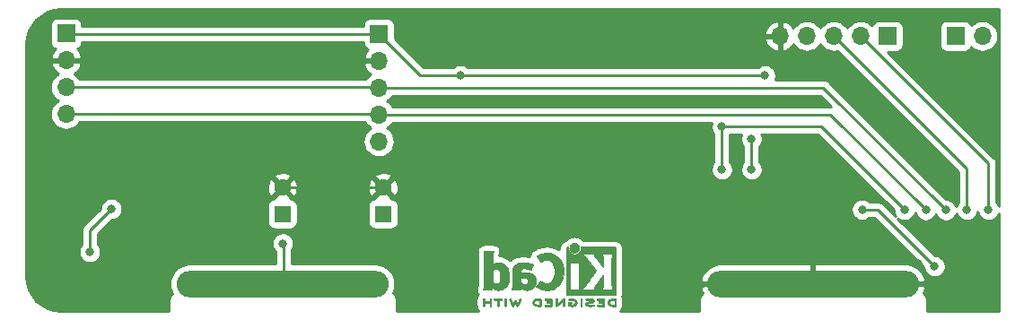
<source format=gbr>
G04 #@! TF.GenerationSoftware,KiCad,Pcbnew,5.1.4-e60b266~84~ubuntu19.04.1*
G04 #@! TF.CreationDate,2019-09-15T17:37:26+02:00*
G04 #@! TF.ProjectId,kicad,6b696361-642e-46b6-9963-61645f706362,rev?*
G04 #@! TF.SameCoordinates,Original*
G04 #@! TF.FileFunction,Copper,L2,Bot*
G04 #@! TF.FilePolarity,Positive*
%FSLAX46Y46*%
G04 Gerber Fmt 4.6, Leading zero omitted, Abs format (unit mm)*
G04 Created by KiCad (PCBNEW 5.1.4-e60b266~84~ubuntu19.04.1) date 2019-09-15 17:37:26*
%MOMM*%
%LPD*%
G04 APERTURE LIST*
%ADD10C,0.010000*%
%ADD11O,20.000000X2.500000*%
%ADD12O,1.700000X1.700000*%
%ADD13R,1.700000X1.700000*%
%ADD14C,1.600000*%
%ADD15R,1.600000X1.600000*%
%ADD16C,0.800000*%
%ADD17C,0.250000*%
%ADD18C,0.254000*%
G04 APERTURE END LIST*
D10*
G36*
X73050400Y-43209054D02*
G01*
X73039535Y-43322993D01*
X73007918Y-43430616D01*
X72957015Y-43529615D01*
X72888293Y-43617684D01*
X72803219Y-43692516D01*
X72706232Y-43750384D01*
X72599964Y-43790005D01*
X72492950Y-43808573D01*
X72387300Y-43807434D01*
X72285125Y-43787930D01*
X72188534Y-43751406D01*
X72099638Y-43699205D01*
X72020546Y-43632673D01*
X71953369Y-43553152D01*
X71900217Y-43461987D01*
X71863199Y-43360523D01*
X71844427Y-43250102D01*
X71842489Y-43200206D01*
X71842489Y-43112267D01*
X71790560Y-43112267D01*
X71754253Y-43115111D01*
X71727355Y-43126911D01*
X71700249Y-43150649D01*
X71661867Y-43189031D01*
X71661867Y-45380602D01*
X71661876Y-45642739D01*
X71661908Y-45883241D01*
X71661972Y-46103048D01*
X71662076Y-46303101D01*
X71662227Y-46484344D01*
X71662434Y-46647716D01*
X71662706Y-46794160D01*
X71663050Y-46924617D01*
X71663474Y-47040029D01*
X71663987Y-47141338D01*
X71664597Y-47229484D01*
X71665312Y-47305410D01*
X71666140Y-47370057D01*
X71667089Y-47424367D01*
X71668167Y-47469280D01*
X71669383Y-47505740D01*
X71670745Y-47534687D01*
X71672261Y-47557063D01*
X71673938Y-47573809D01*
X71675786Y-47585868D01*
X71677813Y-47594180D01*
X71680025Y-47599687D01*
X71681108Y-47601537D01*
X71685271Y-47608549D01*
X71688805Y-47614996D01*
X71692635Y-47620900D01*
X71697682Y-47626286D01*
X71704871Y-47631178D01*
X71715123Y-47635598D01*
X71729364Y-47639572D01*
X71748514Y-47643121D01*
X71773499Y-47646270D01*
X71805240Y-47649042D01*
X71844662Y-47651461D01*
X71892686Y-47653551D01*
X71950237Y-47655335D01*
X72018237Y-47656837D01*
X72097610Y-47658080D01*
X72189279Y-47659089D01*
X72294166Y-47659885D01*
X72413196Y-47660494D01*
X72547290Y-47660939D01*
X72697373Y-47661243D01*
X72864367Y-47661430D01*
X73049196Y-47661524D01*
X73252783Y-47661548D01*
X73476050Y-47661525D01*
X73719922Y-47661480D01*
X73985321Y-47661437D01*
X74023704Y-47661432D01*
X74290682Y-47661389D01*
X74536002Y-47661318D01*
X74760583Y-47661213D01*
X74965345Y-47661066D01*
X75151206Y-47660869D01*
X75319088Y-47660616D01*
X75469908Y-47660300D01*
X75604587Y-47659913D01*
X75724044Y-47659447D01*
X75829199Y-47658897D01*
X75920971Y-47658253D01*
X76000279Y-47657511D01*
X76068043Y-47656661D01*
X76125182Y-47655697D01*
X76172617Y-47654611D01*
X76211266Y-47653397D01*
X76242049Y-47652047D01*
X76265885Y-47650555D01*
X76283694Y-47648911D01*
X76296395Y-47647111D01*
X76304908Y-47645145D01*
X76309266Y-47643477D01*
X76317728Y-47639906D01*
X76325497Y-47637270D01*
X76332602Y-47634634D01*
X76339073Y-47631062D01*
X76344939Y-47625621D01*
X76350229Y-47617375D01*
X76354974Y-47605390D01*
X76359202Y-47588731D01*
X76362943Y-47566463D01*
X76366227Y-47537652D01*
X76369083Y-47501363D01*
X76371540Y-47456661D01*
X76373629Y-47402611D01*
X76375378Y-47338279D01*
X76376817Y-47262730D01*
X76377976Y-47175030D01*
X76378883Y-47074243D01*
X76379569Y-46959434D01*
X76380063Y-46829670D01*
X76380395Y-46684015D01*
X76380593Y-46521535D01*
X76380687Y-46341295D01*
X76380708Y-46142360D01*
X76380685Y-45923796D01*
X76380646Y-45684668D01*
X76380622Y-45424040D01*
X76380622Y-45381889D01*
X76380636Y-45118992D01*
X76380661Y-44877732D01*
X76380671Y-44657165D01*
X76380642Y-44456352D01*
X76380548Y-44274349D01*
X76380362Y-44110216D01*
X76380059Y-43963011D01*
X76379614Y-43831792D01*
X76379034Y-43721867D01*
X76076197Y-43721867D01*
X76036407Y-43779711D01*
X76025236Y-43795479D01*
X76015166Y-43809441D01*
X76006138Y-43822784D01*
X75998097Y-43836693D01*
X75990986Y-43852356D01*
X75984747Y-43870958D01*
X75979325Y-43893686D01*
X75974662Y-43921727D01*
X75970701Y-43956267D01*
X75967385Y-43998492D01*
X75964659Y-44049589D01*
X75962464Y-44110744D01*
X75960745Y-44183144D01*
X75959444Y-44267975D01*
X75958505Y-44366422D01*
X75957870Y-44479674D01*
X75957484Y-44608916D01*
X75957288Y-44755334D01*
X75957227Y-44920116D01*
X75957243Y-45104447D01*
X75957280Y-45309513D01*
X75957289Y-45432133D01*
X75957265Y-45649082D01*
X75957231Y-45844642D01*
X75957243Y-46019999D01*
X75957358Y-46176341D01*
X75957630Y-46314857D01*
X75958118Y-46436734D01*
X75958876Y-46543160D01*
X75959962Y-46635322D01*
X75961431Y-46714409D01*
X75963340Y-46781608D01*
X75965744Y-46838107D01*
X75968701Y-46885093D01*
X75972266Y-46923755D01*
X75976495Y-46955280D01*
X75981446Y-46980855D01*
X75987173Y-47001670D01*
X75993733Y-47018911D01*
X76001183Y-47033765D01*
X76009579Y-47047422D01*
X76018976Y-47061069D01*
X76029432Y-47075893D01*
X76035523Y-47084783D01*
X76074296Y-47142400D01*
X75542732Y-47142400D01*
X75419483Y-47142365D01*
X75316987Y-47142215D01*
X75233420Y-47141878D01*
X75166956Y-47141286D01*
X75115771Y-47140367D01*
X75078041Y-47139051D01*
X75051940Y-47137269D01*
X75035644Y-47134951D01*
X75027328Y-47132026D01*
X75025168Y-47128424D01*
X75027339Y-47124075D01*
X75028535Y-47122645D01*
X75053685Y-47085573D01*
X75079583Y-47032772D01*
X75103192Y-46970770D01*
X75111461Y-46944357D01*
X75116078Y-46926416D01*
X75119979Y-46905355D01*
X75123248Y-46879089D01*
X75125966Y-46845532D01*
X75128215Y-46802599D01*
X75130077Y-46748204D01*
X75131636Y-46680262D01*
X75132972Y-46596688D01*
X75134169Y-46495395D01*
X75135308Y-46374300D01*
X75135685Y-46329600D01*
X75136702Y-46204449D01*
X75137460Y-46100082D01*
X75137903Y-46014707D01*
X75137970Y-45946533D01*
X75137605Y-45893765D01*
X75136748Y-45854614D01*
X75135341Y-45827285D01*
X75133325Y-45809986D01*
X75130643Y-45800926D01*
X75127236Y-45798312D01*
X75123044Y-45800351D01*
X75118571Y-45804667D01*
X75108216Y-45817602D01*
X75086158Y-45846676D01*
X75053957Y-45889759D01*
X75013174Y-45944718D01*
X74965370Y-46009423D01*
X74912105Y-46081742D01*
X74854940Y-46159544D01*
X74795437Y-46240698D01*
X74735155Y-46323072D01*
X74675655Y-46404536D01*
X74618498Y-46482957D01*
X74565245Y-46556204D01*
X74517457Y-46622147D01*
X74476693Y-46678654D01*
X74444516Y-46723593D01*
X74422485Y-46754834D01*
X74417917Y-46761466D01*
X74394996Y-46798369D01*
X74368188Y-46846359D01*
X74342789Y-46895897D01*
X74339568Y-46902577D01*
X74317890Y-46950772D01*
X74305304Y-46988334D01*
X74299574Y-47024160D01*
X74298456Y-47066200D01*
X74299090Y-47142400D01*
X73144651Y-47142400D01*
X73235815Y-47048669D01*
X73282612Y-46998775D01*
X73332899Y-46942295D01*
X73378944Y-46888026D01*
X73399369Y-46862673D01*
X73429807Y-46823128D01*
X73469862Y-46769916D01*
X73518361Y-46704667D01*
X73574135Y-46629011D01*
X73636011Y-46544577D01*
X73702819Y-46452994D01*
X73773387Y-46355892D01*
X73846545Y-46254901D01*
X73921121Y-46151650D01*
X73995944Y-46047768D01*
X74069843Y-45944885D01*
X74141646Y-45844631D01*
X74210184Y-45748636D01*
X74274284Y-45658527D01*
X74332775Y-45575936D01*
X74384486Y-45502492D01*
X74428247Y-45439824D01*
X74462885Y-45389561D01*
X74487230Y-45353334D01*
X74500111Y-45332771D01*
X74501869Y-45328668D01*
X74493910Y-45317342D01*
X74473115Y-45290162D01*
X74440847Y-45248829D01*
X74398470Y-45195044D01*
X74347347Y-45130506D01*
X74288841Y-45056918D01*
X74224314Y-44975978D01*
X74155131Y-44889388D01*
X74082653Y-44798848D01*
X74008246Y-44706060D01*
X73948517Y-44631702D01*
X72937511Y-44631702D01*
X72931602Y-44644659D01*
X72917272Y-44666908D01*
X72916225Y-44668391D01*
X72897438Y-44698544D01*
X72877791Y-44735375D01*
X72873892Y-44743511D01*
X72870356Y-44751940D01*
X72867230Y-44762059D01*
X72864486Y-44775260D01*
X72862092Y-44792938D01*
X72860019Y-44816484D01*
X72858235Y-44847293D01*
X72856712Y-44886757D01*
X72855419Y-44936269D01*
X72854326Y-44997223D01*
X72853403Y-45071011D01*
X72852619Y-45159028D01*
X72851945Y-45262665D01*
X72851350Y-45383316D01*
X72850805Y-45522374D01*
X72850279Y-45681232D01*
X72849745Y-45860089D01*
X72849206Y-46045207D01*
X72848772Y-46209145D01*
X72848509Y-46353303D01*
X72848484Y-46479079D01*
X72848765Y-46587871D01*
X72849419Y-46681077D01*
X72850514Y-46760097D01*
X72852118Y-46826328D01*
X72854297Y-46881170D01*
X72857119Y-46926021D01*
X72860651Y-46962278D01*
X72864961Y-46991341D01*
X72870117Y-47014609D01*
X72876185Y-47033479D01*
X72883233Y-47049351D01*
X72891329Y-47063622D01*
X72900540Y-47077691D01*
X72909040Y-47090158D01*
X72926176Y-47116452D01*
X72936322Y-47134037D01*
X72937511Y-47137257D01*
X72926604Y-47138334D01*
X72895411Y-47139335D01*
X72846223Y-47140235D01*
X72781333Y-47141010D01*
X72703030Y-47141637D01*
X72613607Y-47142091D01*
X72515356Y-47142349D01*
X72446445Y-47142400D01*
X72341452Y-47142180D01*
X72244610Y-47141548D01*
X72158107Y-47140549D01*
X72084132Y-47139227D01*
X72024874Y-47137626D01*
X71982520Y-47135791D01*
X71959260Y-47133765D01*
X71955378Y-47132493D01*
X71963076Y-47117591D01*
X71971074Y-47109560D01*
X71984246Y-47092434D01*
X72001485Y-47062183D01*
X72013407Y-47037622D01*
X72040045Y-46978711D01*
X72043120Y-45801845D01*
X72046195Y-44624978D01*
X72491853Y-44624978D01*
X72589670Y-44625142D01*
X72680064Y-44625611D01*
X72760630Y-44626347D01*
X72828962Y-44627316D01*
X72882656Y-44628480D01*
X72919305Y-44629803D01*
X72936504Y-44631249D01*
X72937511Y-44631702D01*
X73948517Y-44631702D01*
X73933270Y-44612722D01*
X73859090Y-44520537D01*
X73787069Y-44431204D01*
X73718569Y-44346424D01*
X73654955Y-44267898D01*
X73597588Y-44197326D01*
X73547833Y-44136409D01*
X73507052Y-44086847D01*
X73489888Y-44066178D01*
X73403596Y-43965516D01*
X73326997Y-43882259D01*
X73258183Y-43814438D01*
X73195248Y-43760089D01*
X73185867Y-43752722D01*
X73146356Y-43722117D01*
X74278116Y-43721867D01*
X74272827Y-43769844D01*
X74276130Y-43827188D01*
X74297661Y-43895463D01*
X74337635Y-43975212D01*
X74382943Y-44047495D01*
X74399161Y-44070140D01*
X74427214Y-44107696D01*
X74465430Y-44158021D01*
X74512137Y-44218973D01*
X74565661Y-44288411D01*
X74624331Y-44364194D01*
X74686475Y-44444180D01*
X74750421Y-44526228D01*
X74814495Y-44608196D01*
X74877027Y-44687943D01*
X74936343Y-44763327D01*
X74990771Y-44832207D01*
X75038639Y-44892442D01*
X75078275Y-44941889D01*
X75108006Y-44978408D01*
X75126161Y-44999858D01*
X75129220Y-45003156D01*
X75132079Y-44995149D01*
X75134293Y-44964855D01*
X75135857Y-44912556D01*
X75136767Y-44838531D01*
X75137020Y-44743063D01*
X75136613Y-44626434D01*
X75135704Y-44506445D01*
X75134382Y-44374333D01*
X75132857Y-44262594D01*
X75130881Y-44169025D01*
X75128206Y-44091419D01*
X75124582Y-44027574D01*
X75119761Y-43975283D01*
X75113494Y-43932344D01*
X75105532Y-43896551D01*
X75095627Y-43865700D01*
X75083531Y-43837586D01*
X75068993Y-43810005D01*
X75054311Y-43784966D01*
X75016314Y-43721867D01*
X76076197Y-43721867D01*
X76379034Y-43721867D01*
X76379001Y-43715617D01*
X76378195Y-43613544D01*
X76377170Y-43524633D01*
X76375900Y-43447941D01*
X76374360Y-43382527D01*
X76372524Y-43327449D01*
X76370367Y-43281765D01*
X76367863Y-43244534D01*
X76364987Y-43214813D01*
X76361713Y-43191662D01*
X76358015Y-43174139D01*
X76353869Y-43161301D01*
X76349247Y-43152208D01*
X76344126Y-43145918D01*
X76338478Y-43141488D01*
X76332279Y-43137978D01*
X76325504Y-43134445D01*
X76319508Y-43130876D01*
X76314275Y-43128300D01*
X76306099Y-43125972D01*
X76293886Y-43123878D01*
X76276541Y-43122007D01*
X76252969Y-43120347D01*
X76222077Y-43118884D01*
X76182768Y-43117608D01*
X76133950Y-43116504D01*
X76074527Y-43115561D01*
X76003404Y-43114767D01*
X75919488Y-43114109D01*
X75821683Y-43113575D01*
X75708894Y-43113153D01*
X75580029Y-43112829D01*
X75433991Y-43112592D01*
X75269686Y-43112430D01*
X75086020Y-43112330D01*
X74881897Y-43112280D01*
X74670753Y-43112267D01*
X73050400Y-43112267D01*
X73050400Y-43209054D01*
X73050400Y-43209054D01*
G37*
X73050400Y-43209054D02*
X73039535Y-43322993D01*
X73007918Y-43430616D01*
X72957015Y-43529615D01*
X72888293Y-43617684D01*
X72803219Y-43692516D01*
X72706232Y-43750384D01*
X72599964Y-43790005D01*
X72492950Y-43808573D01*
X72387300Y-43807434D01*
X72285125Y-43787930D01*
X72188534Y-43751406D01*
X72099638Y-43699205D01*
X72020546Y-43632673D01*
X71953369Y-43553152D01*
X71900217Y-43461987D01*
X71863199Y-43360523D01*
X71844427Y-43250102D01*
X71842489Y-43200206D01*
X71842489Y-43112267D01*
X71790560Y-43112267D01*
X71754253Y-43115111D01*
X71727355Y-43126911D01*
X71700249Y-43150649D01*
X71661867Y-43189031D01*
X71661867Y-45380602D01*
X71661876Y-45642739D01*
X71661908Y-45883241D01*
X71661972Y-46103048D01*
X71662076Y-46303101D01*
X71662227Y-46484344D01*
X71662434Y-46647716D01*
X71662706Y-46794160D01*
X71663050Y-46924617D01*
X71663474Y-47040029D01*
X71663987Y-47141338D01*
X71664597Y-47229484D01*
X71665312Y-47305410D01*
X71666140Y-47370057D01*
X71667089Y-47424367D01*
X71668167Y-47469280D01*
X71669383Y-47505740D01*
X71670745Y-47534687D01*
X71672261Y-47557063D01*
X71673938Y-47573809D01*
X71675786Y-47585868D01*
X71677813Y-47594180D01*
X71680025Y-47599687D01*
X71681108Y-47601537D01*
X71685271Y-47608549D01*
X71688805Y-47614996D01*
X71692635Y-47620900D01*
X71697682Y-47626286D01*
X71704871Y-47631178D01*
X71715123Y-47635598D01*
X71729364Y-47639572D01*
X71748514Y-47643121D01*
X71773499Y-47646270D01*
X71805240Y-47649042D01*
X71844662Y-47651461D01*
X71892686Y-47653551D01*
X71950237Y-47655335D01*
X72018237Y-47656837D01*
X72097610Y-47658080D01*
X72189279Y-47659089D01*
X72294166Y-47659885D01*
X72413196Y-47660494D01*
X72547290Y-47660939D01*
X72697373Y-47661243D01*
X72864367Y-47661430D01*
X73049196Y-47661524D01*
X73252783Y-47661548D01*
X73476050Y-47661525D01*
X73719922Y-47661480D01*
X73985321Y-47661437D01*
X74023704Y-47661432D01*
X74290682Y-47661389D01*
X74536002Y-47661318D01*
X74760583Y-47661213D01*
X74965345Y-47661066D01*
X75151206Y-47660869D01*
X75319088Y-47660616D01*
X75469908Y-47660300D01*
X75604587Y-47659913D01*
X75724044Y-47659447D01*
X75829199Y-47658897D01*
X75920971Y-47658253D01*
X76000279Y-47657511D01*
X76068043Y-47656661D01*
X76125182Y-47655697D01*
X76172617Y-47654611D01*
X76211266Y-47653397D01*
X76242049Y-47652047D01*
X76265885Y-47650555D01*
X76283694Y-47648911D01*
X76296395Y-47647111D01*
X76304908Y-47645145D01*
X76309266Y-47643477D01*
X76317728Y-47639906D01*
X76325497Y-47637270D01*
X76332602Y-47634634D01*
X76339073Y-47631062D01*
X76344939Y-47625621D01*
X76350229Y-47617375D01*
X76354974Y-47605390D01*
X76359202Y-47588731D01*
X76362943Y-47566463D01*
X76366227Y-47537652D01*
X76369083Y-47501363D01*
X76371540Y-47456661D01*
X76373629Y-47402611D01*
X76375378Y-47338279D01*
X76376817Y-47262730D01*
X76377976Y-47175030D01*
X76378883Y-47074243D01*
X76379569Y-46959434D01*
X76380063Y-46829670D01*
X76380395Y-46684015D01*
X76380593Y-46521535D01*
X76380687Y-46341295D01*
X76380708Y-46142360D01*
X76380685Y-45923796D01*
X76380646Y-45684668D01*
X76380622Y-45424040D01*
X76380622Y-45381889D01*
X76380636Y-45118992D01*
X76380661Y-44877732D01*
X76380671Y-44657165D01*
X76380642Y-44456352D01*
X76380548Y-44274349D01*
X76380362Y-44110216D01*
X76380059Y-43963011D01*
X76379614Y-43831792D01*
X76379034Y-43721867D01*
X76076197Y-43721867D01*
X76036407Y-43779711D01*
X76025236Y-43795479D01*
X76015166Y-43809441D01*
X76006138Y-43822784D01*
X75998097Y-43836693D01*
X75990986Y-43852356D01*
X75984747Y-43870958D01*
X75979325Y-43893686D01*
X75974662Y-43921727D01*
X75970701Y-43956267D01*
X75967385Y-43998492D01*
X75964659Y-44049589D01*
X75962464Y-44110744D01*
X75960745Y-44183144D01*
X75959444Y-44267975D01*
X75958505Y-44366422D01*
X75957870Y-44479674D01*
X75957484Y-44608916D01*
X75957288Y-44755334D01*
X75957227Y-44920116D01*
X75957243Y-45104447D01*
X75957280Y-45309513D01*
X75957289Y-45432133D01*
X75957265Y-45649082D01*
X75957231Y-45844642D01*
X75957243Y-46019999D01*
X75957358Y-46176341D01*
X75957630Y-46314857D01*
X75958118Y-46436734D01*
X75958876Y-46543160D01*
X75959962Y-46635322D01*
X75961431Y-46714409D01*
X75963340Y-46781608D01*
X75965744Y-46838107D01*
X75968701Y-46885093D01*
X75972266Y-46923755D01*
X75976495Y-46955280D01*
X75981446Y-46980855D01*
X75987173Y-47001670D01*
X75993733Y-47018911D01*
X76001183Y-47033765D01*
X76009579Y-47047422D01*
X76018976Y-47061069D01*
X76029432Y-47075893D01*
X76035523Y-47084783D01*
X76074296Y-47142400D01*
X75542732Y-47142400D01*
X75419483Y-47142365D01*
X75316987Y-47142215D01*
X75233420Y-47141878D01*
X75166956Y-47141286D01*
X75115771Y-47140367D01*
X75078041Y-47139051D01*
X75051940Y-47137269D01*
X75035644Y-47134951D01*
X75027328Y-47132026D01*
X75025168Y-47128424D01*
X75027339Y-47124075D01*
X75028535Y-47122645D01*
X75053685Y-47085573D01*
X75079583Y-47032772D01*
X75103192Y-46970770D01*
X75111461Y-46944357D01*
X75116078Y-46926416D01*
X75119979Y-46905355D01*
X75123248Y-46879089D01*
X75125966Y-46845532D01*
X75128215Y-46802599D01*
X75130077Y-46748204D01*
X75131636Y-46680262D01*
X75132972Y-46596688D01*
X75134169Y-46495395D01*
X75135308Y-46374300D01*
X75135685Y-46329600D01*
X75136702Y-46204449D01*
X75137460Y-46100082D01*
X75137903Y-46014707D01*
X75137970Y-45946533D01*
X75137605Y-45893765D01*
X75136748Y-45854614D01*
X75135341Y-45827285D01*
X75133325Y-45809986D01*
X75130643Y-45800926D01*
X75127236Y-45798312D01*
X75123044Y-45800351D01*
X75118571Y-45804667D01*
X75108216Y-45817602D01*
X75086158Y-45846676D01*
X75053957Y-45889759D01*
X75013174Y-45944718D01*
X74965370Y-46009423D01*
X74912105Y-46081742D01*
X74854940Y-46159544D01*
X74795437Y-46240698D01*
X74735155Y-46323072D01*
X74675655Y-46404536D01*
X74618498Y-46482957D01*
X74565245Y-46556204D01*
X74517457Y-46622147D01*
X74476693Y-46678654D01*
X74444516Y-46723593D01*
X74422485Y-46754834D01*
X74417917Y-46761466D01*
X74394996Y-46798369D01*
X74368188Y-46846359D01*
X74342789Y-46895897D01*
X74339568Y-46902577D01*
X74317890Y-46950772D01*
X74305304Y-46988334D01*
X74299574Y-47024160D01*
X74298456Y-47066200D01*
X74299090Y-47142400D01*
X73144651Y-47142400D01*
X73235815Y-47048669D01*
X73282612Y-46998775D01*
X73332899Y-46942295D01*
X73378944Y-46888026D01*
X73399369Y-46862673D01*
X73429807Y-46823128D01*
X73469862Y-46769916D01*
X73518361Y-46704667D01*
X73574135Y-46629011D01*
X73636011Y-46544577D01*
X73702819Y-46452994D01*
X73773387Y-46355892D01*
X73846545Y-46254901D01*
X73921121Y-46151650D01*
X73995944Y-46047768D01*
X74069843Y-45944885D01*
X74141646Y-45844631D01*
X74210184Y-45748636D01*
X74274284Y-45658527D01*
X74332775Y-45575936D01*
X74384486Y-45502492D01*
X74428247Y-45439824D01*
X74462885Y-45389561D01*
X74487230Y-45353334D01*
X74500111Y-45332771D01*
X74501869Y-45328668D01*
X74493910Y-45317342D01*
X74473115Y-45290162D01*
X74440847Y-45248829D01*
X74398470Y-45195044D01*
X74347347Y-45130506D01*
X74288841Y-45056918D01*
X74224314Y-44975978D01*
X74155131Y-44889388D01*
X74082653Y-44798848D01*
X74008246Y-44706060D01*
X73948517Y-44631702D01*
X72937511Y-44631702D01*
X72931602Y-44644659D01*
X72917272Y-44666908D01*
X72916225Y-44668391D01*
X72897438Y-44698544D01*
X72877791Y-44735375D01*
X72873892Y-44743511D01*
X72870356Y-44751940D01*
X72867230Y-44762059D01*
X72864486Y-44775260D01*
X72862092Y-44792938D01*
X72860019Y-44816484D01*
X72858235Y-44847293D01*
X72856712Y-44886757D01*
X72855419Y-44936269D01*
X72854326Y-44997223D01*
X72853403Y-45071011D01*
X72852619Y-45159028D01*
X72851945Y-45262665D01*
X72851350Y-45383316D01*
X72850805Y-45522374D01*
X72850279Y-45681232D01*
X72849745Y-45860089D01*
X72849206Y-46045207D01*
X72848772Y-46209145D01*
X72848509Y-46353303D01*
X72848484Y-46479079D01*
X72848765Y-46587871D01*
X72849419Y-46681077D01*
X72850514Y-46760097D01*
X72852118Y-46826328D01*
X72854297Y-46881170D01*
X72857119Y-46926021D01*
X72860651Y-46962278D01*
X72864961Y-46991341D01*
X72870117Y-47014609D01*
X72876185Y-47033479D01*
X72883233Y-47049351D01*
X72891329Y-47063622D01*
X72900540Y-47077691D01*
X72909040Y-47090158D01*
X72926176Y-47116452D01*
X72936322Y-47134037D01*
X72937511Y-47137257D01*
X72926604Y-47138334D01*
X72895411Y-47139335D01*
X72846223Y-47140235D01*
X72781333Y-47141010D01*
X72703030Y-47141637D01*
X72613607Y-47142091D01*
X72515356Y-47142349D01*
X72446445Y-47142400D01*
X72341452Y-47142180D01*
X72244610Y-47141548D01*
X72158107Y-47140549D01*
X72084132Y-47139227D01*
X72024874Y-47137626D01*
X71982520Y-47135791D01*
X71959260Y-47133765D01*
X71955378Y-47132493D01*
X71963076Y-47117591D01*
X71971074Y-47109560D01*
X71984246Y-47092434D01*
X72001485Y-47062183D01*
X72013407Y-47037622D01*
X72040045Y-46978711D01*
X72043120Y-45801845D01*
X72046195Y-44624978D01*
X72491853Y-44624978D01*
X72589670Y-44625142D01*
X72680064Y-44625611D01*
X72760630Y-44626347D01*
X72828962Y-44627316D01*
X72882656Y-44628480D01*
X72919305Y-44629803D01*
X72936504Y-44631249D01*
X72937511Y-44631702D01*
X73948517Y-44631702D01*
X73933270Y-44612722D01*
X73859090Y-44520537D01*
X73787069Y-44431204D01*
X73718569Y-44346424D01*
X73654955Y-44267898D01*
X73597588Y-44197326D01*
X73547833Y-44136409D01*
X73507052Y-44086847D01*
X73489888Y-44066178D01*
X73403596Y-43965516D01*
X73326997Y-43882259D01*
X73258183Y-43814438D01*
X73195248Y-43760089D01*
X73185867Y-43752722D01*
X73146356Y-43722117D01*
X74278116Y-43721867D01*
X74272827Y-43769844D01*
X74276130Y-43827188D01*
X74297661Y-43895463D01*
X74337635Y-43975212D01*
X74382943Y-44047495D01*
X74399161Y-44070140D01*
X74427214Y-44107696D01*
X74465430Y-44158021D01*
X74512137Y-44218973D01*
X74565661Y-44288411D01*
X74624331Y-44364194D01*
X74686475Y-44444180D01*
X74750421Y-44526228D01*
X74814495Y-44608196D01*
X74877027Y-44687943D01*
X74936343Y-44763327D01*
X74990771Y-44832207D01*
X75038639Y-44892442D01*
X75078275Y-44941889D01*
X75108006Y-44978408D01*
X75126161Y-44999858D01*
X75129220Y-45003156D01*
X75132079Y-44995149D01*
X75134293Y-44964855D01*
X75135857Y-44912556D01*
X75136767Y-44838531D01*
X75137020Y-44743063D01*
X75136613Y-44626434D01*
X75135704Y-44506445D01*
X75134382Y-44374333D01*
X75132857Y-44262594D01*
X75130881Y-44169025D01*
X75128206Y-44091419D01*
X75124582Y-44027574D01*
X75119761Y-43975283D01*
X75113494Y-43932344D01*
X75105532Y-43896551D01*
X75095627Y-43865700D01*
X75083531Y-43837586D01*
X75068993Y-43810005D01*
X75054311Y-43784966D01*
X75016314Y-43721867D01*
X76076197Y-43721867D01*
X76379034Y-43721867D01*
X76379001Y-43715617D01*
X76378195Y-43613544D01*
X76377170Y-43524633D01*
X76375900Y-43447941D01*
X76374360Y-43382527D01*
X76372524Y-43327449D01*
X76370367Y-43281765D01*
X76367863Y-43244534D01*
X76364987Y-43214813D01*
X76361713Y-43191662D01*
X76358015Y-43174139D01*
X76353869Y-43161301D01*
X76349247Y-43152208D01*
X76344126Y-43145918D01*
X76338478Y-43141488D01*
X76332279Y-43137978D01*
X76325504Y-43134445D01*
X76319508Y-43130876D01*
X76314275Y-43128300D01*
X76306099Y-43125972D01*
X76293886Y-43123878D01*
X76276541Y-43122007D01*
X76252969Y-43120347D01*
X76222077Y-43118884D01*
X76182768Y-43117608D01*
X76133950Y-43116504D01*
X76074527Y-43115561D01*
X76003404Y-43114767D01*
X75919488Y-43114109D01*
X75821683Y-43113575D01*
X75708894Y-43113153D01*
X75580029Y-43112829D01*
X75433991Y-43112592D01*
X75269686Y-43112430D01*
X75086020Y-43112330D01*
X74881897Y-43112280D01*
X74670753Y-43112267D01*
X73050400Y-43112267D01*
X73050400Y-43209054D01*
G36*
X69775571Y-43669071D02*
G01*
X69615430Y-43690245D01*
X69451490Y-43730385D01*
X69281687Y-43789889D01*
X69103957Y-43869154D01*
X69092690Y-43874699D01*
X69034995Y-43902725D01*
X68983448Y-43926802D01*
X68941809Y-43945249D01*
X68913838Y-43956386D01*
X68904267Y-43958933D01*
X68885050Y-43963941D01*
X68880439Y-43968147D01*
X68885542Y-43978580D01*
X68901582Y-44004868D01*
X68926712Y-44044257D01*
X68959086Y-44093991D01*
X68996857Y-44151315D01*
X69038178Y-44213476D01*
X69081202Y-44277718D01*
X69124083Y-44341285D01*
X69164974Y-44401425D01*
X69202029Y-44455380D01*
X69233400Y-44500397D01*
X69257241Y-44533721D01*
X69271706Y-44552597D01*
X69273691Y-44554787D01*
X69283809Y-44550138D01*
X69306150Y-44532962D01*
X69336720Y-44506440D01*
X69352464Y-44491964D01*
X69448953Y-44416682D01*
X69555664Y-44361241D01*
X69671168Y-44326141D01*
X69794038Y-44311880D01*
X69863439Y-44313051D01*
X69984577Y-44330212D01*
X70093795Y-44366094D01*
X70191418Y-44420959D01*
X70277772Y-44495070D01*
X70353185Y-44588688D01*
X70417982Y-44702076D01*
X70455399Y-44788667D01*
X70499252Y-44924366D01*
X70531572Y-45071850D01*
X70552443Y-45227314D01*
X70561949Y-45386956D01*
X70560173Y-45546973D01*
X70547197Y-45703561D01*
X70523106Y-45852918D01*
X70487982Y-45991240D01*
X70441908Y-46114724D01*
X70425627Y-46148978D01*
X70357380Y-46263064D01*
X70276921Y-46359557D01*
X70185430Y-46437670D01*
X70084089Y-46496617D01*
X69974080Y-46535612D01*
X69856585Y-46553868D01*
X69815117Y-46555211D01*
X69693559Y-46544290D01*
X69573122Y-46511474D01*
X69455334Y-46457439D01*
X69341723Y-46382865D01*
X69250315Y-46304539D01*
X69203785Y-46260008D01*
X69022517Y-46557271D01*
X68977420Y-46631433D01*
X68936181Y-46699646D01*
X68900265Y-46759459D01*
X68871134Y-46808420D01*
X68850250Y-46844079D01*
X68839076Y-46863984D01*
X68837625Y-46867079D01*
X68845854Y-46876718D01*
X68871433Y-46893999D01*
X68911127Y-46917283D01*
X68961703Y-46944934D01*
X69019926Y-46975315D01*
X69082563Y-47006790D01*
X69146379Y-47037722D01*
X69208140Y-47066473D01*
X69264612Y-47091408D01*
X69312562Y-47110889D01*
X69336014Y-47119318D01*
X69469779Y-47157133D01*
X69607673Y-47182136D01*
X69755378Y-47195140D01*
X69882167Y-47197468D01*
X69950122Y-47196373D01*
X70015723Y-47194275D01*
X70073153Y-47191434D01*
X70116597Y-47188106D01*
X70130702Y-47186422D01*
X70269716Y-47157587D01*
X70411243Y-47112468D01*
X70548725Y-47053750D01*
X70675606Y-46984120D01*
X70753111Y-46931441D01*
X70880519Y-46823239D01*
X70998822Y-46696671D01*
X71105828Y-46554866D01*
X71199348Y-46400951D01*
X71277190Y-46238053D01*
X71321044Y-46120756D01*
X71371292Y-45937128D01*
X71404791Y-45742581D01*
X71421551Y-45541325D01*
X71421584Y-45337568D01*
X71404899Y-45135521D01*
X71371507Y-44939392D01*
X71321420Y-44753391D01*
X71317603Y-44741803D01*
X71254719Y-44579750D01*
X71177972Y-44431832D01*
X71084758Y-44293865D01*
X70972473Y-44161661D01*
X70928608Y-44116399D01*
X70792466Y-43992457D01*
X70652509Y-43889915D01*
X70506589Y-43807656D01*
X70352558Y-43744564D01*
X70188268Y-43699523D01*
X70092711Y-43682033D01*
X69933977Y-43666466D01*
X69775571Y-43669071D01*
X69775571Y-43669071D01*
G37*
X69775571Y-43669071D02*
X69615430Y-43690245D01*
X69451490Y-43730385D01*
X69281687Y-43789889D01*
X69103957Y-43869154D01*
X69092690Y-43874699D01*
X69034995Y-43902725D01*
X68983448Y-43926802D01*
X68941809Y-43945249D01*
X68913838Y-43956386D01*
X68904267Y-43958933D01*
X68885050Y-43963941D01*
X68880439Y-43968147D01*
X68885542Y-43978580D01*
X68901582Y-44004868D01*
X68926712Y-44044257D01*
X68959086Y-44093991D01*
X68996857Y-44151315D01*
X69038178Y-44213476D01*
X69081202Y-44277718D01*
X69124083Y-44341285D01*
X69164974Y-44401425D01*
X69202029Y-44455380D01*
X69233400Y-44500397D01*
X69257241Y-44533721D01*
X69271706Y-44552597D01*
X69273691Y-44554787D01*
X69283809Y-44550138D01*
X69306150Y-44532962D01*
X69336720Y-44506440D01*
X69352464Y-44491964D01*
X69448953Y-44416682D01*
X69555664Y-44361241D01*
X69671168Y-44326141D01*
X69794038Y-44311880D01*
X69863439Y-44313051D01*
X69984577Y-44330212D01*
X70093795Y-44366094D01*
X70191418Y-44420959D01*
X70277772Y-44495070D01*
X70353185Y-44588688D01*
X70417982Y-44702076D01*
X70455399Y-44788667D01*
X70499252Y-44924366D01*
X70531572Y-45071850D01*
X70552443Y-45227314D01*
X70561949Y-45386956D01*
X70560173Y-45546973D01*
X70547197Y-45703561D01*
X70523106Y-45852918D01*
X70487982Y-45991240D01*
X70441908Y-46114724D01*
X70425627Y-46148978D01*
X70357380Y-46263064D01*
X70276921Y-46359557D01*
X70185430Y-46437670D01*
X70084089Y-46496617D01*
X69974080Y-46535612D01*
X69856585Y-46553868D01*
X69815117Y-46555211D01*
X69693559Y-46544290D01*
X69573122Y-46511474D01*
X69455334Y-46457439D01*
X69341723Y-46382865D01*
X69250315Y-46304539D01*
X69203785Y-46260008D01*
X69022517Y-46557271D01*
X68977420Y-46631433D01*
X68936181Y-46699646D01*
X68900265Y-46759459D01*
X68871134Y-46808420D01*
X68850250Y-46844079D01*
X68839076Y-46863984D01*
X68837625Y-46867079D01*
X68845854Y-46876718D01*
X68871433Y-46893999D01*
X68911127Y-46917283D01*
X68961703Y-46944934D01*
X69019926Y-46975315D01*
X69082563Y-47006790D01*
X69146379Y-47037722D01*
X69208140Y-47066473D01*
X69264612Y-47091408D01*
X69312562Y-47110889D01*
X69336014Y-47119318D01*
X69469779Y-47157133D01*
X69607673Y-47182136D01*
X69755378Y-47195140D01*
X69882167Y-47197468D01*
X69950122Y-47196373D01*
X70015723Y-47194275D01*
X70073153Y-47191434D01*
X70116597Y-47188106D01*
X70130702Y-47186422D01*
X70269716Y-47157587D01*
X70411243Y-47112468D01*
X70548725Y-47053750D01*
X70675606Y-46984120D01*
X70753111Y-46931441D01*
X70880519Y-46823239D01*
X70998822Y-46696671D01*
X71105828Y-46554866D01*
X71199348Y-46400951D01*
X71277190Y-46238053D01*
X71321044Y-46120756D01*
X71371292Y-45937128D01*
X71404791Y-45742581D01*
X71421551Y-45541325D01*
X71421584Y-45337568D01*
X71404899Y-45135521D01*
X71371507Y-44939392D01*
X71321420Y-44753391D01*
X71317603Y-44741803D01*
X71254719Y-44579750D01*
X71177972Y-44431832D01*
X71084758Y-44293865D01*
X70972473Y-44161661D01*
X70928608Y-44116399D01*
X70792466Y-43992457D01*
X70652509Y-43889915D01*
X70506589Y-43807656D01*
X70352558Y-43744564D01*
X70188268Y-43699523D01*
X70092711Y-43682033D01*
X69933977Y-43666466D01*
X69775571Y-43669071D01*
G36*
X67430426Y-44586552D02*
G01*
X67278508Y-44606567D01*
X67143244Y-44640202D01*
X67023761Y-44687725D01*
X66919185Y-44749405D01*
X66841576Y-44812965D01*
X66772735Y-44887099D01*
X66718994Y-44966871D01*
X66676090Y-45059091D01*
X66660616Y-45102161D01*
X66647756Y-45141142D01*
X66636554Y-45177289D01*
X66626880Y-45212434D01*
X66618604Y-45248410D01*
X66611597Y-45287050D01*
X66605728Y-45330185D01*
X66600869Y-45379649D01*
X66596890Y-45437273D01*
X66593660Y-45504891D01*
X66591051Y-45584334D01*
X66588933Y-45677436D01*
X66587176Y-45786027D01*
X66585651Y-45911942D01*
X66584228Y-46057012D01*
X66582975Y-46199778D01*
X66581649Y-46355968D01*
X66580444Y-46491239D01*
X66579234Y-46607246D01*
X66577894Y-46705645D01*
X66576300Y-46788093D01*
X66574325Y-46856246D01*
X66571844Y-46911760D01*
X66568731Y-46956292D01*
X66564862Y-46991498D01*
X66560111Y-47019034D01*
X66554352Y-47040556D01*
X66547461Y-47057722D01*
X66539311Y-47072186D01*
X66529777Y-47085606D01*
X66518734Y-47099638D01*
X66514434Y-47105071D01*
X66498614Y-47127910D01*
X66491578Y-47143463D01*
X66491556Y-47143922D01*
X66502433Y-47146121D01*
X66533418Y-47148147D01*
X66582043Y-47149942D01*
X66645837Y-47151451D01*
X66722331Y-47152616D01*
X66809056Y-47153380D01*
X66903543Y-47153686D01*
X66914450Y-47153689D01*
X67337343Y-47153689D01*
X67340605Y-47057622D01*
X67343867Y-46961556D01*
X67405956Y-47012543D01*
X67503286Y-47080057D01*
X67613187Y-47134749D01*
X67699651Y-47164978D01*
X67768722Y-47179666D01*
X67852075Y-47189659D01*
X67941841Y-47194646D01*
X68030155Y-47194313D01*
X68109149Y-47188351D01*
X68145378Y-47182638D01*
X68285397Y-47144776D01*
X68411822Y-47089932D01*
X68523740Y-47018924D01*
X68620238Y-46932568D01*
X68700400Y-46831679D01*
X68763313Y-46717076D01*
X68807688Y-46590984D01*
X68820022Y-46534401D01*
X68827632Y-46472202D01*
X68831261Y-46397363D01*
X68831755Y-46363467D01*
X68831690Y-46360282D01*
X68071752Y-46360282D01*
X68062459Y-46435333D01*
X68034272Y-46499160D01*
X67985803Y-46554798D01*
X67980746Y-46559211D01*
X67932452Y-46594037D01*
X67880743Y-46616620D01*
X67820011Y-46628540D01*
X67744648Y-46631383D01*
X67726541Y-46630978D01*
X67672722Y-46628325D01*
X67632692Y-46622909D01*
X67597676Y-46612745D01*
X67558897Y-46595850D01*
X67548255Y-46590672D01*
X67487604Y-46554844D01*
X67440785Y-46512212D01*
X67428048Y-46496973D01*
X67383378Y-46440462D01*
X67383378Y-46244586D01*
X67383914Y-46165939D01*
X67385604Y-46107988D01*
X67388572Y-46068875D01*
X67392943Y-46046741D01*
X67397028Y-46040274D01*
X67412953Y-46037111D01*
X67446736Y-46034488D01*
X67493660Y-46032655D01*
X67549007Y-46031857D01*
X67557894Y-46031842D01*
X67678670Y-46037096D01*
X67781340Y-46053263D01*
X67867894Y-46080961D01*
X67940319Y-46120808D01*
X67995249Y-46167758D01*
X68039796Y-46225645D01*
X68064520Y-46288693D01*
X68071752Y-46360282D01*
X68831690Y-46360282D01*
X68829822Y-46269712D01*
X68821478Y-46190812D01*
X68805232Y-46119590D01*
X68779595Y-46048864D01*
X68755599Y-45996493D01*
X68696980Y-45901196D01*
X68618883Y-45813170D01*
X68523685Y-45734017D01*
X68413762Y-45665340D01*
X68291490Y-45608741D01*
X68159245Y-45565821D01*
X68094578Y-45550882D01*
X67958396Y-45528777D01*
X67809951Y-45514194D01*
X67658495Y-45507813D01*
X67531936Y-45509445D01*
X67370050Y-45516224D01*
X67377470Y-45457245D01*
X67396762Y-45358092D01*
X67427896Y-45277372D01*
X67471731Y-45214466D01*
X67529129Y-45168756D01*
X67600952Y-45139622D01*
X67688059Y-45126447D01*
X67791314Y-45128611D01*
X67829289Y-45132612D01*
X67970480Y-45157780D01*
X68107293Y-45198814D01*
X68201822Y-45236815D01*
X68246982Y-45256190D01*
X68285415Y-45271760D01*
X68311766Y-45281405D01*
X68319454Y-45283452D01*
X68329198Y-45274374D01*
X68345917Y-45245405D01*
X68369768Y-45196217D01*
X68400907Y-45126484D01*
X68439493Y-45035879D01*
X68446090Y-45020089D01*
X68476147Y-44947772D01*
X68503126Y-44882425D01*
X68525864Y-44826906D01*
X68543194Y-44784072D01*
X68553952Y-44756781D01*
X68557059Y-44747942D01*
X68547060Y-44743187D01*
X68520783Y-44737910D01*
X68492511Y-44734231D01*
X68462354Y-44729474D01*
X68414567Y-44720028D01*
X68353388Y-44706820D01*
X68283054Y-44690776D01*
X68207806Y-44672820D01*
X68179245Y-44665797D01*
X68074184Y-44640209D01*
X67986520Y-44620147D01*
X67911932Y-44604969D01*
X67846097Y-44594035D01*
X67784693Y-44586704D01*
X67723398Y-44582335D01*
X67657890Y-44580287D01*
X67599872Y-44579889D01*
X67430426Y-44586552D01*
X67430426Y-44586552D01*
G37*
X67430426Y-44586552D02*
X67278508Y-44606567D01*
X67143244Y-44640202D01*
X67023761Y-44687725D01*
X66919185Y-44749405D01*
X66841576Y-44812965D01*
X66772735Y-44887099D01*
X66718994Y-44966871D01*
X66676090Y-45059091D01*
X66660616Y-45102161D01*
X66647756Y-45141142D01*
X66636554Y-45177289D01*
X66626880Y-45212434D01*
X66618604Y-45248410D01*
X66611597Y-45287050D01*
X66605728Y-45330185D01*
X66600869Y-45379649D01*
X66596890Y-45437273D01*
X66593660Y-45504891D01*
X66591051Y-45584334D01*
X66588933Y-45677436D01*
X66587176Y-45786027D01*
X66585651Y-45911942D01*
X66584228Y-46057012D01*
X66582975Y-46199778D01*
X66581649Y-46355968D01*
X66580444Y-46491239D01*
X66579234Y-46607246D01*
X66577894Y-46705645D01*
X66576300Y-46788093D01*
X66574325Y-46856246D01*
X66571844Y-46911760D01*
X66568731Y-46956292D01*
X66564862Y-46991498D01*
X66560111Y-47019034D01*
X66554352Y-47040556D01*
X66547461Y-47057722D01*
X66539311Y-47072186D01*
X66529777Y-47085606D01*
X66518734Y-47099638D01*
X66514434Y-47105071D01*
X66498614Y-47127910D01*
X66491578Y-47143463D01*
X66491556Y-47143922D01*
X66502433Y-47146121D01*
X66533418Y-47148147D01*
X66582043Y-47149942D01*
X66645837Y-47151451D01*
X66722331Y-47152616D01*
X66809056Y-47153380D01*
X66903543Y-47153686D01*
X66914450Y-47153689D01*
X67337343Y-47153689D01*
X67340605Y-47057622D01*
X67343867Y-46961556D01*
X67405956Y-47012543D01*
X67503286Y-47080057D01*
X67613187Y-47134749D01*
X67699651Y-47164978D01*
X67768722Y-47179666D01*
X67852075Y-47189659D01*
X67941841Y-47194646D01*
X68030155Y-47194313D01*
X68109149Y-47188351D01*
X68145378Y-47182638D01*
X68285397Y-47144776D01*
X68411822Y-47089932D01*
X68523740Y-47018924D01*
X68620238Y-46932568D01*
X68700400Y-46831679D01*
X68763313Y-46717076D01*
X68807688Y-46590984D01*
X68820022Y-46534401D01*
X68827632Y-46472202D01*
X68831261Y-46397363D01*
X68831755Y-46363467D01*
X68831690Y-46360282D01*
X68071752Y-46360282D01*
X68062459Y-46435333D01*
X68034272Y-46499160D01*
X67985803Y-46554798D01*
X67980746Y-46559211D01*
X67932452Y-46594037D01*
X67880743Y-46616620D01*
X67820011Y-46628540D01*
X67744648Y-46631383D01*
X67726541Y-46630978D01*
X67672722Y-46628325D01*
X67632692Y-46622909D01*
X67597676Y-46612745D01*
X67558897Y-46595850D01*
X67548255Y-46590672D01*
X67487604Y-46554844D01*
X67440785Y-46512212D01*
X67428048Y-46496973D01*
X67383378Y-46440462D01*
X67383378Y-46244586D01*
X67383914Y-46165939D01*
X67385604Y-46107988D01*
X67388572Y-46068875D01*
X67392943Y-46046741D01*
X67397028Y-46040274D01*
X67412953Y-46037111D01*
X67446736Y-46034488D01*
X67493660Y-46032655D01*
X67549007Y-46031857D01*
X67557894Y-46031842D01*
X67678670Y-46037096D01*
X67781340Y-46053263D01*
X67867894Y-46080961D01*
X67940319Y-46120808D01*
X67995249Y-46167758D01*
X68039796Y-46225645D01*
X68064520Y-46288693D01*
X68071752Y-46360282D01*
X68831690Y-46360282D01*
X68829822Y-46269712D01*
X68821478Y-46190812D01*
X68805232Y-46119590D01*
X68779595Y-46048864D01*
X68755599Y-45996493D01*
X68696980Y-45901196D01*
X68618883Y-45813170D01*
X68523685Y-45734017D01*
X68413762Y-45665340D01*
X68291490Y-45608741D01*
X68159245Y-45565821D01*
X68094578Y-45550882D01*
X67958396Y-45528777D01*
X67809951Y-45514194D01*
X67658495Y-45507813D01*
X67531936Y-45509445D01*
X67370050Y-45516224D01*
X67377470Y-45457245D01*
X67396762Y-45358092D01*
X67427896Y-45277372D01*
X67471731Y-45214466D01*
X67529129Y-45168756D01*
X67600952Y-45139622D01*
X67688059Y-45126447D01*
X67791314Y-45128611D01*
X67829289Y-45132612D01*
X67970480Y-45157780D01*
X68107293Y-45198814D01*
X68201822Y-45236815D01*
X68246982Y-45256190D01*
X68285415Y-45271760D01*
X68311766Y-45281405D01*
X68319454Y-45283452D01*
X68329198Y-45274374D01*
X68345917Y-45245405D01*
X68369768Y-45196217D01*
X68400907Y-45126484D01*
X68439493Y-45035879D01*
X68446090Y-45020089D01*
X68476147Y-44947772D01*
X68503126Y-44882425D01*
X68525864Y-44826906D01*
X68543194Y-44784072D01*
X68553952Y-44756781D01*
X68557059Y-44747942D01*
X68547060Y-44743187D01*
X68520783Y-44737910D01*
X68492511Y-44734231D01*
X68462354Y-44729474D01*
X68414567Y-44720028D01*
X68353388Y-44706820D01*
X68283054Y-44690776D01*
X68207806Y-44672820D01*
X68179245Y-44665797D01*
X68074184Y-44640209D01*
X67986520Y-44620147D01*
X67911932Y-44604969D01*
X67846097Y-44594035D01*
X67784693Y-44586704D01*
X67723398Y-44582335D01*
X67657890Y-44580287D01*
X67599872Y-44579889D01*
X67430426Y-44586552D01*
G36*
X63917493Y-45192245D02*
G01*
X63917474Y-45426662D01*
X63917448Y-45639603D01*
X63917375Y-45832168D01*
X63917218Y-46005459D01*
X63916936Y-46160576D01*
X63916491Y-46298620D01*
X63915844Y-46420692D01*
X63914955Y-46527894D01*
X63913787Y-46621326D01*
X63912299Y-46702090D01*
X63910454Y-46771286D01*
X63908211Y-46830015D01*
X63905531Y-46879379D01*
X63902377Y-46920478D01*
X63898708Y-46954413D01*
X63894487Y-46982286D01*
X63889673Y-47005198D01*
X63884227Y-47024249D01*
X63878112Y-47040540D01*
X63871288Y-47055173D01*
X63863715Y-47069249D01*
X63855355Y-47083868D01*
X63850161Y-47092974D01*
X63815896Y-47153689D01*
X64674045Y-47153689D01*
X64674045Y-47057733D01*
X64674776Y-47014370D01*
X64676728Y-46981205D01*
X64679537Y-46963424D01*
X64680779Y-46961778D01*
X64692201Y-46968662D01*
X64714916Y-46986505D01*
X64737615Y-47005879D01*
X64792200Y-47046614D01*
X64861679Y-47087617D01*
X64938730Y-47125123D01*
X65016035Y-47155364D01*
X65046887Y-47165012D01*
X65115384Y-47179578D01*
X65198236Y-47189539D01*
X65287629Y-47194583D01*
X65375752Y-47194396D01*
X65454793Y-47188666D01*
X65492489Y-47182858D01*
X65630586Y-47144797D01*
X65757887Y-47087073D01*
X65873708Y-47010211D01*
X65977363Y-46914739D01*
X66068167Y-46801179D01*
X66134969Y-46690381D01*
X66189836Y-46573625D01*
X66231837Y-46454276D01*
X66261833Y-46328283D01*
X66280689Y-46191594D01*
X66289268Y-46040158D01*
X66289994Y-45962711D01*
X66287900Y-45905934D01*
X65458783Y-45905934D01*
X65458576Y-45999002D01*
X65455663Y-46086692D01*
X65450000Y-46163772D01*
X65441545Y-46225009D01*
X65438962Y-46237350D01*
X65407160Y-46344633D01*
X65365502Y-46431658D01*
X65313637Y-46498642D01*
X65251219Y-46545805D01*
X65177900Y-46573365D01*
X65093331Y-46581541D01*
X64997165Y-46570551D01*
X64933689Y-46554829D01*
X64884546Y-46536639D01*
X64830417Y-46510791D01*
X64789756Y-46487089D01*
X64719200Y-46440721D01*
X64719200Y-45290530D01*
X64786608Y-45246962D01*
X64865133Y-45206040D01*
X64949319Y-45179389D01*
X65034443Y-45167465D01*
X65115784Y-45170722D01*
X65188620Y-45189615D01*
X65220574Y-45205184D01*
X65278499Y-45248181D01*
X65327456Y-45304953D01*
X65368610Y-45377575D01*
X65403126Y-45468121D01*
X65432167Y-45578666D01*
X65433448Y-45584533D01*
X65443619Y-45646788D01*
X65451261Y-45724594D01*
X65456330Y-45812720D01*
X65458783Y-45905934D01*
X66287900Y-45905934D01*
X66282143Y-45749895D01*
X66260198Y-45554059D01*
X66224214Y-45375332D01*
X66174241Y-45213845D01*
X66110332Y-45069726D01*
X66032538Y-44943106D01*
X65940911Y-44834115D01*
X65835503Y-44742883D01*
X65790338Y-44711932D01*
X65689389Y-44655785D01*
X65586099Y-44616174D01*
X65476011Y-44592014D01*
X65354670Y-44582219D01*
X65262164Y-44583265D01*
X65132510Y-44594231D01*
X65019916Y-44616046D01*
X64921125Y-44649714D01*
X64832879Y-44696236D01*
X64784014Y-44730448D01*
X64754647Y-44752362D01*
X64732957Y-44767333D01*
X64724747Y-44771733D01*
X64723132Y-44760904D01*
X64721841Y-44730251D01*
X64720862Y-44682526D01*
X64720183Y-44620479D01*
X64719790Y-44546862D01*
X64719670Y-44464427D01*
X64719812Y-44375925D01*
X64720203Y-44284107D01*
X64720829Y-44191724D01*
X64721680Y-44101528D01*
X64722740Y-44016271D01*
X64723999Y-43938703D01*
X64725444Y-43871576D01*
X64727062Y-43817641D01*
X64728839Y-43779650D01*
X64729331Y-43772667D01*
X64736908Y-43702251D01*
X64748469Y-43647102D01*
X64766208Y-43599981D01*
X64792318Y-43553647D01*
X64798585Y-43544067D01*
X64823017Y-43507378D01*
X63917689Y-43507378D01*
X63917493Y-45192245D01*
X63917493Y-45192245D01*
G37*
X63917493Y-45192245D02*
X63917474Y-45426662D01*
X63917448Y-45639603D01*
X63917375Y-45832168D01*
X63917218Y-46005459D01*
X63916936Y-46160576D01*
X63916491Y-46298620D01*
X63915844Y-46420692D01*
X63914955Y-46527894D01*
X63913787Y-46621326D01*
X63912299Y-46702090D01*
X63910454Y-46771286D01*
X63908211Y-46830015D01*
X63905531Y-46879379D01*
X63902377Y-46920478D01*
X63898708Y-46954413D01*
X63894487Y-46982286D01*
X63889673Y-47005198D01*
X63884227Y-47024249D01*
X63878112Y-47040540D01*
X63871288Y-47055173D01*
X63863715Y-47069249D01*
X63855355Y-47083868D01*
X63850161Y-47092974D01*
X63815896Y-47153689D01*
X64674045Y-47153689D01*
X64674045Y-47057733D01*
X64674776Y-47014370D01*
X64676728Y-46981205D01*
X64679537Y-46963424D01*
X64680779Y-46961778D01*
X64692201Y-46968662D01*
X64714916Y-46986505D01*
X64737615Y-47005879D01*
X64792200Y-47046614D01*
X64861679Y-47087617D01*
X64938730Y-47125123D01*
X65016035Y-47155364D01*
X65046887Y-47165012D01*
X65115384Y-47179578D01*
X65198236Y-47189539D01*
X65287629Y-47194583D01*
X65375752Y-47194396D01*
X65454793Y-47188666D01*
X65492489Y-47182858D01*
X65630586Y-47144797D01*
X65757887Y-47087073D01*
X65873708Y-47010211D01*
X65977363Y-46914739D01*
X66068167Y-46801179D01*
X66134969Y-46690381D01*
X66189836Y-46573625D01*
X66231837Y-46454276D01*
X66261833Y-46328283D01*
X66280689Y-46191594D01*
X66289268Y-46040158D01*
X66289994Y-45962711D01*
X66287900Y-45905934D01*
X65458783Y-45905934D01*
X65458576Y-45999002D01*
X65455663Y-46086692D01*
X65450000Y-46163772D01*
X65441545Y-46225009D01*
X65438962Y-46237350D01*
X65407160Y-46344633D01*
X65365502Y-46431658D01*
X65313637Y-46498642D01*
X65251219Y-46545805D01*
X65177900Y-46573365D01*
X65093331Y-46581541D01*
X64997165Y-46570551D01*
X64933689Y-46554829D01*
X64884546Y-46536639D01*
X64830417Y-46510791D01*
X64789756Y-46487089D01*
X64719200Y-46440721D01*
X64719200Y-45290530D01*
X64786608Y-45246962D01*
X64865133Y-45206040D01*
X64949319Y-45179389D01*
X65034443Y-45167465D01*
X65115784Y-45170722D01*
X65188620Y-45189615D01*
X65220574Y-45205184D01*
X65278499Y-45248181D01*
X65327456Y-45304953D01*
X65368610Y-45377575D01*
X65403126Y-45468121D01*
X65432167Y-45578666D01*
X65433448Y-45584533D01*
X65443619Y-45646788D01*
X65451261Y-45724594D01*
X65456330Y-45812720D01*
X65458783Y-45905934D01*
X66287900Y-45905934D01*
X66282143Y-45749895D01*
X66260198Y-45554059D01*
X66224214Y-45375332D01*
X66174241Y-45213845D01*
X66110332Y-45069726D01*
X66032538Y-44943106D01*
X65940911Y-44834115D01*
X65835503Y-44742883D01*
X65790338Y-44711932D01*
X65689389Y-44655785D01*
X65586099Y-44616174D01*
X65476011Y-44592014D01*
X65354670Y-44582219D01*
X65262164Y-44583265D01*
X65132510Y-44594231D01*
X65019916Y-44616046D01*
X64921125Y-44649714D01*
X64832879Y-44696236D01*
X64784014Y-44730448D01*
X64754647Y-44752362D01*
X64732957Y-44767333D01*
X64724747Y-44771733D01*
X64723132Y-44760904D01*
X64721841Y-44730251D01*
X64720862Y-44682526D01*
X64720183Y-44620479D01*
X64719790Y-44546862D01*
X64719670Y-44464427D01*
X64719812Y-44375925D01*
X64720203Y-44284107D01*
X64720829Y-44191724D01*
X64721680Y-44101528D01*
X64722740Y-44016271D01*
X64723999Y-43938703D01*
X64725444Y-43871576D01*
X64727062Y-43817641D01*
X64728839Y-43779650D01*
X64729331Y-43772667D01*
X64736908Y-43702251D01*
X64748469Y-43647102D01*
X64766208Y-43599981D01*
X64792318Y-43553647D01*
X64798585Y-43544067D01*
X64823017Y-43507378D01*
X63917689Y-43507378D01*
X63917493Y-45192245D01*
G36*
X72377043Y-42746571D02*
G01*
X72280768Y-42770809D01*
X72194184Y-42813641D01*
X72119373Y-42873419D01*
X72058418Y-42948494D01*
X72013399Y-43037220D01*
X71987136Y-43133530D01*
X71981286Y-43230795D01*
X71996140Y-43324654D01*
X72029840Y-43412511D01*
X72080528Y-43491770D01*
X72146345Y-43559836D01*
X72225434Y-43614112D01*
X72315934Y-43652002D01*
X72367200Y-43664426D01*
X72411698Y-43671947D01*
X72445999Y-43674919D01*
X72478960Y-43673094D01*
X72519434Y-43666225D01*
X72552531Y-43659250D01*
X72645947Y-43627741D01*
X72729619Y-43576617D01*
X72801665Y-43507429D01*
X72860200Y-43421728D01*
X72874148Y-43394489D01*
X72890586Y-43358122D01*
X72900894Y-43327582D01*
X72906460Y-43295450D01*
X72908669Y-43254307D01*
X72908948Y-43208222D01*
X72904861Y-43123865D01*
X72891446Y-43054586D01*
X72866256Y-42993961D01*
X72826846Y-42935567D01*
X72788298Y-42891302D01*
X72716406Y-42825484D01*
X72641313Y-42780053D01*
X72558562Y-42752850D01*
X72480928Y-42742576D01*
X72377043Y-42746571D01*
X72377043Y-42746571D01*
G37*
X72377043Y-42746571D02*
X72280768Y-42770809D01*
X72194184Y-42813641D01*
X72119373Y-42873419D01*
X72058418Y-42948494D01*
X72013399Y-43037220D01*
X71987136Y-43133530D01*
X71981286Y-43230795D01*
X71996140Y-43324654D01*
X72029840Y-43412511D01*
X72080528Y-43491770D01*
X72146345Y-43559836D01*
X72225434Y-43614112D01*
X72315934Y-43652002D01*
X72367200Y-43664426D01*
X72411698Y-43671947D01*
X72445999Y-43674919D01*
X72478960Y-43673094D01*
X72519434Y-43666225D01*
X72552531Y-43659250D01*
X72645947Y-43627741D01*
X72729619Y-43576617D01*
X72801665Y-43507429D01*
X72860200Y-43421728D01*
X72874148Y-43394489D01*
X72890586Y-43358122D01*
X72900894Y-43327582D01*
X72906460Y-43295450D01*
X72908669Y-43254307D01*
X72908948Y-43208222D01*
X72904861Y-43123865D01*
X72891446Y-43054586D01*
X72866256Y-42993961D01*
X72826846Y-42935567D01*
X72788298Y-42891302D01*
X72716406Y-42825484D01*
X72641313Y-42780053D01*
X72558562Y-42752850D01*
X72480928Y-42742576D01*
X72377043Y-42746571D01*
G36*
X76225371Y-47989066D02*
G01*
X76185889Y-47989467D01*
X76070200Y-47992259D01*
X75973311Y-48000550D01*
X75891919Y-48015232D01*
X75822723Y-48037193D01*
X75762420Y-48067322D01*
X75707708Y-48106510D01*
X75688167Y-48123532D01*
X75655750Y-48163363D01*
X75626520Y-48217413D01*
X75603991Y-48277323D01*
X75591679Y-48334739D01*
X75590400Y-48355956D01*
X75598417Y-48414769D01*
X75619899Y-48479013D01*
X75650999Y-48539821D01*
X75687866Y-48588330D01*
X75693854Y-48594182D01*
X75744579Y-48635321D01*
X75800125Y-48667435D01*
X75863696Y-48691365D01*
X75938494Y-48707953D01*
X76027722Y-48718041D01*
X76134582Y-48722469D01*
X76183528Y-48722845D01*
X76245762Y-48722545D01*
X76289528Y-48721292D01*
X76318931Y-48718554D01*
X76338079Y-48713801D01*
X76351077Y-48706501D01*
X76358045Y-48700267D01*
X76364626Y-48692694D01*
X76369788Y-48682924D01*
X76373703Y-48668340D01*
X76376543Y-48646326D01*
X76378480Y-48614264D01*
X76379684Y-48569536D01*
X76380328Y-48509526D01*
X76380583Y-48431617D01*
X76380622Y-48355956D01*
X76380870Y-48255041D01*
X76380817Y-48174427D01*
X76379857Y-48135822D01*
X76233867Y-48135822D01*
X76233867Y-48576089D01*
X76140734Y-48576004D01*
X76084693Y-48574396D01*
X76025999Y-48570256D01*
X75977028Y-48564464D01*
X75975538Y-48564226D01*
X75896392Y-48545090D01*
X75835002Y-48515287D01*
X75788305Y-48472878D01*
X75758635Y-48426961D01*
X75740353Y-48376026D01*
X75741771Y-48328200D01*
X75762988Y-48276933D01*
X75804489Y-48223899D01*
X75861998Y-48184600D01*
X75936750Y-48158331D01*
X75986708Y-48149035D01*
X76043416Y-48142507D01*
X76103519Y-48137782D01*
X76154639Y-48135817D01*
X76157667Y-48135808D01*
X76233867Y-48135822D01*
X76379857Y-48135822D01*
X76379260Y-48111851D01*
X76374998Y-48065055D01*
X76366830Y-48031778D01*
X76353556Y-48009759D01*
X76333974Y-47996739D01*
X76306883Y-47990457D01*
X76271082Y-47988653D01*
X76225371Y-47989066D01*
X76225371Y-47989066D01*
G37*
X76225371Y-47989066D02*
X76185889Y-47989467D01*
X76070200Y-47992259D01*
X75973311Y-48000550D01*
X75891919Y-48015232D01*
X75822723Y-48037193D01*
X75762420Y-48067322D01*
X75707708Y-48106510D01*
X75688167Y-48123532D01*
X75655750Y-48163363D01*
X75626520Y-48217413D01*
X75603991Y-48277323D01*
X75591679Y-48334739D01*
X75590400Y-48355956D01*
X75598417Y-48414769D01*
X75619899Y-48479013D01*
X75650999Y-48539821D01*
X75687866Y-48588330D01*
X75693854Y-48594182D01*
X75744579Y-48635321D01*
X75800125Y-48667435D01*
X75863696Y-48691365D01*
X75938494Y-48707953D01*
X76027722Y-48718041D01*
X76134582Y-48722469D01*
X76183528Y-48722845D01*
X76245762Y-48722545D01*
X76289528Y-48721292D01*
X76318931Y-48718554D01*
X76338079Y-48713801D01*
X76351077Y-48706501D01*
X76358045Y-48700267D01*
X76364626Y-48692694D01*
X76369788Y-48682924D01*
X76373703Y-48668340D01*
X76376543Y-48646326D01*
X76378480Y-48614264D01*
X76379684Y-48569536D01*
X76380328Y-48509526D01*
X76380583Y-48431617D01*
X76380622Y-48355956D01*
X76380870Y-48255041D01*
X76380817Y-48174427D01*
X76379857Y-48135822D01*
X76233867Y-48135822D01*
X76233867Y-48576089D01*
X76140734Y-48576004D01*
X76084693Y-48574396D01*
X76025999Y-48570256D01*
X75977028Y-48564464D01*
X75975538Y-48564226D01*
X75896392Y-48545090D01*
X75835002Y-48515287D01*
X75788305Y-48472878D01*
X75758635Y-48426961D01*
X75740353Y-48376026D01*
X75741771Y-48328200D01*
X75762988Y-48276933D01*
X75804489Y-48223899D01*
X75861998Y-48184600D01*
X75936750Y-48158331D01*
X75986708Y-48149035D01*
X76043416Y-48142507D01*
X76103519Y-48137782D01*
X76154639Y-48135817D01*
X76157667Y-48135808D01*
X76233867Y-48135822D01*
X76379857Y-48135822D01*
X76379260Y-48111851D01*
X76374998Y-48065055D01*
X76366830Y-48031778D01*
X76353556Y-48009759D01*
X76333974Y-47996739D01*
X76306883Y-47990457D01*
X76271082Y-47988653D01*
X76225371Y-47989066D01*
G36*
X74816794Y-47989146D02*
G01*
X74747386Y-47989518D01*
X74694997Y-47990385D01*
X74656847Y-47991946D01*
X74630159Y-47994403D01*
X74612153Y-47997957D01*
X74600049Y-48002810D01*
X74591069Y-48009161D01*
X74587818Y-48012084D01*
X74568043Y-48043142D01*
X74564482Y-48078828D01*
X74577491Y-48110510D01*
X74583506Y-48116913D01*
X74593235Y-48123121D01*
X74608901Y-48127910D01*
X74633408Y-48131514D01*
X74669661Y-48134164D01*
X74720565Y-48136095D01*
X74789026Y-48137539D01*
X74851617Y-48138418D01*
X75099334Y-48141467D01*
X75102719Y-48206378D01*
X75106105Y-48271289D01*
X74937958Y-48271289D01*
X74864959Y-48271919D01*
X74811517Y-48274553D01*
X74774628Y-48280309D01*
X74751288Y-48290304D01*
X74738494Y-48305656D01*
X74733242Y-48327482D01*
X74732445Y-48347738D01*
X74734923Y-48372592D01*
X74744277Y-48390906D01*
X74763383Y-48403637D01*
X74795118Y-48411741D01*
X74842359Y-48416176D01*
X74907983Y-48417899D01*
X74943801Y-48418045D01*
X75104978Y-48418045D01*
X75104978Y-48576089D01*
X74856622Y-48576089D01*
X74775213Y-48576202D01*
X74713342Y-48576712D01*
X74667968Y-48577870D01*
X74636054Y-48579930D01*
X74614559Y-48583146D01*
X74600443Y-48587772D01*
X74590668Y-48594059D01*
X74585689Y-48598667D01*
X74568610Y-48625560D01*
X74563111Y-48649467D01*
X74570963Y-48678667D01*
X74585689Y-48700267D01*
X74593546Y-48707066D01*
X74603688Y-48712346D01*
X74618844Y-48716298D01*
X74641741Y-48719113D01*
X74675109Y-48720982D01*
X74721675Y-48722098D01*
X74784167Y-48722651D01*
X74865314Y-48722833D01*
X74907422Y-48722845D01*
X74997598Y-48722765D01*
X75067924Y-48722398D01*
X75121129Y-48721552D01*
X75159940Y-48720036D01*
X75187087Y-48717659D01*
X75205298Y-48714229D01*
X75217300Y-48709554D01*
X75225822Y-48703444D01*
X75229156Y-48700267D01*
X75235755Y-48692670D01*
X75240927Y-48682870D01*
X75244846Y-48668239D01*
X75247684Y-48646152D01*
X75249615Y-48613982D01*
X75250812Y-48569103D01*
X75251448Y-48508889D01*
X75251697Y-48430713D01*
X75251734Y-48357923D01*
X75251700Y-48264707D01*
X75251465Y-48191431D01*
X75250830Y-48135458D01*
X75249594Y-48094151D01*
X75247556Y-48064872D01*
X75244517Y-48044984D01*
X75240277Y-48031850D01*
X75234635Y-48022832D01*
X75227391Y-48015293D01*
X75225606Y-48013612D01*
X75216945Y-48006172D01*
X75206882Y-48000409D01*
X75192625Y-47996112D01*
X75171383Y-47993064D01*
X75140364Y-47991051D01*
X75096777Y-47989860D01*
X75037831Y-47989275D01*
X74960734Y-47989083D01*
X74906001Y-47989067D01*
X74816794Y-47989146D01*
X74816794Y-47989146D01*
G37*
X74816794Y-47989146D02*
X74747386Y-47989518D01*
X74694997Y-47990385D01*
X74656847Y-47991946D01*
X74630159Y-47994403D01*
X74612153Y-47997957D01*
X74600049Y-48002810D01*
X74591069Y-48009161D01*
X74587818Y-48012084D01*
X74568043Y-48043142D01*
X74564482Y-48078828D01*
X74577491Y-48110510D01*
X74583506Y-48116913D01*
X74593235Y-48123121D01*
X74608901Y-48127910D01*
X74633408Y-48131514D01*
X74669661Y-48134164D01*
X74720565Y-48136095D01*
X74789026Y-48137539D01*
X74851617Y-48138418D01*
X75099334Y-48141467D01*
X75102719Y-48206378D01*
X75106105Y-48271289D01*
X74937958Y-48271289D01*
X74864959Y-48271919D01*
X74811517Y-48274553D01*
X74774628Y-48280309D01*
X74751288Y-48290304D01*
X74738494Y-48305656D01*
X74733242Y-48327482D01*
X74732445Y-48347738D01*
X74734923Y-48372592D01*
X74744277Y-48390906D01*
X74763383Y-48403637D01*
X74795118Y-48411741D01*
X74842359Y-48416176D01*
X74907983Y-48417899D01*
X74943801Y-48418045D01*
X75104978Y-48418045D01*
X75104978Y-48576089D01*
X74856622Y-48576089D01*
X74775213Y-48576202D01*
X74713342Y-48576712D01*
X74667968Y-48577870D01*
X74636054Y-48579930D01*
X74614559Y-48583146D01*
X74600443Y-48587772D01*
X74590668Y-48594059D01*
X74585689Y-48598667D01*
X74568610Y-48625560D01*
X74563111Y-48649467D01*
X74570963Y-48678667D01*
X74585689Y-48700267D01*
X74593546Y-48707066D01*
X74603688Y-48712346D01*
X74618844Y-48716298D01*
X74641741Y-48719113D01*
X74675109Y-48720982D01*
X74721675Y-48722098D01*
X74784167Y-48722651D01*
X74865314Y-48722833D01*
X74907422Y-48722845D01*
X74997598Y-48722765D01*
X75067924Y-48722398D01*
X75121129Y-48721552D01*
X75159940Y-48720036D01*
X75187087Y-48717659D01*
X75205298Y-48714229D01*
X75217300Y-48709554D01*
X75225822Y-48703444D01*
X75229156Y-48700267D01*
X75235755Y-48692670D01*
X75240927Y-48682870D01*
X75244846Y-48668239D01*
X75247684Y-48646152D01*
X75249615Y-48613982D01*
X75250812Y-48569103D01*
X75251448Y-48508889D01*
X75251697Y-48430713D01*
X75251734Y-48357923D01*
X75251700Y-48264707D01*
X75251465Y-48191431D01*
X75250830Y-48135458D01*
X75249594Y-48094151D01*
X75247556Y-48064872D01*
X75244517Y-48044984D01*
X75240277Y-48031850D01*
X75234635Y-48022832D01*
X75227391Y-48015293D01*
X75225606Y-48013612D01*
X75216945Y-48006172D01*
X75206882Y-48000409D01*
X75192625Y-47996112D01*
X75171383Y-47993064D01*
X75140364Y-47991051D01*
X75096777Y-47989860D01*
X75037831Y-47989275D01*
X74960734Y-47989083D01*
X74906001Y-47989067D01*
X74816794Y-47989146D01*
G36*
X73795703Y-47990351D02*
G01*
X73720888Y-47995581D01*
X73651306Y-48003750D01*
X73591002Y-48014550D01*
X73544020Y-48027673D01*
X73514406Y-48042813D01*
X73509860Y-48047269D01*
X73494054Y-48081850D01*
X73498847Y-48117351D01*
X73523364Y-48147725D01*
X73524534Y-48148596D01*
X73538954Y-48157954D01*
X73554008Y-48162876D01*
X73575005Y-48163473D01*
X73607257Y-48159861D01*
X73656073Y-48152154D01*
X73660000Y-48151505D01*
X73732739Y-48142569D01*
X73811217Y-48138161D01*
X73889927Y-48138119D01*
X73963361Y-48142279D01*
X74026011Y-48150479D01*
X74072370Y-48162557D01*
X74075416Y-48163771D01*
X74109048Y-48182615D01*
X74120864Y-48201685D01*
X74111614Y-48220439D01*
X74082047Y-48238337D01*
X74032911Y-48254837D01*
X73964957Y-48269396D01*
X73919645Y-48276406D01*
X73825456Y-48289889D01*
X73750544Y-48302214D01*
X73691717Y-48314449D01*
X73645785Y-48327661D01*
X73609555Y-48342917D01*
X73579838Y-48361285D01*
X73553442Y-48383831D01*
X73532230Y-48405971D01*
X73507065Y-48436819D01*
X73494681Y-48463345D01*
X73490808Y-48496026D01*
X73490667Y-48507995D01*
X73493576Y-48547712D01*
X73505202Y-48577259D01*
X73525323Y-48603486D01*
X73566216Y-48643576D01*
X73611817Y-48674149D01*
X73665513Y-48696203D01*
X73730692Y-48710735D01*
X73810744Y-48718741D01*
X73909057Y-48721218D01*
X73925289Y-48721177D01*
X73990849Y-48719818D01*
X74055866Y-48716730D01*
X74113252Y-48712356D01*
X74155922Y-48707140D01*
X74159372Y-48706541D01*
X74201796Y-48696491D01*
X74237780Y-48683796D01*
X74258150Y-48672190D01*
X74277107Y-48641572D01*
X74278427Y-48605918D01*
X74262085Y-48574144D01*
X74258429Y-48570551D01*
X74243315Y-48559876D01*
X74224415Y-48555276D01*
X74195162Y-48556059D01*
X74159651Y-48560127D01*
X74119970Y-48563762D01*
X74064345Y-48566828D01*
X73999406Y-48569053D01*
X73931785Y-48570164D01*
X73914000Y-48570237D01*
X73846128Y-48569964D01*
X73796454Y-48568646D01*
X73760610Y-48565827D01*
X73734224Y-48561050D01*
X73712926Y-48553857D01*
X73700126Y-48547867D01*
X73672000Y-48531233D01*
X73654068Y-48516168D01*
X73651447Y-48511897D01*
X73656976Y-48494263D01*
X73683260Y-48477192D01*
X73728478Y-48461458D01*
X73790808Y-48447838D01*
X73809171Y-48444804D01*
X73905090Y-48429738D01*
X73981641Y-48417146D01*
X74041780Y-48406111D01*
X74088460Y-48395720D01*
X74124637Y-48385056D01*
X74153265Y-48373205D01*
X74177298Y-48359251D01*
X74199692Y-48342281D01*
X74223402Y-48321378D01*
X74231380Y-48314049D01*
X74259353Y-48286699D01*
X74274160Y-48265029D01*
X74279952Y-48240232D01*
X74280889Y-48208983D01*
X74270575Y-48147705D01*
X74239752Y-48095640D01*
X74188595Y-48052958D01*
X74117283Y-48019825D01*
X74066400Y-48004964D01*
X74011100Y-47995366D01*
X73944853Y-47989936D01*
X73871706Y-47988367D01*
X73795703Y-47990351D01*
X73795703Y-47990351D01*
G37*
X73795703Y-47990351D02*
X73720888Y-47995581D01*
X73651306Y-48003750D01*
X73591002Y-48014550D01*
X73544020Y-48027673D01*
X73514406Y-48042813D01*
X73509860Y-48047269D01*
X73494054Y-48081850D01*
X73498847Y-48117351D01*
X73523364Y-48147725D01*
X73524534Y-48148596D01*
X73538954Y-48157954D01*
X73554008Y-48162876D01*
X73575005Y-48163473D01*
X73607257Y-48159861D01*
X73656073Y-48152154D01*
X73660000Y-48151505D01*
X73732739Y-48142569D01*
X73811217Y-48138161D01*
X73889927Y-48138119D01*
X73963361Y-48142279D01*
X74026011Y-48150479D01*
X74072370Y-48162557D01*
X74075416Y-48163771D01*
X74109048Y-48182615D01*
X74120864Y-48201685D01*
X74111614Y-48220439D01*
X74082047Y-48238337D01*
X74032911Y-48254837D01*
X73964957Y-48269396D01*
X73919645Y-48276406D01*
X73825456Y-48289889D01*
X73750544Y-48302214D01*
X73691717Y-48314449D01*
X73645785Y-48327661D01*
X73609555Y-48342917D01*
X73579838Y-48361285D01*
X73553442Y-48383831D01*
X73532230Y-48405971D01*
X73507065Y-48436819D01*
X73494681Y-48463345D01*
X73490808Y-48496026D01*
X73490667Y-48507995D01*
X73493576Y-48547712D01*
X73505202Y-48577259D01*
X73525323Y-48603486D01*
X73566216Y-48643576D01*
X73611817Y-48674149D01*
X73665513Y-48696203D01*
X73730692Y-48710735D01*
X73810744Y-48718741D01*
X73909057Y-48721218D01*
X73925289Y-48721177D01*
X73990849Y-48719818D01*
X74055866Y-48716730D01*
X74113252Y-48712356D01*
X74155922Y-48707140D01*
X74159372Y-48706541D01*
X74201796Y-48696491D01*
X74237780Y-48683796D01*
X74258150Y-48672190D01*
X74277107Y-48641572D01*
X74278427Y-48605918D01*
X74262085Y-48574144D01*
X74258429Y-48570551D01*
X74243315Y-48559876D01*
X74224415Y-48555276D01*
X74195162Y-48556059D01*
X74159651Y-48560127D01*
X74119970Y-48563762D01*
X74064345Y-48566828D01*
X73999406Y-48569053D01*
X73931785Y-48570164D01*
X73914000Y-48570237D01*
X73846128Y-48569964D01*
X73796454Y-48568646D01*
X73760610Y-48565827D01*
X73734224Y-48561050D01*
X73712926Y-48553857D01*
X73700126Y-48547867D01*
X73672000Y-48531233D01*
X73654068Y-48516168D01*
X73651447Y-48511897D01*
X73656976Y-48494263D01*
X73683260Y-48477192D01*
X73728478Y-48461458D01*
X73790808Y-48447838D01*
X73809171Y-48444804D01*
X73905090Y-48429738D01*
X73981641Y-48417146D01*
X74041780Y-48406111D01*
X74088460Y-48395720D01*
X74124637Y-48385056D01*
X74153265Y-48373205D01*
X74177298Y-48359251D01*
X74199692Y-48342281D01*
X74223402Y-48321378D01*
X74231380Y-48314049D01*
X74259353Y-48286699D01*
X74274160Y-48265029D01*
X74279952Y-48240232D01*
X74280889Y-48208983D01*
X74270575Y-48147705D01*
X74239752Y-48095640D01*
X74188595Y-48052958D01*
X74117283Y-48019825D01*
X74066400Y-48004964D01*
X74011100Y-47995366D01*
X73944853Y-47989936D01*
X73871706Y-47988367D01*
X73795703Y-47990351D01*
G36*
X73027822Y-48011645D02*
G01*
X73021242Y-48019218D01*
X73016079Y-48028987D01*
X73012164Y-48043571D01*
X73009324Y-48065585D01*
X73007387Y-48097648D01*
X73006183Y-48142375D01*
X73005539Y-48202385D01*
X73005284Y-48280294D01*
X73005245Y-48355956D01*
X73005314Y-48449802D01*
X73005638Y-48523689D01*
X73006386Y-48580232D01*
X73007732Y-48622049D01*
X73009846Y-48651757D01*
X73012900Y-48671973D01*
X73017066Y-48685314D01*
X73022516Y-48694398D01*
X73027822Y-48700267D01*
X73060826Y-48719947D01*
X73095991Y-48718181D01*
X73127455Y-48696717D01*
X73134684Y-48688337D01*
X73140334Y-48678614D01*
X73144599Y-48664861D01*
X73147673Y-48644389D01*
X73149752Y-48614512D01*
X73151030Y-48572541D01*
X73151701Y-48515789D01*
X73151959Y-48441567D01*
X73152000Y-48357537D01*
X73152000Y-48044485D01*
X73124291Y-48016776D01*
X73090137Y-47993463D01*
X73057006Y-47992623D01*
X73027822Y-48011645D01*
X73027822Y-48011645D01*
G37*
X73027822Y-48011645D02*
X73021242Y-48019218D01*
X73016079Y-48028987D01*
X73012164Y-48043571D01*
X73009324Y-48065585D01*
X73007387Y-48097648D01*
X73006183Y-48142375D01*
X73005539Y-48202385D01*
X73005284Y-48280294D01*
X73005245Y-48355956D01*
X73005314Y-48449802D01*
X73005638Y-48523689D01*
X73006386Y-48580232D01*
X73007732Y-48622049D01*
X73009846Y-48651757D01*
X73012900Y-48671973D01*
X73017066Y-48685314D01*
X73022516Y-48694398D01*
X73027822Y-48700267D01*
X73060826Y-48719947D01*
X73095991Y-48718181D01*
X73127455Y-48696717D01*
X73134684Y-48688337D01*
X73140334Y-48678614D01*
X73144599Y-48664861D01*
X73147673Y-48644389D01*
X73149752Y-48614512D01*
X73151030Y-48572541D01*
X73151701Y-48515789D01*
X73151959Y-48441567D01*
X73152000Y-48357537D01*
X73152000Y-48044485D01*
X73124291Y-48016776D01*
X73090137Y-47993463D01*
X73057006Y-47992623D01*
X73027822Y-48011645D01*
G36*
X72054081Y-47994599D02*
G01*
X71985565Y-48006095D01*
X71932943Y-48023967D01*
X71898708Y-48047499D01*
X71889379Y-48060924D01*
X71879893Y-48092148D01*
X71886277Y-48120395D01*
X71906430Y-48147182D01*
X71937745Y-48159713D01*
X71983183Y-48158696D01*
X72018326Y-48151906D01*
X72096419Y-48138971D01*
X72176226Y-48137742D01*
X72265555Y-48148241D01*
X72290229Y-48152690D01*
X72373291Y-48176108D01*
X72438273Y-48210945D01*
X72484461Y-48256604D01*
X72511145Y-48312494D01*
X72516663Y-48341388D01*
X72513051Y-48400012D01*
X72489729Y-48451879D01*
X72448824Y-48495978D01*
X72392459Y-48531299D01*
X72322760Y-48556829D01*
X72241852Y-48571559D01*
X72151860Y-48574478D01*
X72054910Y-48564575D01*
X72049436Y-48563641D01*
X72010875Y-48556459D01*
X71989494Y-48549521D01*
X71980227Y-48539227D01*
X71978006Y-48521976D01*
X71977956Y-48512841D01*
X71977956Y-48474489D01*
X72046431Y-48474489D01*
X72106900Y-48470347D01*
X72148165Y-48457147D01*
X72172175Y-48433730D01*
X72180877Y-48398936D01*
X72180983Y-48394394D01*
X72175892Y-48364654D01*
X72158433Y-48343419D01*
X72125939Y-48329366D01*
X72075743Y-48321173D01*
X72027123Y-48318161D01*
X71956456Y-48316433D01*
X71905198Y-48319070D01*
X71870239Y-48328800D01*
X71848470Y-48348353D01*
X71836780Y-48380456D01*
X71832060Y-48427838D01*
X71831200Y-48490071D01*
X71832609Y-48559535D01*
X71836848Y-48606786D01*
X71843936Y-48632012D01*
X71845311Y-48633988D01*
X71884228Y-48665508D01*
X71941286Y-48690470D01*
X72012869Y-48708340D01*
X72095358Y-48718586D01*
X72185139Y-48720673D01*
X72278592Y-48714068D01*
X72333556Y-48705956D01*
X72419766Y-48681554D01*
X72499892Y-48641662D01*
X72566977Y-48589887D01*
X72577173Y-48579539D01*
X72610302Y-48536035D01*
X72640194Y-48482118D01*
X72663357Y-48425592D01*
X72676298Y-48374259D01*
X72677858Y-48354544D01*
X72671218Y-48313419D01*
X72653568Y-48262252D01*
X72628297Y-48208394D01*
X72598789Y-48159195D01*
X72572719Y-48126334D01*
X72511765Y-48077452D01*
X72432969Y-48038545D01*
X72339157Y-48010494D01*
X72233150Y-47994179D01*
X72136000Y-47990192D01*
X72054081Y-47994599D01*
X72054081Y-47994599D01*
G37*
X72054081Y-47994599D02*
X71985565Y-48006095D01*
X71932943Y-48023967D01*
X71898708Y-48047499D01*
X71889379Y-48060924D01*
X71879893Y-48092148D01*
X71886277Y-48120395D01*
X71906430Y-48147182D01*
X71937745Y-48159713D01*
X71983183Y-48158696D01*
X72018326Y-48151906D01*
X72096419Y-48138971D01*
X72176226Y-48137742D01*
X72265555Y-48148241D01*
X72290229Y-48152690D01*
X72373291Y-48176108D01*
X72438273Y-48210945D01*
X72484461Y-48256604D01*
X72511145Y-48312494D01*
X72516663Y-48341388D01*
X72513051Y-48400012D01*
X72489729Y-48451879D01*
X72448824Y-48495978D01*
X72392459Y-48531299D01*
X72322760Y-48556829D01*
X72241852Y-48571559D01*
X72151860Y-48574478D01*
X72054910Y-48564575D01*
X72049436Y-48563641D01*
X72010875Y-48556459D01*
X71989494Y-48549521D01*
X71980227Y-48539227D01*
X71978006Y-48521976D01*
X71977956Y-48512841D01*
X71977956Y-48474489D01*
X72046431Y-48474489D01*
X72106900Y-48470347D01*
X72148165Y-48457147D01*
X72172175Y-48433730D01*
X72180877Y-48398936D01*
X72180983Y-48394394D01*
X72175892Y-48364654D01*
X72158433Y-48343419D01*
X72125939Y-48329366D01*
X72075743Y-48321173D01*
X72027123Y-48318161D01*
X71956456Y-48316433D01*
X71905198Y-48319070D01*
X71870239Y-48328800D01*
X71848470Y-48348353D01*
X71836780Y-48380456D01*
X71832060Y-48427838D01*
X71831200Y-48490071D01*
X71832609Y-48559535D01*
X71836848Y-48606786D01*
X71843936Y-48632012D01*
X71845311Y-48633988D01*
X71884228Y-48665508D01*
X71941286Y-48690470D01*
X72012869Y-48708340D01*
X72095358Y-48718586D01*
X72185139Y-48720673D01*
X72278592Y-48714068D01*
X72333556Y-48705956D01*
X72419766Y-48681554D01*
X72499892Y-48641662D01*
X72566977Y-48589887D01*
X72577173Y-48579539D01*
X72610302Y-48536035D01*
X72640194Y-48482118D01*
X72663357Y-48425592D01*
X72676298Y-48374259D01*
X72677858Y-48354544D01*
X72671218Y-48313419D01*
X72653568Y-48262252D01*
X72628297Y-48208394D01*
X72598789Y-48159195D01*
X72572719Y-48126334D01*
X72511765Y-48077452D01*
X72432969Y-48038545D01*
X72339157Y-48010494D01*
X72233150Y-47994179D01*
X72136000Y-47990192D01*
X72054081Y-47994599D01*
G36*
X71404114Y-47993448D02*
G01*
X71380548Y-48007273D01*
X71349735Y-48029881D01*
X71310078Y-48062338D01*
X71259980Y-48105708D01*
X71197843Y-48161058D01*
X71122072Y-48229451D01*
X71035334Y-48308084D01*
X70854711Y-48471878D01*
X70849067Y-48252029D01*
X70847029Y-48176351D01*
X70845063Y-48119994D01*
X70842734Y-48079706D01*
X70839606Y-48052235D01*
X70835245Y-48034329D01*
X70829216Y-48022737D01*
X70821084Y-48014208D01*
X70816772Y-48010623D01*
X70782241Y-47991670D01*
X70749383Y-47994441D01*
X70723318Y-48010633D01*
X70696667Y-48032199D01*
X70693352Y-48347151D01*
X70692435Y-48439779D01*
X70691968Y-48512544D01*
X70692113Y-48568161D01*
X70693032Y-48609342D01*
X70694887Y-48638803D01*
X70697839Y-48659255D01*
X70702050Y-48673413D01*
X70707682Y-48683991D01*
X70713927Y-48692474D01*
X70727439Y-48708207D01*
X70740883Y-48718636D01*
X70756124Y-48722639D01*
X70775026Y-48719094D01*
X70799455Y-48706879D01*
X70831273Y-48684871D01*
X70872348Y-48651949D01*
X70924542Y-48606991D01*
X70989722Y-48548875D01*
X71063556Y-48482099D01*
X71328845Y-48241458D01*
X71334489Y-48460589D01*
X71336531Y-48536128D01*
X71338502Y-48592354D01*
X71340839Y-48632524D01*
X71343981Y-48659896D01*
X71348364Y-48677728D01*
X71354424Y-48689279D01*
X71362600Y-48697807D01*
X71366784Y-48701282D01*
X71403765Y-48720372D01*
X71438708Y-48717493D01*
X71469136Y-48693100D01*
X71476097Y-48683286D01*
X71481523Y-48671826D01*
X71485603Y-48655968D01*
X71488529Y-48632963D01*
X71490492Y-48600062D01*
X71491683Y-48554516D01*
X71492292Y-48493573D01*
X71492511Y-48414486D01*
X71492534Y-48355956D01*
X71492460Y-48264407D01*
X71492113Y-48192687D01*
X71491301Y-48138045D01*
X71489833Y-48097732D01*
X71487519Y-48068998D01*
X71484167Y-48049093D01*
X71479588Y-48035268D01*
X71473589Y-48024772D01*
X71469136Y-48018811D01*
X71457850Y-48004691D01*
X71447301Y-47994029D01*
X71435893Y-47987892D01*
X71422030Y-47987343D01*
X71404114Y-47993448D01*
X71404114Y-47993448D01*
G37*
X71404114Y-47993448D02*
X71380548Y-48007273D01*
X71349735Y-48029881D01*
X71310078Y-48062338D01*
X71259980Y-48105708D01*
X71197843Y-48161058D01*
X71122072Y-48229451D01*
X71035334Y-48308084D01*
X70854711Y-48471878D01*
X70849067Y-48252029D01*
X70847029Y-48176351D01*
X70845063Y-48119994D01*
X70842734Y-48079706D01*
X70839606Y-48052235D01*
X70835245Y-48034329D01*
X70829216Y-48022737D01*
X70821084Y-48014208D01*
X70816772Y-48010623D01*
X70782241Y-47991670D01*
X70749383Y-47994441D01*
X70723318Y-48010633D01*
X70696667Y-48032199D01*
X70693352Y-48347151D01*
X70692435Y-48439779D01*
X70691968Y-48512544D01*
X70692113Y-48568161D01*
X70693032Y-48609342D01*
X70694887Y-48638803D01*
X70697839Y-48659255D01*
X70702050Y-48673413D01*
X70707682Y-48683991D01*
X70713927Y-48692474D01*
X70727439Y-48708207D01*
X70740883Y-48718636D01*
X70756124Y-48722639D01*
X70775026Y-48719094D01*
X70799455Y-48706879D01*
X70831273Y-48684871D01*
X70872348Y-48651949D01*
X70924542Y-48606991D01*
X70989722Y-48548875D01*
X71063556Y-48482099D01*
X71328845Y-48241458D01*
X71334489Y-48460589D01*
X71336531Y-48536128D01*
X71338502Y-48592354D01*
X71340839Y-48632524D01*
X71343981Y-48659896D01*
X71348364Y-48677728D01*
X71354424Y-48689279D01*
X71362600Y-48697807D01*
X71366784Y-48701282D01*
X71403765Y-48720372D01*
X71438708Y-48717493D01*
X71469136Y-48693100D01*
X71476097Y-48683286D01*
X71481523Y-48671826D01*
X71485603Y-48655968D01*
X71488529Y-48632963D01*
X71490492Y-48600062D01*
X71491683Y-48554516D01*
X71492292Y-48493573D01*
X71492511Y-48414486D01*
X71492534Y-48355956D01*
X71492460Y-48264407D01*
X71492113Y-48192687D01*
X71491301Y-48138045D01*
X71489833Y-48097732D01*
X71487519Y-48068998D01*
X71484167Y-48049093D01*
X71479588Y-48035268D01*
X71473589Y-48024772D01*
X71469136Y-48018811D01*
X71457850Y-48004691D01*
X71447301Y-47994029D01*
X71435893Y-47987892D01*
X71422030Y-47987343D01*
X71404114Y-47993448D01*
G36*
X69873657Y-47989260D02*
G01*
X69797299Y-47990174D01*
X69738783Y-47992311D01*
X69695745Y-47996175D01*
X69665817Y-48002267D01*
X69646632Y-48011090D01*
X69635824Y-48023146D01*
X69631027Y-48038939D01*
X69629873Y-48058970D01*
X69629867Y-48061335D01*
X69630869Y-48083992D01*
X69635604Y-48101503D01*
X69646667Y-48114574D01*
X69666652Y-48123913D01*
X69698154Y-48130227D01*
X69743768Y-48134222D01*
X69806087Y-48136606D01*
X69887707Y-48138086D01*
X69912723Y-48138414D01*
X70154800Y-48141467D01*
X70158186Y-48206378D01*
X70161571Y-48271289D01*
X69993424Y-48271289D01*
X69927734Y-48271531D01*
X69880828Y-48272556D01*
X69848917Y-48274811D01*
X69828209Y-48278742D01*
X69814916Y-48284798D01*
X69805245Y-48293424D01*
X69805183Y-48293493D01*
X69787644Y-48327112D01*
X69788278Y-48363448D01*
X69806686Y-48394423D01*
X69810329Y-48397607D01*
X69823259Y-48405812D01*
X69840976Y-48411521D01*
X69867430Y-48415162D01*
X69906568Y-48417167D01*
X69962338Y-48417964D01*
X69998006Y-48418045D01*
X70160445Y-48418045D01*
X70160445Y-48576089D01*
X69913839Y-48576089D01*
X69832420Y-48576231D01*
X69770590Y-48576814D01*
X69725363Y-48578068D01*
X69693752Y-48580227D01*
X69672769Y-48583523D01*
X69659427Y-48588189D01*
X69650739Y-48594457D01*
X69648550Y-48596733D01*
X69632386Y-48628280D01*
X69631203Y-48664168D01*
X69644464Y-48695285D01*
X69654957Y-48705271D01*
X69665871Y-48710769D01*
X69682783Y-48715022D01*
X69708367Y-48718180D01*
X69745299Y-48720392D01*
X69796254Y-48721806D01*
X69863906Y-48722572D01*
X69950931Y-48722838D01*
X69970606Y-48722845D01*
X70059089Y-48722787D01*
X70127773Y-48722467D01*
X70179436Y-48721667D01*
X70216855Y-48720167D01*
X70242810Y-48717749D01*
X70260078Y-48714194D01*
X70271438Y-48709282D01*
X70279668Y-48702795D01*
X70284183Y-48698138D01*
X70290979Y-48689889D01*
X70296288Y-48679669D01*
X70300294Y-48664800D01*
X70303179Y-48642602D01*
X70305126Y-48610393D01*
X70306319Y-48565496D01*
X70306939Y-48505228D01*
X70307171Y-48426911D01*
X70307200Y-48360994D01*
X70307129Y-48268628D01*
X70306792Y-48196117D01*
X70306002Y-48140737D01*
X70304574Y-48099765D01*
X70302321Y-48070478D01*
X70299057Y-48050153D01*
X70294596Y-48036066D01*
X70288752Y-48025495D01*
X70283803Y-48018811D01*
X70260406Y-47989067D01*
X69970226Y-47989067D01*
X69873657Y-47989260D01*
X69873657Y-47989260D01*
G37*
X69873657Y-47989260D02*
X69797299Y-47990174D01*
X69738783Y-47992311D01*
X69695745Y-47996175D01*
X69665817Y-48002267D01*
X69646632Y-48011090D01*
X69635824Y-48023146D01*
X69631027Y-48038939D01*
X69629873Y-48058970D01*
X69629867Y-48061335D01*
X69630869Y-48083992D01*
X69635604Y-48101503D01*
X69646667Y-48114574D01*
X69666652Y-48123913D01*
X69698154Y-48130227D01*
X69743768Y-48134222D01*
X69806087Y-48136606D01*
X69887707Y-48138086D01*
X69912723Y-48138414D01*
X70154800Y-48141467D01*
X70158186Y-48206378D01*
X70161571Y-48271289D01*
X69993424Y-48271289D01*
X69927734Y-48271531D01*
X69880828Y-48272556D01*
X69848917Y-48274811D01*
X69828209Y-48278742D01*
X69814916Y-48284798D01*
X69805245Y-48293424D01*
X69805183Y-48293493D01*
X69787644Y-48327112D01*
X69788278Y-48363448D01*
X69806686Y-48394423D01*
X69810329Y-48397607D01*
X69823259Y-48405812D01*
X69840976Y-48411521D01*
X69867430Y-48415162D01*
X69906568Y-48417167D01*
X69962338Y-48417964D01*
X69998006Y-48418045D01*
X70160445Y-48418045D01*
X70160445Y-48576089D01*
X69913839Y-48576089D01*
X69832420Y-48576231D01*
X69770590Y-48576814D01*
X69725363Y-48578068D01*
X69693752Y-48580227D01*
X69672769Y-48583523D01*
X69659427Y-48588189D01*
X69650739Y-48594457D01*
X69648550Y-48596733D01*
X69632386Y-48628280D01*
X69631203Y-48664168D01*
X69644464Y-48695285D01*
X69654957Y-48705271D01*
X69665871Y-48710769D01*
X69682783Y-48715022D01*
X69708367Y-48718180D01*
X69745299Y-48720392D01*
X69796254Y-48721806D01*
X69863906Y-48722572D01*
X69950931Y-48722838D01*
X69970606Y-48722845D01*
X70059089Y-48722787D01*
X70127773Y-48722467D01*
X70179436Y-48721667D01*
X70216855Y-48720167D01*
X70242810Y-48717749D01*
X70260078Y-48714194D01*
X70271438Y-48709282D01*
X70279668Y-48702795D01*
X70284183Y-48698138D01*
X70290979Y-48689889D01*
X70296288Y-48679669D01*
X70300294Y-48664800D01*
X70303179Y-48642602D01*
X70305126Y-48610393D01*
X70306319Y-48565496D01*
X70306939Y-48505228D01*
X70307171Y-48426911D01*
X70307200Y-48360994D01*
X70307129Y-48268628D01*
X70306792Y-48196117D01*
X70306002Y-48140737D01*
X70304574Y-48099765D01*
X70302321Y-48070478D01*
X70299057Y-48050153D01*
X70294596Y-48036066D01*
X70288752Y-48025495D01*
X70283803Y-48018811D01*
X70260406Y-47989067D01*
X69970226Y-47989067D01*
X69873657Y-47989260D01*
G36*
X69085691Y-47989275D02*
G01*
X68956712Y-47993636D01*
X68847009Y-48006861D01*
X68754774Y-48029741D01*
X68678198Y-48063070D01*
X68615473Y-48107638D01*
X68564788Y-48164236D01*
X68524337Y-48233658D01*
X68523541Y-48235351D01*
X68499399Y-48297483D01*
X68490797Y-48352509D01*
X68497769Y-48407887D01*
X68520346Y-48471073D01*
X68524628Y-48480689D01*
X68553828Y-48536966D01*
X68586644Y-48580451D01*
X68628998Y-48617417D01*
X68686810Y-48654135D01*
X68690169Y-48656052D01*
X68740496Y-48680227D01*
X68797379Y-48698282D01*
X68864473Y-48710839D01*
X68945435Y-48718522D01*
X69043918Y-48721953D01*
X69078714Y-48722251D01*
X69244406Y-48722845D01*
X69267803Y-48693100D01*
X69274743Y-48683319D01*
X69280158Y-48671897D01*
X69284235Y-48656095D01*
X69287163Y-48633175D01*
X69289133Y-48600396D01*
X69289775Y-48576089D01*
X69133156Y-48576089D01*
X69039274Y-48576089D01*
X68984336Y-48574483D01*
X68927940Y-48570255D01*
X68881655Y-48564292D01*
X68878861Y-48563790D01*
X68796652Y-48541736D01*
X68732886Y-48508600D01*
X68685548Y-48462847D01*
X68652618Y-48402939D01*
X68646892Y-48387061D01*
X68641279Y-48362333D01*
X68643709Y-48337902D01*
X68655533Y-48305400D01*
X68662660Y-48289434D01*
X68686000Y-48247006D01*
X68714120Y-48217240D01*
X68745060Y-48196511D01*
X68807034Y-48169537D01*
X68886349Y-48149998D01*
X68978747Y-48138746D01*
X69045667Y-48136270D01*
X69133156Y-48135822D01*
X69133156Y-48576089D01*
X69289775Y-48576089D01*
X69290332Y-48555021D01*
X69290950Y-48494311D01*
X69291175Y-48415526D01*
X69291200Y-48353920D01*
X69291200Y-48044485D01*
X69263491Y-48016776D01*
X69251194Y-48005544D01*
X69237897Y-47997853D01*
X69219328Y-47993040D01*
X69191214Y-47990446D01*
X69149283Y-47989410D01*
X69089263Y-47989270D01*
X69085691Y-47989275D01*
X69085691Y-47989275D01*
G37*
X69085691Y-47989275D02*
X68956712Y-47993636D01*
X68847009Y-48006861D01*
X68754774Y-48029741D01*
X68678198Y-48063070D01*
X68615473Y-48107638D01*
X68564788Y-48164236D01*
X68524337Y-48233658D01*
X68523541Y-48235351D01*
X68499399Y-48297483D01*
X68490797Y-48352509D01*
X68497769Y-48407887D01*
X68520346Y-48471073D01*
X68524628Y-48480689D01*
X68553828Y-48536966D01*
X68586644Y-48580451D01*
X68628998Y-48617417D01*
X68686810Y-48654135D01*
X68690169Y-48656052D01*
X68740496Y-48680227D01*
X68797379Y-48698282D01*
X68864473Y-48710839D01*
X68945435Y-48718522D01*
X69043918Y-48721953D01*
X69078714Y-48722251D01*
X69244406Y-48722845D01*
X69267803Y-48693100D01*
X69274743Y-48683319D01*
X69280158Y-48671897D01*
X69284235Y-48656095D01*
X69287163Y-48633175D01*
X69289133Y-48600396D01*
X69289775Y-48576089D01*
X69133156Y-48576089D01*
X69039274Y-48576089D01*
X68984336Y-48574483D01*
X68927940Y-48570255D01*
X68881655Y-48564292D01*
X68878861Y-48563790D01*
X68796652Y-48541736D01*
X68732886Y-48508600D01*
X68685548Y-48462847D01*
X68652618Y-48402939D01*
X68646892Y-48387061D01*
X68641279Y-48362333D01*
X68643709Y-48337902D01*
X68655533Y-48305400D01*
X68662660Y-48289434D01*
X68686000Y-48247006D01*
X68714120Y-48217240D01*
X68745060Y-48196511D01*
X68807034Y-48169537D01*
X68886349Y-48149998D01*
X68978747Y-48138746D01*
X69045667Y-48136270D01*
X69133156Y-48135822D01*
X69133156Y-48576089D01*
X69289775Y-48576089D01*
X69290332Y-48555021D01*
X69290950Y-48494311D01*
X69291175Y-48415526D01*
X69291200Y-48353920D01*
X69291200Y-48044485D01*
X69263491Y-48016776D01*
X69251194Y-48005544D01*
X69237897Y-47997853D01*
X69219328Y-47993040D01*
X69191214Y-47990446D01*
X69149283Y-47989410D01*
X69089263Y-47989270D01*
X69085691Y-47989275D01*
G36*
X66359335Y-47991034D02*
G01*
X66339745Y-47998035D01*
X66338990Y-47998377D01*
X66312387Y-48018678D01*
X66297730Y-48039561D01*
X66294862Y-48049352D01*
X66295004Y-48062361D01*
X66299039Y-48080895D01*
X66307854Y-48107257D01*
X66322331Y-48143752D01*
X66343355Y-48192687D01*
X66371812Y-48256365D01*
X66408585Y-48337093D01*
X66428825Y-48381216D01*
X66465375Y-48459985D01*
X66499685Y-48532423D01*
X66530448Y-48595880D01*
X66556352Y-48647708D01*
X66576090Y-48685259D01*
X66588350Y-48705884D01*
X66590776Y-48708733D01*
X66621817Y-48721302D01*
X66656879Y-48719619D01*
X66685000Y-48704332D01*
X66686146Y-48703089D01*
X66697332Y-48686154D01*
X66716096Y-48653170D01*
X66740125Y-48608380D01*
X66767103Y-48556032D01*
X66776799Y-48536742D01*
X66849986Y-48390150D01*
X66929760Y-48549393D01*
X66958233Y-48604415D01*
X66984650Y-48652132D01*
X67006852Y-48688893D01*
X67022681Y-48711044D01*
X67028046Y-48715741D01*
X67069743Y-48722102D01*
X67104151Y-48708733D01*
X67114272Y-48694446D01*
X67131786Y-48662692D01*
X67155265Y-48616597D01*
X67183280Y-48559285D01*
X67214401Y-48493880D01*
X67247201Y-48423507D01*
X67280250Y-48351291D01*
X67312119Y-48280355D01*
X67341381Y-48213825D01*
X67366605Y-48154826D01*
X67386364Y-48106481D01*
X67399228Y-48071915D01*
X67403769Y-48054253D01*
X67403723Y-48053613D01*
X67392674Y-48031388D01*
X67370590Y-48008753D01*
X67369290Y-48007768D01*
X67342147Y-47992425D01*
X67317042Y-47992574D01*
X67307632Y-47995466D01*
X67296166Y-48001718D01*
X67283990Y-48014014D01*
X67269643Y-48034908D01*
X67251664Y-48066949D01*
X67228593Y-48112688D01*
X67198970Y-48174677D01*
X67172255Y-48231898D01*
X67141520Y-48298226D01*
X67113979Y-48357874D01*
X67091062Y-48407725D01*
X67074202Y-48444664D01*
X67064827Y-48465573D01*
X67063460Y-48468845D01*
X67057311Y-48463497D01*
X67043178Y-48441109D01*
X67022943Y-48404946D01*
X66998485Y-48358277D01*
X66988752Y-48339022D01*
X66955783Y-48274004D01*
X66930357Y-48226654D01*
X66910388Y-48194219D01*
X66893790Y-48173946D01*
X66878476Y-48163082D01*
X66862360Y-48158875D01*
X66851857Y-48158400D01*
X66833330Y-48160042D01*
X66817096Y-48166831D01*
X66800965Y-48181566D01*
X66782749Y-48207044D01*
X66760261Y-48246061D01*
X66731311Y-48301414D01*
X66715338Y-48332903D01*
X66689430Y-48383087D01*
X66666833Y-48424704D01*
X66649542Y-48454242D01*
X66639550Y-48468189D01*
X66638191Y-48468770D01*
X66631739Y-48457793D01*
X66617292Y-48429290D01*
X66596297Y-48386244D01*
X66570203Y-48331638D01*
X66540454Y-48268454D01*
X66525820Y-48237071D01*
X66487750Y-48156078D01*
X66457095Y-48093756D01*
X66432263Y-48048071D01*
X66411663Y-48016989D01*
X66393702Y-47998478D01*
X66376790Y-47990504D01*
X66359335Y-47991034D01*
X66359335Y-47991034D01*
G37*
X66359335Y-47991034D02*
X66339745Y-47998035D01*
X66338990Y-47998377D01*
X66312387Y-48018678D01*
X66297730Y-48039561D01*
X66294862Y-48049352D01*
X66295004Y-48062361D01*
X66299039Y-48080895D01*
X66307854Y-48107257D01*
X66322331Y-48143752D01*
X66343355Y-48192687D01*
X66371812Y-48256365D01*
X66408585Y-48337093D01*
X66428825Y-48381216D01*
X66465375Y-48459985D01*
X66499685Y-48532423D01*
X66530448Y-48595880D01*
X66556352Y-48647708D01*
X66576090Y-48685259D01*
X66588350Y-48705884D01*
X66590776Y-48708733D01*
X66621817Y-48721302D01*
X66656879Y-48719619D01*
X66685000Y-48704332D01*
X66686146Y-48703089D01*
X66697332Y-48686154D01*
X66716096Y-48653170D01*
X66740125Y-48608380D01*
X66767103Y-48556032D01*
X66776799Y-48536742D01*
X66849986Y-48390150D01*
X66929760Y-48549393D01*
X66958233Y-48604415D01*
X66984650Y-48652132D01*
X67006852Y-48688893D01*
X67022681Y-48711044D01*
X67028046Y-48715741D01*
X67069743Y-48722102D01*
X67104151Y-48708733D01*
X67114272Y-48694446D01*
X67131786Y-48662692D01*
X67155265Y-48616597D01*
X67183280Y-48559285D01*
X67214401Y-48493880D01*
X67247201Y-48423507D01*
X67280250Y-48351291D01*
X67312119Y-48280355D01*
X67341381Y-48213825D01*
X67366605Y-48154826D01*
X67386364Y-48106481D01*
X67399228Y-48071915D01*
X67403769Y-48054253D01*
X67403723Y-48053613D01*
X67392674Y-48031388D01*
X67370590Y-48008753D01*
X67369290Y-48007768D01*
X67342147Y-47992425D01*
X67317042Y-47992574D01*
X67307632Y-47995466D01*
X67296166Y-48001718D01*
X67283990Y-48014014D01*
X67269643Y-48034908D01*
X67251664Y-48066949D01*
X67228593Y-48112688D01*
X67198970Y-48174677D01*
X67172255Y-48231898D01*
X67141520Y-48298226D01*
X67113979Y-48357874D01*
X67091062Y-48407725D01*
X67074202Y-48444664D01*
X67064827Y-48465573D01*
X67063460Y-48468845D01*
X67057311Y-48463497D01*
X67043178Y-48441109D01*
X67022943Y-48404946D01*
X66998485Y-48358277D01*
X66988752Y-48339022D01*
X66955783Y-48274004D01*
X66930357Y-48226654D01*
X66910388Y-48194219D01*
X66893790Y-48173946D01*
X66878476Y-48163082D01*
X66862360Y-48158875D01*
X66851857Y-48158400D01*
X66833330Y-48160042D01*
X66817096Y-48166831D01*
X66800965Y-48181566D01*
X66782749Y-48207044D01*
X66760261Y-48246061D01*
X66731311Y-48301414D01*
X66715338Y-48332903D01*
X66689430Y-48383087D01*
X66666833Y-48424704D01*
X66649542Y-48454242D01*
X66639550Y-48468189D01*
X66638191Y-48468770D01*
X66631739Y-48457793D01*
X66617292Y-48429290D01*
X66596297Y-48386244D01*
X66570203Y-48331638D01*
X66540454Y-48268454D01*
X66525820Y-48237071D01*
X66487750Y-48156078D01*
X66457095Y-48093756D01*
X66432263Y-48048071D01*
X66411663Y-48016989D01*
X66393702Y-47998478D01*
X66376790Y-47990504D01*
X66359335Y-47991034D01*
G36*
X65915386Y-47995877D02*
G01*
X65891673Y-48010647D01*
X65865022Y-48032227D01*
X65865022Y-48353773D01*
X65865107Y-48447830D01*
X65865471Y-48521932D01*
X65866276Y-48578704D01*
X65867687Y-48620768D01*
X65869867Y-48650748D01*
X65872979Y-48671267D01*
X65877186Y-48684949D01*
X65882652Y-48694416D01*
X65886528Y-48699082D01*
X65917966Y-48719575D01*
X65953767Y-48718739D01*
X65985127Y-48701264D01*
X66011778Y-48679684D01*
X66011778Y-48032227D01*
X65985127Y-48010647D01*
X65959406Y-47994949D01*
X65938400Y-47989067D01*
X65915386Y-47995877D01*
X65915386Y-47995877D01*
G37*
X65915386Y-47995877D02*
X65891673Y-48010647D01*
X65865022Y-48032227D01*
X65865022Y-48353773D01*
X65865107Y-48447830D01*
X65865471Y-48521932D01*
X65866276Y-48578704D01*
X65867687Y-48620768D01*
X65869867Y-48650748D01*
X65872979Y-48671267D01*
X65877186Y-48684949D01*
X65882652Y-48694416D01*
X65886528Y-48699082D01*
X65917966Y-48719575D01*
X65953767Y-48718739D01*
X65985127Y-48701264D01*
X66011778Y-48679684D01*
X66011778Y-48032227D01*
X65985127Y-48010647D01*
X65959406Y-47994949D01*
X65938400Y-47989067D01*
X65915386Y-47995877D01*
G36*
X65140935Y-47989163D02*
G01*
X65062228Y-47989542D01*
X65001137Y-47990333D01*
X64955183Y-47991670D01*
X64921886Y-47993683D01*
X64898764Y-47996506D01*
X64883338Y-48000269D01*
X64873129Y-48005105D01*
X64868187Y-48008822D01*
X64842543Y-48041358D01*
X64839441Y-48075138D01*
X64855289Y-48105826D01*
X64865652Y-48118089D01*
X64876804Y-48126450D01*
X64892965Y-48131657D01*
X64918358Y-48134457D01*
X64957202Y-48135596D01*
X65013720Y-48135821D01*
X65024820Y-48135822D01*
X65170756Y-48135822D01*
X65170756Y-48406756D01*
X65170852Y-48492154D01*
X65171289Y-48557864D01*
X65172288Y-48606774D01*
X65174072Y-48641773D01*
X65176863Y-48665749D01*
X65180883Y-48681593D01*
X65186355Y-48692191D01*
X65193334Y-48700267D01*
X65226266Y-48720112D01*
X65260646Y-48718548D01*
X65291824Y-48695906D01*
X65294114Y-48693100D01*
X65301571Y-48682492D01*
X65307253Y-48670081D01*
X65311399Y-48652850D01*
X65314250Y-48627784D01*
X65316046Y-48591867D01*
X65317028Y-48542083D01*
X65317436Y-48475417D01*
X65317511Y-48399589D01*
X65317511Y-48135822D01*
X65456873Y-48135822D01*
X65516678Y-48135418D01*
X65558082Y-48133840D01*
X65585252Y-48130547D01*
X65602354Y-48124992D01*
X65613557Y-48116631D01*
X65614917Y-48115178D01*
X65631275Y-48081939D01*
X65629828Y-48044362D01*
X65611022Y-48011645D01*
X65603750Y-48005298D01*
X65594373Y-48000266D01*
X65580391Y-47996396D01*
X65559304Y-47993537D01*
X65528611Y-47991535D01*
X65485811Y-47990239D01*
X65428405Y-47989498D01*
X65353890Y-47989158D01*
X65259767Y-47989068D01*
X65239740Y-47989067D01*
X65140935Y-47989163D01*
X65140935Y-47989163D01*
G37*
X65140935Y-47989163D02*
X65062228Y-47989542D01*
X65001137Y-47990333D01*
X64955183Y-47991670D01*
X64921886Y-47993683D01*
X64898764Y-47996506D01*
X64883338Y-48000269D01*
X64873129Y-48005105D01*
X64868187Y-48008822D01*
X64842543Y-48041358D01*
X64839441Y-48075138D01*
X64855289Y-48105826D01*
X64865652Y-48118089D01*
X64876804Y-48126450D01*
X64892965Y-48131657D01*
X64918358Y-48134457D01*
X64957202Y-48135596D01*
X65013720Y-48135821D01*
X65024820Y-48135822D01*
X65170756Y-48135822D01*
X65170756Y-48406756D01*
X65170852Y-48492154D01*
X65171289Y-48557864D01*
X65172288Y-48606774D01*
X65174072Y-48641773D01*
X65176863Y-48665749D01*
X65180883Y-48681593D01*
X65186355Y-48692191D01*
X65193334Y-48700267D01*
X65226266Y-48720112D01*
X65260646Y-48718548D01*
X65291824Y-48695906D01*
X65294114Y-48693100D01*
X65301571Y-48682492D01*
X65307253Y-48670081D01*
X65311399Y-48652850D01*
X65314250Y-48627784D01*
X65316046Y-48591867D01*
X65317028Y-48542083D01*
X65317436Y-48475417D01*
X65317511Y-48399589D01*
X65317511Y-48135822D01*
X65456873Y-48135822D01*
X65516678Y-48135418D01*
X65558082Y-48133840D01*
X65585252Y-48130547D01*
X65602354Y-48124992D01*
X65613557Y-48116631D01*
X65614917Y-48115178D01*
X65631275Y-48081939D01*
X65629828Y-48044362D01*
X65611022Y-48011645D01*
X65603750Y-48005298D01*
X65594373Y-48000266D01*
X65580391Y-47996396D01*
X65559304Y-47993537D01*
X65528611Y-47991535D01*
X65485811Y-47990239D01*
X65428405Y-47989498D01*
X65353890Y-47989158D01*
X65259767Y-47989068D01*
X65239740Y-47989067D01*
X65140935Y-47989163D01*
G36*
X63875177Y-47994533D02*
G01*
X63843798Y-48016776D01*
X63816089Y-48044485D01*
X63816089Y-48353920D01*
X63816162Y-48445799D01*
X63816505Y-48517840D01*
X63817308Y-48572780D01*
X63818759Y-48613360D01*
X63821048Y-48642317D01*
X63824364Y-48662391D01*
X63828895Y-48676321D01*
X63834831Y-48686845D01*
X63839486Y-48693100D01*
X63870217Y-48717673D01*
X63905504Y-48720341D01*
X63937755Y-48705271D01*
X63948412Y-48696374D01*
X63955536Y-48684557D01*
X63959833Y-48665526D01*
X63962009Y-48634992D01*
X63962772Y-48588662D01*
X63962845Y-48552871D01*
X63962845Y-48418045D01*
X64459556Y-48418045D01*
X64459556Y-48540700D01*
X64460069Y-48596787D01*
X64462124Y-48635333D01*
X64466492Y-48661361D01*
X64473944Y-48679897D01*
X64482953Y-48693100D01*
X64513856Y-48717604D01*
X64548804Y-48720506D01*
X64582262Y-48703089D01*
X64591396Y-48693959D01*
X64597848Y-48681855D01*
X64602103Y-48663001D01*
X64604648Y-48633620D01*
X64605971Y-48589937D01*
X64606557Y-48528175D01*
X64606625Y-48514000D01*
X64607109Y-48397631D01*
X64607359Y-48301727D01*
X64607277Y-48224177D01*
X64606769Y-48162869D01*
X64605738Y-48115690D01*
X64604087Y-48080530D01*
X64601721Y-48055276D01*
X64598543Y-48037817D01*
X64594456Y-48026041D01*
X64589366Y-48017835D01*
X64583734Y-48011645D01*
X64551872Y-47991844D01*
X64518643Y-47994533D01*
X64487265Y-48016776D01*
X64474567Y-48031126D01*
X64466474Y-48046978D01*
X64461958Y-48069554D01*
X64459994Y-48104078D01*
X64459556Y-48155776D01*
X64459556Y-48271289D01*
X63962845Y-48271289D01*
X63962845Y-48152756D01*
X63962338Y-48098148D01*
X63960302Y-48061275D01*
X63955965Y-48037307D01*
X63948553Y-48021415D01*
X63940267Y-48011645D01*
X63908406Y-47991844D01*
X63875177Y-47994533D01*
X63875177Y-47994533D01*
G37*
X63875177Y-47994533D02*
X63843798Y-48016776D01*
X63816089Y-48044485D01*
X63816089Y-48353920D01*
X63816162Y-48445799D01*
X63816505Y-48517840D01*
X63817308Y-48572780D01*
X63818759Y-48613360D01*
X63821048Y-48642317D01*
X63824364Y-48662391D01*
X63828895Y-48676321D01*
X63834831Y-48686845D01*
X63839486Y-48693100D01*
X63870217Y-48717673D01*
X63905504Y-48720341D01*
X63937755Y-48705271D01*
X63948412Y-48696374D01*
X63955536Y-48684557D01*
X63959833Y-48665526D01*
X63962009Y-48634992D01*
X63962772Y-48588662D01*
X63962845Y-48552871D01*
X63962845Y-48418045D01*
X64459556Y-48418045D01*
X64459556Y-48540700D01*
X64460069Y-48596787D01*
X64462124Y-48635333D01*
X64466492Y-48661361D01*
X64473944Y-48679897D01*
X64482953Y-48693100D01*
X64513856Y-48717604D01*
X64548804Y-48720506D01*
X64582262Y-48703089D01*
X64591396Y-48693959D01*
X64597848Y-48681855D01*
X64602103Y-48663001D01*
X64604648Y-48633620D01*
X64605971Y-48589937D01*
X64606557Y-48528175D01*
X64606625Y-48514000D01*
X64607109Y-48397631D01*
X64607359Y-48301727D01*
X64607277Y-48224177D01*
X64606769Y-48162869D01*
X64605738Y-48115690D01*
X64604087Y-48080530D01*
X64601721Y-48055276D01*
X64598543Y-48037817D01*
X64594456Y-48026041D01*
X64589366Y-48017835D01*
X64583734Y-48011645D01*
X64551872Y-47991844D01*
X64518643Y-47994533D01*
X64487265Y-48016776D01*
X64474567Y-48031126D01*
X64466474Y-48046978D01*
X64461958Y-48069554D01*
X64459994Y-48104078D01*
X64459556Y-48155776D01*
X64459556Y-48271289D01*
X63962845Y-48271289D01*
X63962845Y-48152756D01*
X63962338Y-48098148D01*
X63960302Y-48061275D01*
X63955965Y-48037307D01*
X63948553Y-48021415D01*
X63940267Y-48011645D01*
X63908406Y-47991844D01*
X63875177Y-47994533D01*
D11*
X94950000Y-46600000D03*
X44900000Y-46600000D03*
D12*
X54000000Y-33160000D03*
X54000000Y-30620000D03*
X54000000Y-28080000D03*
X54000000Y-25540000D03*
D13*
X54000000Y-23000000D03*
D12*
X24500000Y-30570000D03*
X24500000Y-28030000D03*
X24500000Y-25490000D03*
D13*
X24500000Y-22950000D03*
D12*
X110940000Y-23200000D03*
D13*
X108400000Y-23200000D03*
D12*
X91840000Y-23200000D03*
X94380000Y-23200000D03*
X96920000Y-23200000D03*
X99460000Y-23200000D03*
D13*
X102000000Y-23200000D03*
D14*
X54400000Y-37500000D03*
D15*
X54400000Y-40000000D03*
D14*
X44900000Y-37500000D03*
D15*
X44900000Y-40000000D03*
D16*
X90424000Y-26924000D03*
X61676000Y-26924000D03*
X83300000Y-48050000D03*
X87376000Y-22860000D03*
X42418000Y-36830000D03*
X42418000Y-34290000D03*
X47244000Y-36830000D03*
X47244000Y-34290000D03*
X56642000Y-36830000D03*
X58928000Y-38608000D03*
X52324000Y-36830000D03*
X50292000Y-38862000D03*
X60198000Y-33528000D03*
X62738000Y-34544000D03*
X78232000Y-43434000D03*
X78232000Y-39116000D03*
X60960000Y-44196000D03*
X60960000Y-41656000D03*
X66294000Y-38862000D03*
X64770000Y-41402000D03*
X90300000Y-29300000D03*
X85100000Y-29300000D03*
X77300000Y-29300000D03*
X73400000Y-29300000D03*
X65024000Y-29300000D03*
X60100000Y-29300000D03*
X87500000Y-29300000D03*
X73406000Y-32004000D03*
X28956000Y-36830000D03*
X27178000Y-34798000D03*
X33274000Y-36830000D03*
X33274000Y-34290000D03*
X33274000Y-40132000D03*
X93808000Y-42590000D03*
X93726000Y-35306000D03*
X108204000Y-44958000D03*
X104902000Y-44704000D03*
X33274000Y-31750000D03*
X33274000Y-26670000D03*
X42418000Y-31750000D03*
X42418000Y-26670000D03*
X47244000Y-31750000D03*
X47498000Y-26670000D03*
X86360000Y-35814000D03*
X103600000Y-39600000D03*
X86360000Y-31750000D03*
X109474000Y-39624000D03*
X111506000Y-39624000D03*
X89154000Y-35814000D03*
X89154000Y-32927000D03*
X105600000Y-39650000D03*
X107500000Y-39650000D03*
X44950000Y-42800000D03*
X106426000Y-44958000D03*
X99600000Y-39600000D03*
X26750000Y-43594000D03*
X28782000Y-39530000D03*
D17*
X57924000Y-26924000D02*
X54000000Y-23000000D01*
X90424000Y-26924000D02*
X61676000Y-26924000D01*
X24550000Y-23000000D02*
X24500000Y-22950000D01*
X54000000Y-23000000D02*
X24550000Y-23000000D01*
X61676000Y-26924000D02*
X57924000Y-26924000D01*
X95410000Y-46140000D02*
X94950000Y-46600000D01*
X83300000Y-48000000D02*
X83300000Y-48050000D01*
X84700000Y-46600000D02*
X83300000Y-48000000D01*
X94950000Y-46600000D02*
X84700000Y-46600000D01*
X87716000Y-23200000D02*
X87376000Y-22860000D01*
X91840000Y-23200000D02*
X87716000Y-23200000D01*
X44900000Y-37500000D02*
X54400000Y-37500000D01*
X53950000Y-25490000D02*
X54000000Y-25540000D01*
X24500000Y-25490000D02*
X53950000Y-25490000D01*
X95750000Y-31750000D02*
X86360000Y-31750000D01*
X103600000Y-39600000D02*
X95750000Y-31750000D01*
X86360000Y-35814000D02*
X86360000Y-31750000D01*
X109474000Y-35754000D02*
X96920000Y-23200000D01*
X109474000Y-39624000D02*
X109474000Y-35754000D01*
X111506000Y-35246000D02*
X99460000Y-23200000D01*
X111506000Y-39624000D02*
X111506000Y-35246000D01*
X89154000Y-35814000D02*
X89154000Y-32927000D01*
X53950000Y-30570000D02*
X54000000Y-30620000D01*
X24500000Y-30570000D02*
X53950000Y-30570000D01*
X96570000Y-30620000D02*
X54000000Y-30620000D01*
X105600000Y-39650000D02*
X96570000Y-30620000D01*
X53950000Y-28030000D02*
X54000000Y-28080000D01*
X24500000Y-28030000D02*
X53950000Y-28030000D01*
X95930000Y-28080000D02*
X54000000Y-28080000D01*
X107500000Y-39650000D02*
X95930000Y-28080000D01*
X45000000Y-42850000D02*
X44950000Y-42800000D01*
X45000000Y-46300000D02*
X45000000Y-42850000D01*
X101068000Y-39600000D02*
X106426000Y-44958000D01*
X99600000Y-39600000D02*
X101068000Y-39600000D01*
X26750000Y-41562000D02*
X26750000Y-43594000D01*
X28782000Y-39530000D02*
X26750000Y-41562000D01*
D18*
G36*
X112493000Y-39302243D02*
G01*
X112423205Y-39133744D01*
X112309937Y-38964226D01*
X112266000Y-38920289D01*
X112266000Y-35283333D01*
X112269677Y-35246000D01*
X112255003Y-35097014D01*
X112211546Y-34953753D01*
X112140974Y-34821724D01*
X112069799Y-34734997D01*
X112046001Y-34705999D01*
X112017003Y-34682201D01*
X102022873Y-24688072D01*
X102850000Y-24688072D01*
X102974482Y-24675812D01*
X103094180Y-24639502D01*
X103204494Y-24580537D01*
X103301185Y-24501185D01*
X103380537Y-24404494D01*
X103439502Y-24294180D01*
X103475812Y-24174482D01*
X103488072Y-24050000D01*
X103488072Y-22350000D01*
X106911928Y-22350000D01*
X106911928Y-24050000D01*
X106924188Y-24174482D01*
X106960498Y-24294180D01*
X107019463Y-24404494D01*
X107098815Y-24501185D01*
X107195506Y-24580537D01*
X107305820Y-24639502D01*
X107425518Y-24675812D01*
X107550000Y-24688072D01*
X109250000Y-24688072D01*
X109374482Y-24675812D01*
X109494180Y-24639502D01*
X109604494Y-24580537D01*
X109701185Y-24501185D01*
X109780537Y-24404494D01*
X109839502Y-24294180D01*
X109860393Y-24225313D01*
X109884866Y-24255134D01*
X110110986Y-24440706D01*
X110368966Y-24578599D01*
X110648889Y-24663513D01*
X110867050Y-24685000D01*
X111012950Y-24685000D01*
X111231111Y-24663513D01*
X111511034Y-24578599D01*
X111769014Y-24440706D01*
X111995134Y-24255134D01*
X112180706Y-24029014D01*
X112318599Y-23771034D01*
X112403513Y-23491111D01*
X112432185Y-23200000D01*
X112403513Y-22908889D01*
X112318599Y-22628966D01*
X112180706Y-22370986D01*
X111995134Y-22144866D01*
X111769014Y-21959294D01*
X111511034Y-21821401D01*
X111231111Y-21736487D01*
X111012950Y-21715000D01*
X110867050Y-21715000D01*
X110648889Y-21736487D01*
X110368966Y-21821401D01*
X110110986Y-21959294D01*
X109884866Y-22144866D01*
X109860393Y-22174687D01*
X109839502Y-22105820D01*
X109780537Y-21995506D01*
X109701185Y-21898815D01*
X109604494Y-21819463D01*
X109494180Y-21760498D01*
X109374482Y-21724188D01*
X109250000Y-21711928D01*
X107550000Y-21711928D01*
X107425518Y-21724188D01*
X107305820Y-21760498D01*
X107195506Y-21819463D01*
X107098815Y-21898815D01*
X107019463Y-21995506D01*
X106960498Y-22105820D01*
X106924188Y-22225518D01*
X106911928Y-22350000D01*
X103488072Y-22350000D01*
X103475812Y-22225518D01*
X103439502Y-22105820D01*
X103380537Y-21995506D01*
X103301185Y-21898815D01*
X103204494Y-21819463D01*
X103094180Y-21760498D01*
X102974482Y-21724188D01*
X102850000Y-21711928D01*
X101150000Y-21711928D01*
X101025518Y-21724188D01*
X100905820Y-21760498D01*
X100795506Y-21819463D01*
X100698815Y-21898815D01*
X100619463Y-21995506D01*
X100560498Y-22105820D01*
X100539607Y-22174687D01*
X100515134Y-22144866D01*
X100289014Y-21959294D01*
X100031034Y-21821401D01*
X99751111Y-21736487D01*
X99532950Y-21715000D01*
X99387050Y-21715000D01*
X99168889Y-21736487D01*
X98888966Y-21821401D01*
X98630986Y-21959294D01*
X98404866Y-22144866D01*
X98219294Y-22370986D01*
X98190000Y-22425791D01*
X98160706Y-22370986D01*
X97975134Y-22144866D01*
X97749014Y-21959294D01*
X97491034Y-21821401D01*
X97211111Y-21736487D01*
X96992950Y-21715000D01*
X96847050Y-21715000D01*
X96628889Y-21736487D01*
X96348966Y-21821401D01*
X96090986Y-21959294D01*
X95864866Y-22144866D01*
X95679294Y-22370986D01*
X95650000Y-22425791D01*
X95620706Y-22370986D01*
X95435134Y-22144866D01*
X95209014Y-21959294D01*
X94951034Y-21821401D01*
X94671111Y-21736487D01*
X94452950Y-21715000D01*
X94307050Y-21715000D01*
X94088889Y-21736487D01*
X93808966Y-21821401D01*
X93550986Y-21959294D01*
X93324866Y-22144866D01*
X93139294Y-22370986D01*
X93104799Y-22435523D01*
X93035178Y-22318645D01*
X92840269Y-22102412D01*
X92606920Y-21928359D01*
X92344099Y-21803175D01*
X92196890Y-21758524D01*
X91967000Y-21879845D01*
X91967000Y-23073000D01*
X91987000Y-23073000D01*
X91987000Y-23327000D01*
X91967000Y-23327000D01*
X91967000Y-24520155D01*
X92196890Y-24641476D01*
X92344099Y-24596825D01*
X92606920Y-24471641D01*
X92840269Y-24297588D01*
X93035178Y-24081355D01*
X93104799Y-23964477D01*
X93139294Y-24029014D01*
X93324866Y-24255134D01*
X93550986Y-24440706D01*
X93808966Y-24578599D01*
X94088889Y-24663513D01*
X94307050Y-24685000D01*
X94452950Y-24685000D01*
X94671111Y-24663513D01*
X94951034Y-24578599D01*
X95209014Y-24440706D01*
X95435134Y-24255134D01*
X95620706Y-24029014D01*
X95650000Y-23974209D01*
X95679294Y-24029014D01*
X95864866Y-24255134D01*
X96090986Y-24440706D01*
X96348966Y-24578599D01*
X96628889Y-24663513D01*
X96847050Y-24685000D01*
X96992950Y-24685000D01*
X97211111Y-24663513D01*
X97285996Y-24640797D01*
X108714001Y-36068803D01*
X108714000Y-38920289D01*
X108670063Y-38964226D01*
X108556795Y-39133744D01*
X108481615Y-39315243D01*
X108417205Y-39159744D01*
X108303937Y-38990226D01*
X108159774Y-38846063D01*
X107990256Y-38732795D01*
X107801898Y-38654774D01*
X107601939Y-38615000D01*
X107539802Y-38615000D01*
X96493804Y-27569003D01*
X96470001Y-27539999D01*
X96354276Y-27445026D01*
X96222247Y-27374454D01*
X96078986Y-27330997D01*
X95967333Y-27320000D01*
X95967322Y-27320000D01*
X95930000Y-27316324D01*
X95892678Y-27320000D01*
X91380247Y-27320000D01*
X91419226Y-27225898D01*
X91459000Y-27025939D01*
X91459000Y-26822061D01*
X91419226Y-26622102D01*
X91341205Y-26433744D01*
X91227937Y-26264226D01*
X91083774Y-26120063D01*
X90914256Y-26006795D01*
X90725898Y-25928774D01*
X90525939Y-25889000D01*
X90322061Y-25889000D01*
X90122102Y-25928774D01*
X89933744Y-26006795D01*
X89764226Y-26120063D01*
X89720289Y-26164000D01*
X62379711Y-26164000D01*
X62335774Y-26120063D01*
X62166256Y-26006795D01*
X61977898Y-25928774D01*
X61777939Y-25889000D01*
X61574061Y-25889000D01*
X61374102Y-25928774D01*
X61185744Y-26006795D01*
X61016226Y-26120063D01*
X60972289Y-26164000D01*
X58238802Y-26164000D01*
X55631693Y-23556891D01*
X90398519Y-23556891D01*
X90495843Y-23831252D01*
X90644822Y-24081355D01*
X90839731Y-24297588D01*
X91073080Y-24471641D01*
X91335901Y-24596825D01*
X91483110Y-24641476D01*
X91713000Y-24520155D01*
X91713000Y-23327000D01*
X90519186Y-23327000D01*
X90398519Y-23556891D01*
X55631693Y-23556891D01*
X55488072Y-23413271D01*
X55488072Y-22843109D01*
X90398519Y-22843109D01*
X90519186Y-23073000D01*
X91713000Y-23073000D01*
X91713000Y-21879845D01*
X91483110Y-21758524D01*
X91335901Y-21803175D01*
X91073080Y-21928359D01*
X90839731Y-22102412D01*
X90644822Y-22318645D01*
X90495843Y-22568748D01*
X90398519Y-22843109D01*
X55488072Y-22843109D01*
X55488072Y-22150000D01*
X55475812Y-22025518D01*
X55439502Y-21905820D01*
X55380537Y-21795506D01*
X55301185Y-21698815D01*
X55204494Y-21619463D01*
X55094180Y-21560498D01*
X54974482Y-21524188D01*
X54850000Y-21511928D01*
X53150000Y-21511928D01*
X53025518Y-21524188D01*
X52905820Y-21560498D01*
X52795506Y-21619463D01*
X52698815Y-21698815D01*
X52619463Y-21795506D01*
X52560498Y-21905820D01*
X52524188Y-22025518D01*
X52511928Y-22150000D01*
X52511928Y-22240000D01*
X25988072Y-22240000D01*
X25988072Y-22100000D01*
X25975812Y-21975518D01*
X25939502Y-21855820D01*
X25880537Y-21745506D01*
X25801185Y-21648815D01*
X25704494Y-21569463D01*
X25594180Y-21510498D01*
X25474482Y-21474188D01*
X25350000Y-21461928D01*
X23650000Y-21461928D01*
X23525518Y-21474188D01*
X23405820Y-21510498D01*
X23295506Y-21569463D01*
X23198815Y-21648815D01*
X23119463Y-21745506D01*
X23060498Y-21855820D01*
X23024188Y-21975518D01*
X23011928Y-22100000D01*
X23011928Y-23800000D01*
X23024188Y-23924482D01*
X23060498Y-24044180D01*
X23119463Y-24154494D01*
X23198815Y-24251185D01*
X23295506Y-24330537D01*
X23405820Y-24389502D01*
X23486466Y-24413966D01*
X23402412Y-24489731D01*
X23228359Y-24723080D01*
X23103175Y-24985901D01*
X23058524Y-25133110D01*
X23179845Y-25363000D01*
X24373000Y-25363000D01*
X24373000Y-25343000D01*
X24627000Y-25343000D01*
X24627000Y-25363000D01*
X25820155Y-25363000D01*
X25941476Y-25133110D01*
X25896825Y-24985901D01*
X25771641Y-24723080D01*
X25597588Y-24489731D01*
X25513534Y-24413966D01*
X25594180Y-24389502D01*
X25704494Y-24330537D01*
X25801185Y-24251185D01*
X25880537Y-24154494D01*
X25939502Y-24044180D01*
X25975812Y-23924482D01*
X25988072Y-23800000D01*
X25988072Y-23760000D01*
X52511928Y-23760000D01*
X52511928Y-23850000D01*
X52524188Y-23974482D01*
X52560498Y-24094180D01*
X52619463Y-24204494D01*
X52698815Y-24301185D01*
X52795506Y-24380537D01*
X52905820Y-24439502D01*
X52986466Y-24463966D01*
X52902412Y-24539731D01*
X52728359Y-24773080D01*
X52603175Y-25035901D01*
X52558524Y-25183110D01*
X52679845Y-25413000D01*
X53873000Y-25413000D01*
X53873000Y-25393000D01*
X54127000Y-25393000D01*
X54127000Y-25413000D01*
X54147000Y-25413000D01*
X54147000Y-25667000D01*
X54127000Y-25667000D01*
X54127000Y-25687000D01*
X53873000Y-25687000D01*
X53873000Y-25667000D01*
X52679845Y-25667000D01*
X52558524Y-25896890D01*
X52603175Y-26044099D01*
X52728359Y-26306920D01*
X52902412Y-26540269D01*
X53118645Y-26735178D01*
X53235523Y-26804799D01*
X53170986Y-26839294D01*
X52944866Y-27024866D01*
X52759294Y-27250986D01*
X52749131Y-27270000D01*
X25777595Y-27270000D01*
X25740706Y-27200986D01*
X25555134Y-26974866D01*
X25329014Y-26789294D01*
X25264477Y-26754799D01*
X25381355Y-26685178D01*
X25597588Y-26490269D01*
X25771641Y-26256920D01*
X25896825Y-25994099D01*
X25941476Y-25846890D01*
X25820155Y-25617000D01*
X24627000Y-25617000D01*
X24627000Y-25637000D01*
X24373000Y-25637000D01*
X24373000Y-25617000D01*
X23179845Y-25617000D01*
X23058524Y-25846890D01*
X23103175Y-25994099D01*
X23228359Y-26256920D01*
X23402412Y-26490269D01*
X23618645Y-26685178D01*
X23735523Y-26754799D01*
X23670986Y-26789294D01*
X23444866Y-26974866D01*
X23259294Y-27200986D01*
X23121401Y-27458966D01*
X23036487Y-27738889D01*
X23007815Y-28030000D01*
X23036487Y-28321111D01*
X23121401Y-28601034D01*
X23259294Y-28859014D01*
X23444866Y-29085134D01*
X23670986Y-29270706D01*
X23725791Y-29300000D01*
X23670986Y-29329294D01*
X23444866Y-29514866D01*
X23259294Y-29740986D01*
X23121401Y-29998966D01*
X23036487Y-30278889D01*
X23007815Y-30570000D01*
X23036487Y-30861111D01*
X23121401Y-31141034D01*
X23259294Y-31399014D01*
X23444866Y-31625134D01*
X23670986Y-31810706D01*
X23928966Y-31948599D01*
X24208889Y-32033513D01*
X24427050Y-32055000D01*
X24572950Y-32055000D01*
X24791111Y-32033513D01*
X25071034Y-31948599D01*
X25329014Y-31810706D01*
X25555134Y-31625134D01*
X25740706Y-31399014D01*
X25777595Y-31330000D01*
X52695680Y-31330000D01*
X52759294Y-31449014D01*
X52944866Y-31675134D01*
X53170986Y-31860706D01*
X53225791Y-31890000D01*
X53170986Y-31919294D01*
X52944866Y-32104866D01*
X52759294Y-32330986D01*
X52621401Y-32588966D01*
X52536487Y-32868889D01*
X52507815Y-33160000D01*
X52536487Y-33451111D01*
X52621401Y-33731034D01*
X52759294Y-33989014D01*
X52944866Y-34215134D01*
X53170986Y-34400706D01*
X53428966Y-34538599D01*
X53708889Y-34623513D01*
X53927050Y-34645000D01*
X54072950Y-34645000D01*
X54291111Y-34623513D01*
X54571034Y-34538599D01*
X54829014Y-34400706D01*
X55055134Y-34215134D01*
X55240706Y-33989014D01*
X55378599Y-33731034D01*
X55463513Y-33451111D01*
X55492185Y-33160000D01*
X55463513Y-32868889D01*
X55378599Y-32588966D01*
X55240706Y-32330986D01*
X55055134Y-32104866D01*
X54829014Y-31919294D01*
X54774209Y-31890000D01*
X54829014Y-31860706D01*
X55055134Y-31675134D01*
X55240706Y-31449014D01*
X55277595Y-31380000D01*
X85392983Y-31380000D01*
X85364774Y-31448102D01*
X85325000Y-31648061D01*
X85325000Y-31851939D01*
X85364774Y-32051898D01*
X85442795Y-32240256D01*
X85556063Y-32409774D01*
X85600001Y-32453712D01*
X85600000Y-35110289D01*
X85556063Y-35154226D01*
X85442795Y-35323744D01*
X85364774Y-35512102D01*
X85325000Y-35712061D01*
X85325000Y-35915939D01*
X85364774Y-36115898D01*
X85442795Y-36304256D01*
X85556063Y-36473774D01*
X85700226Y-36617937D01*
X85869744Y-36731205D01*
X86058102Y-36809226D01*
X86258061Y-36849000D01*
X86461939Y-36849000D01*
X86661898Y-36809226D01*
X86850256Y-36731205D01*
X87019774Y-36617937D01*
X87163937Y-36473774D01*
X87277205Y-36304256D01*
X87355226Y-36115898D01*
X87395000Y-35915939D01*
X87395000Y-35712061D01*
X87355226Y-35512102D01*
X87277205Y-35323744D01*
X87163937Y-35154226D01*
X87120000Y-35110289D01*
X87120000Y-32510000D01*
X88206451Y-32510000D01*
X88158774Y-32625102D01*
X88119000Y-32825061D01*
X88119000Y-33028939D01*
X88158774Y-33228898D01*
X88236795Y-33417256D01*
X88350063Y-33586774D01*
X88394001Y-33630712D01*
X88394000Y-35110289D01*
X88350063Y-35154226D01*
X88236795Y-35323744D01*
X88158774Y-35512102D01*
X88119000Y-35712061D01*
X88119000Y-35915939D01*
X88158774Y-36115898D01*
X88236795Y-36304256D01*
X88350063Y-36473774D01*
X88494226Y-36617937D01*
X88663744Y-36731205D01*
X88852102Y-36809226D01*
X89052061Y-36849000D01*
X89255939Y-36849000D01*
X89455898Y-36809226D01*
X89644256Y-36731205D01*
X89813774Y-36617937D01*
X89957937Y-36473774D01*
X90071205Y-36304256D01*
X90149226Y-36115898D01*
X90189000Y-35915939D01*
X90189000Y-35712061D01*
X90149226Y-35512102D01*
X90071205Y-35323744D01*
X89957937Y-35154226D01*
X89914000Y-35110289D01*
X89914000Y-33630711D01*
X89957937Y-33586774D01*
X90071205Y-33417256D01*
X90149226Y-33228898D01*
X90189000Y-33028939D01*
X90189000Y-32825061D01*
X90149226Y-32625102D01*
X90101549Y-32510000D01*
X95435199Y-32510000D01*
X102565000Y-39639803D01*
X102565000Y-39701939D01*
X102604774Y-39901898D01*
X102682795Y-40090256D01*
X102782950Y-40240148D01*
X101631804Y-39089003D01*
X101608001Y-39059999D01*
X101492276Y-38965026D01*
X101360247Y-38894454D01*
X101216986Y-38850997D01*
X101105333Y-38840000D01*
X101105322Y-38840000D01*
X101068000Y-38836324D01*
X101030678Y-38840000D01*
X100303711Y-38840000D01*
X100259774Y-38796063D01*
X100090256Y-38682795D01*
X99901898Y-38604774D01*
X99701939Y-38565000D01*
X99498061Y-38565000D01*
X99298102Y-38604774D01*
X99109744Y-38682795D01*
X98940226Y-38796063D01*
X98796063Y-38940226D01*
X98682795Y-39109744D01*
X98604774Y-39298102D01*
X98565000Y-39498061D01*
X98565000Y-39701939D01*
X98604774Y-39901898D01*
X98682795Y-40090256D01*
X98796063Y-40259774D01*
X98940226Y-40403937D01*
X99109744Y-40517205D01*
X99298102Y-40595226D01*
X99498061Y-40635000D01*
X99701939Y-40635000D01*
X99901898Y-40595226D01*
X100090256Y-40517205D01*
X100259774Y-40403937D01*
X100303711Y-40360000D01*
X100753199Y-40360000D01*
X105391000Y-44997802D01*
X105391000Y-45059939D01*
X105430774Y-45259898D01*
X105508795Y-45448256D01*
X105622063Y-45617774D01*
X105766226Y-45761937D01*
X105935744Y-45875205D01*
X106124102Y-45953226D01*
X106324061Y-45993000D01*
X106527939Y-45993000D01*
X106727898Y-45953226D01*
X106916256Y-45875205D01*
X107085774Y-45761937D01*
X107229937Y-45617774D01*
X107343205Y-45448256D01*
X107421226Y-45259898D01*
X107461000Y-45059939D01*
X107461000Y-44856061D01*
X107421226Y-44656102D01*
X107343205Y-44467744D01*
X107229937Y-44298226D01*
X107085774Y-44154063D01*
X106916256Y-44040795D01*
X106727898Y-43962774D01*
X106527939Y-43923000D01*
X106465802Y-43923000D01*
X102959852Y-40417050D01*
X103109744Y-40517205D01*
X103298102Y-40595226D01*
X103498061Y-40635000D01*
X103701939Y-40635000D01*
X103901898Y-40595226D01*
X104090256Y-40517205D01*
X104259774Y-40403937D01*
X104403937Y-40259774D01*
X104517205Y-40090256D01*
X104594957Y-39902546D01*
X104604774Y-39951898D01*
X104682795Y-40140256D01*
X104796063Y-40309774D01*
X104940226Y-40453937D01*
X105109744Y-40567205D01*
X105298102Y-40645226D01*
X105498061Y-40685000D01*
X105701939Y-40685000D01*
X105901898Y-40645226D01*
X106090256Y-40567205D01*
X106259774Y-40453937D01*
X106403937Y-40309774D01*
X106517205Y-40140256D01*
X106550000Y-40061082D01*
X106582795Y-40140256D01*
X106696063Y-40309774D01*
X106840226Y-40453937D01*
X107009744Y-40567205D01*
X107198102Y-40645226D01*
X107398061Y-40685000D01*
X107601939Y-40685000D01*
X107801898Y-40645226D01*
X107990256Y-40567205D01*
X108159774Y-40453937D01*
X108303937Y-40309774D01*
X108417205Y-40140256D01*
X108492385Y-39958757D01*
X108556795Y-40114256D01*
X108670063Y-40283774D01*
X108814226Y-40427937D01*
X108983744Y-40541205D01*
X109172102Y-40619226D01*
X109372061Y-40659000D01*
X109575939Y-40659000D01*
X109775898Y-40619226D01*
X109964256Y-40541205D01*
X110133774Y-40427937D01*
X110277937Y-40283774D01*
X110391205Y-40114256D01*
X110469226Y-39925898D01*
X110490000Y-39821459D01*
X110510774Y-39925898D01*
X110588795Y-40114256D01*
X110702063Y-40283774D01*
X110846226Y-40427937D01*
X111015744Y-40541205D01*
X111204102Y-40619226D01*
X111404061Y-40659000D01*
X111607939Y-40659000D01*
X111807898Y-40619226D01*
X111996256Y-40541205D01*
X112165774Y-40427937D01*
X112309937Y-40283774D01*
X112423205Y-40114256D01*
X112493000Y-39945757D01*
X112493000Y-49179015D01*
X105691117Y-49179015D01*
X105691117Y-48150120D01*
X105694673Y-48114015D01*
X105680482Y-47969930D01*
X105638454Y-47831382D01*
X105570204Y-47703695D01*
X105478355Y-47591777D01*
X105366437Y-47499928D01*
X105358584Y-47495731D01*
X105490114Y-47204025D01*
X105537695Y-47019645D01*
X105421572Y-46727000D01*
X95077000Y-46727000D01*
X95077000Y-46747000D01*
X94823000Y-46747000D01*
X94823000Y-46727000D01*
X84478428Y-46727000D01*
X84362305Y-47019645D01*
X84409886Y-47204025D01*
X84543983Y-47501424D01*
X84433888Y-47591777D01*
X84342039Y-47703695D01*
X84273789Y-47831382D01*
X84231761Y-47969930D01*
X84217570Y-48114015D01*
X84221126Y-48150120D01*
X84221126Y-49179015D01*
X76782789Y-49179015D01*
X76784774Y-49177239D01*
X76808933Y-49150949D01*
X76835217Y-49126773D01*
X76841126Y-49120068D01*
X76847707Y-49112495D01*
X76851414Y-49107277D01*
X76855971Y-49102791D01*
X76863925Y-49091109D01*
X76869291Y-49085270D01*
X76881250Y-49065665D01*
X76887559Y-49056398D01*
X76920046Y-49010669D01*
X76922665Y-49004839D01*
X76926269Y-48999546D01*
X76930498Y-48991674D01*
X76935660Y-48981904D01*
X76937410Y-48977625D01*
X76939897Y-48973741D01*
X76961029Y-48919892D01*
X76963109Y-48914808D01*
X76971230Y-48896731D01*
X76972168Y-48892665D01*
X76974538Y-48886873D01*
X76977546Y-48880407D01*
X76978087Y-48878198D01*
X76982955Y-48866298D01*
X76983840Y-48861767D01*
X76985527Y-48857468D01*
X76987904Y-48848854D01*
X76991819Y-48834270D01*
X76998110Y-48796380D01*
X77007238Y-48759082D01*
X77008443Y-48750227D01*
X77011283Y-48728213D01*
X77011702Y-48714509D01*
X77012276Y-48711051D01*
X77012202Y-48708657D01*
X77014777Y-48693837D01*
X77015378Y-48684921D01*
X77017315Y-48652859D01*
X77017081Y-48646614D01*
X77017946Y-48640417D01*
X77018248Y-48631485D01*
X77019452Y-48586758D01*
X77019402Y-48586049D01*
X77019489Y-48585339D01*
X77019647Y-48576404D01*
X77020291Y-48516394D01*
X77020277Y-48516239D01*
X77020325Y-48511621D01*
X77020580Y-48433712D01*
X77020571Y-48433612D01*
X77020583Y-48431947D01*
X77020622Y-48356513D01*
X77020868Y-48256614D01*
X77020858Y-48256511D01*
X77020870Y-48254620D01*
X77020817Y-48174006D01*
X77020494Y-48170730D01*
X77020779Y-48167452D01*
X77020619Y-48158517D01*
X77019659Y-48119912D01*
X77019659Y-48119887D01*
X77019062Y-48095917D01*
X77017023Y-48079375D01*
X77017371Y-48062708D01*
X77016622Y-48053803D01*
X77012360Y-48007007D01*
X77004211Y-47964305D01*
X76998618Y-47921186D01*
X76996548Y-47912493D01*
X76988380Y-47879216D01*
X76978558Y-47851310D01*
X76971658Y-47822534D01*
X76961852Y-47801198D01*
X76973049Y-47771475D01*
X76975307Y-47762829D01*
X76979535Y-47746170D01*
X76982147Y-47728985D01*
X76984461Y-47720913D01*
X76984711Y-47717941D01*
X76988816Y-47703567D01*
X76990357Y-47694764D01*
X76994098Y-47672496D01*
X76994957Y-47660017D01*
X76997752Y-47647815D01*
X76998826Y-47638944D01*
X77002110Y-47610132D01*
X77002216Y-47603389D01*
X77003491Y-47596769D01*
X77004254Y-47587866D01*
X77007110Y-47551577D01*
X77007050Y-47548472D01*
X77007566Y-47545406D01*
X77008118Y-47536487D01*
X77010575Y-47491785D01*
X77010543Y-47491043D01*
X77010655Y-47490305D01*
X77011063Y-47481378D01*
X77013152Y-47427329D01*
X77013146Y-47427231D01*
X77013393Y-47420004D01*
X77015142Y-47355672D01*
X77015131Y-47355515D01*
X77015262Y-47350467D01*
X77016701Y-47274918D01*
X77016689Y-47274765D01*
X77016761Y-47271187D01*
X77017920Y-47183487D01*
X77017909Y-47183359D01*
X77017950Y-47180789D01*
X77018857Y-47080002D01*
X77018848Y-47079903D01*
X77018872Y-47078067D01*
X77019558Y-46963258D01*
X77019550Y-46963171D01*
X77019564Y-46961870D01*
X77020058Y-46832106D01*
X77020053Y-46832048D01*
X77020061Y-46831129D01*
X77020393Y-46685474D01*
X77020390Y-46685440D01*
X77020395Y-46684795D01*
X77020593Y-46522315D01*
X77020590Y-46522283D01*
X77020593Y-46521869D01*
X77020687Y-46341629D01*
X77020685Y-46341611D01*
X77020687Y-46341363D01*
X77020703Y-46180355D01*
X84362305Y-46180355D01*
X84478428Y-46473000D01*
X94823000Y-46473000D01*
X94823000Y-44715000D01*
X95077000Y-44715000D01*
X95077000Y-46473000D01*
X105421572Y-46473000D01*
X105537695Y-46180355D01*
X105490114Y-45995975D01*
X105337878Y-45658347D01*
X105122699Y-45356906D01*
X104852847Y-45103237D01*
X104538691Y-44907088D01*
X104192305Y-44775996D01*
X103827000Y-44715000D01*
X95077000Y-44715000D01*
X94823000Y-44715000D01*
X86073000Y-44715000D01*
X85707695Y-44775996D01*
X85361309Y-44907088D01*
X85047153Y-45103237D01*
X84777301Y-45356906D01*
X84562122Y-45658347D01*
X84409886Y-45995975D01*
X84362305Y-46180355D01*
X77020703Y-46180355D01*
X77020708Y-46142428D01*
X77020707Y-46142419D01*
X77020708Y-46142293D01*
X77020685Y-45923729D01*
X77020685Y-45923692D01*
X77020646Y-45684564D01*
X77020622Y-45423981D01*
X77020622Y-45381889D01*
X77020636Y-45119026D01*
X77020661Y-44877798D01*
X77020661Y-44877761D01*
X77020671Y-44657194D01*
X77020670Y-44657186D01*
X77020671Y-44657073D01*
X77020642Y-44456260D01*
X77020641Y-44456245D01*
X77020642Y-44456021D01*
X77020548Y-44274018D01*
X77020546Y-44273996D01*
X77020548Y-44273624D01*
X77020362Y-44109491D01*
X77020358Y-44109453D01*
X77020361Y-44108898D01*
X77020058Y-43961694D01*
X77020052Y-43961636D01*
X77020055Y-43960841D01*
X77019610Y-43829622D01*
X77019603Y-43829554D01*
X77019605Y-43828416D01*
X77019025Y-43718490D01*
X77019025Y-43718488D01*
X77018992Y-43712238D01*
X77018983Y-43712147D01*
X77018981Y-43710563D01*
X77018175Y-43608491D01*
X77018162Y-43608369D01*
X77018152Y-43606166D01*
X77017127Y-43517255D01*
X77017112Y-43517115D01*
X77017082Y-43514037D01*
X77015812Y-43437344D01*
X77015794Y-43437191D01*
X77015723Y-43432878D01*
X77014183Y-43367464D01*
X77014166Y-43367324D01*
X77014005Y-43361205D01*
X77012169Y-43306127D01*
X77012168Y-43306119D01*
X77011812Y-43297265D01*
X77009655Y-43251581D01*
X77009376Y-43249669D01*
X77009462Y-43247738D01*
X77008924Y-43238818D01*
X77006420Y-43201587D01*
X77005611Y-43196724D01*
X77005686Y-43191792D01*
X77004887Y-43182891D01*
X77002011Y-43153170D01*
X77000149Y-43143702D01*
X76999871Y-43134053D01*
X76998682Y-43125196D01*
X76995408Y-43102045D01*
X76991356Y-43085359D01*
X76989705Y-43068265D01*
X76987920Y-43059509D01*
X76984222Y-43041986D01*
X76975504Y-43014365D01*
X76973916Y-43006558D01*
X76972221Y-42996257D01*
X76971346Y-42993922D01*
X76969730Y-42985978D01*
X76967043Y-42977455D01*
X76962897Y-42964617D01*
X76951606Y-42938646D01*
X76946627Y-42922872D01*
X76940590Y-42911854D01*
X76928389Y-42879295D01*
X76924395Y-42871301D01*
X76919773Y-42862208D01*
X76919148Y-42861229D01*
X76918724Y-42860155D01*
X76914886Y-42854188D01*
X76913095Y-42850069D01*
X76906109Y-42839979D01*
X76905547Y-42838661D01*
X76894124Y-42821910D01*
X76885560Y-42808595D01*
X76852579Y-42756915D01*
X76851781Y-42756081D01*
X76851153Y-42755105D01*
X76845559Y-42748136D01*
X76840438Y-42741846D01*
X76837512Y-42738894D01*
X76835174Y-42735466D01*
X76793570Y-42694568D01*
X76779544Y-42680420D01*
X76762717Y-42662300D01*
X76758686Y-42659380D01*
X76752501Y-42653141D01*
X76749063Y-42650818D01*
X76746099Y-42647904D01*
X76739106Y-42642340D01*
X76733458Y-42637910D01*
X76696790Y-42614542D01*
X76661564Y-42589024D01*
X76653818Y-42584567D01*
X76647619Y-42581057D01*
X76641582Y-42578380D01*
X76636099Y-42574689D01*
X76628204Y-42570503D01*
X76621429Y-42566969D01*
X76618294Y-42565706D01*
X76613686Y-42562657D01*
X76612464Y-42562156D01*
X76610154Y-42560678D01*
X76602164Y-42556676D01*
X76596931Y-42554100D01*
X76560913Y-42540555D01*
X76558155Y-42539260D01*
X76543039Y-42531448D01*
X76539103Y-42530310D01*
X76533801Y-42527819D01*
X76520883Y-42524607D01*
X76498117Y-42515273D01*
X76489540Y-42512766D01*
X76481364Y-42510438D01*
X76480324Y-42510249D01*
X76480018Y-42510134D01*
X76476274Y-42509514D01*
X76451859Y-42505079D01*
X76423050Y-42496748D01*
X76414253Y-42495177D01*
X76402040Y-42493083D01*
X76386562Y-42491966D01*
X76371403Y-42488589D01*
X76362525Y-42487569D01*
X76345179Y-42485698D01*
X76337731Y-42485626D01*
X76330409Y-42484278D01*
X76321500Y-42483588D01*
X76297928Y-42481928D01*
X76295033Y-42482007D01*
X76292168Y-42481548D01*
X76283245Y-42481064D01*
X76252353Y-42479601D01*
X76252064Y-42479616D01*
X76251771Y-42479573D01*
X76242841Y-42479221D01*
X76203532Y-42477945D01*
X76203394Y-42477954D01*
X76197237Y-42477772D01*
X76148420Y-42476668D01*
X76148266Y-42476680D01*
X76144105Y-42476585D01*
X76084682Y-42475642D01*
X76084546Y-42475653D01*
X76081671Y-42475601D01*
X76010548Y-42474807D01*
X76010436Y-42474817D01*
X76008423Y-42474787D01*
X75924506Y-42474129D01*
X75924420Y-42474137D01*
X75922982Y-42474119D01*
X75825177Y-42473585D01*
X75825121Y-42473590D01*
X75824078Y-42473579D01*
X75711289Y-42473157D01*
X75711237Y-42473162D01*
X75710503Y-42473155D01*
X75581638Y-42472831D01*
X75581601Y-42472835D01*
X75581067Y-42472830D01*
X75435030Y-42472593D01*
X75435009Y-42472595D01*
X75434622Y-42472592D01*
X75270317Y-42472430D01*
X75270297Y-42472432D01*
X75270034Y-42472430D01*
X75086368Y-42472330D01*
X75086355Y-42472331D01*
X75086177Y-42472330D01*
X74882054Y-42472280D01*
X74882046Y-42472281D01*
X74881936Y-42472280D01*
X74670792Y-42472267D01*
X73272046Y-42472267D01*
X73270939Y-42470996D01*
X73247875Y-42449224D01*
X73227014Y-42425332D01*
X73220465Y-42419252D01*
X73148574Y-42353434D01*
X73101726Y-42318293D01*
X73055306Y-42282578D01*
X73048703Y-42278520D01*
X73048654Y-42278483D01*
X73048604Y-42278459D01*
X73047693Y-42277899D01*
X72972600Y-42232468D01*
X72967659Y-42230104D01*
X72963221Y-42226903D01*
X72911379Y-42203171D01*
X72859931Y-42178550D01*
X72854629Y-42177191D01*
X72849650Y-42174912D01*
X72841180Y-42172062D01*
X72758429Y-42144859D01*
X72704755Y-42132864D01*
X72651378Y-42119616D01*
X72642527Y-42118382D01*
X72564893Y-42108108D01*
X72515043Y-42106421D01*
X72465266Y-42102767D01*
X72456335Y-42103049D01*
X72352449Y-42107044D01*
X72291361Y-42115415D01*
X72229474Y-42123816D01*
X72228738Y-42123996D01*
X72228700Y-42124001D01*
X72228659Y-42124015D01*
X72220793Y-42125937D01*
X72124519Y-42150175D01*
X72123509Y-42150537D01*
X72122461Y-42150698D01*
X72064722Y-42171622D01*
X72006946Y-42192345D01*
X72006037Y-42192890D01*
X72005029Y-42193255D01*
X71996992Y-42197162D01*
X71910408Y-42239994D01*
X71908954Y-42240900D01*
X71907351Y-42241516D01*
X71855851Y-42273981D01*
X71804391Y-42306038D01*
X71803143Y-42307207D01*
X71801688Y-42308124D01*
X71794668Y-42313654D01*
X71719857Y-42373432D01*
X71718651Y-42374606D01*
X71717250Y-42375527D01*
X71673888Y-42418177D01*
X71630351Y-42460554D01*
X71629400Y-42461933D01*
X71628200Y-42463114D01*
X71622520Y-42470013D01*
X71602039Y-42495238D01*
X71581295Y-42498925D01*
X71543791Y-42513531D01*
X71505349Y-42525495D01*
X71497141Y-42529028D01*
X71470244Y-42540828D01*
X71443318Y-42555930D01*
X71415026Y-42568297D01*
X71388975Y-42586409D01*
X71361303Y-42601930D01*
X71337825Y-42621973D01*
X71312472Y-42639600D01*
X71305708Y-42645440D01*
X71278602Y-42669178D01*
X71267145Y-42681383D01*
X71254063Y-42691826D01*
X71247700Y-42698101D01*
X71209319Y-42736483D01*
X71171845Y-42782104D01*
X71133794Y-42827452D01*
X71132171Y-42830404D01*
X71130037Y-42833002D01*
X71102138Y-42885034D01*
X71073620Y-42936908D01*
X71072601Y-42940120D01*
X71071013Y-42943082D01*
X71053726Y-42999624D01*
X71035853Y-43055968D01*
X71035478Y-43059307D01*
X71034493Y-43062530D01*
X71028517Y-43121368D01*
X71021929Y-43180095D01*
X71021883Y-43186675D01*
X71021871Y-43186797D01*
X71021882Y-43186910D01*
X71021867Y-43189031D01*
X71021867Y-43368388D01*
X71001828Y-43356523D01*
X70974550Y-43336841D01*
X70966796Y-43332399D01*
X70820876Y-43250140D01*
X70788480Y-43235844D01*
X70757421Y-43218858D01*
X70749176Y-43215413D01*
X70595144Y-43152321D01*
X70562266Y-43142473D01*
X70530375Y-43129762D01*
X70521773Y-43127339D01*
X70357483Y-43082298D01*
X70334551Y-43078365D01*
X70312273Y-43071651D01*
X70303494Y-43069981D01*
X70207937Y-43052491D01*
X70185800Y-43050643D01*
X70164063Y-43046022D01*
X70155175Y-43045089D01*
X69996442Y-43029522D01*
X69964345Y-43029521D01*
X69932389Y-43026468D01*
X69923453Y-43026553D01*
X69765048Y-43029158D01*
X69732909Y-43032844D01*
X69700547Y-43033483D01*
X69691680Y-43034593D01*
X69531539Y-43055767D01*
X69502003Y-43062658D01*
X69471919Y-43066542D01*
X69463225Y-43068607D01*
X69299285Y-43108747D01*
X69274203Y-43117559D01*
X69248288Y-43123500D01*
X69239834Y-43126397D01*
X69070032Y-43185901D01*
X69050127Y-43195146D01*
X69029192Y-43201801D01*
X69021006Y-43205385D01*
X68843276Y-43284649D01*
X68836613Y-43288440D01*
X68829400Y-43291037D01*
X68821355Y-43294928D01*
X68811615Y-43299721D01*
X68759736Y-43324922D01*
X68718419Y-43344222D01*
X68695101Y-43354552D01*
X68674891Y-43359430D01*
X68641227Y-43374964D01*
X68606436Y-43387769D01*
X68584649Y-43401072D01*
X68561477Y-43411764D01*
X68531472Y-43433539D01*
X68499830Y-43452859D01*
X68481047Y-43470135D01*
X68460387Y-43485128D01*
X68453744Y-43491104D01*
X68449133Y-43495310D01*
X68427828Y-43518946D01*
X68404347Y-43540436D01*
X68386108Y-43565233D01*
X68365506Y-43588090D01*
X68349198Y-43615415D01*
X68330338Y-43641056D01*
X68317262Y-43668925D01*
X68301493Y-43695346D01*
X68290804Y-43725312D01*
X68277281Y-43754134D01*
X68269868Y-43784008D01*
X68259530Y-43812992D01*
X68254864Y-43844475D01*
X68247200Y-43875364D01*
X68245731Y-43906110D01*
X68241220Y-43936549D01*
X68242758Y-43968329D01*
X68241238Y-44000127D01*
X68244644Y-44023017D01*
X68225660Y-44018393D01*
X68225654Y-44018391D01*
X68216957Y-44016337D01*
X68129294Y-43996275D01*
X68126019Y-43995856D01*
X68122883Y-43994843D01*
X68114139Y-43993000D01*
X68039551Y-43977822D01*
X68032459Y-43977089D01*
X68025593Y-43975142D01*
X68016788Y-43973617D01*
X67950953Y-43962683D01*
X67940770Y-43962001D01*
X67930833Y-43959669D01*
X67921967Y-43958548D01*
X67860564Y-43951217D01*
X67849746Y-43950989D01*
X67839105Y-43949021D01*
X67830196Y-43948324D01*
X67768901Y-43943955D01*
X67760575Y-43944176D01*
X67752326Y-43942989D01*
X67743397Y-43942648D01*
X67677889Y-43940600D01*
X67674550Y-43940822D01*
X67671215Y-43940425D01*
X67662280Y-43940302D01*
X67604262Y-43939904D01*
X67593969Y-43940842D01*
X67583657Y-43940094D01*
X67574725Y-43940383D01*
X67405279Y-43947046D01*
X67380605Y-43950449D01*
X67355697Y-43950929D01*
X67346829Y-43952035D01*
X67194911Y-43972050D01*
X67164103Y-43979222D01*
X67132754Y-43983385D01*
X67124067Y-43985481D01*
X66988804Y-44019116D01*
X66952362Y-44032066D01*
X66915040Y-44042269D01*
X66906714Y-44045514D01*
X66787231Y-44093037D01*
X66747336Y-44113619D01*
X66706352Y-44131980D01*
X66698624Y-44136467D01*
X66594047Y-44198147D01*
X66558050Y-44224428D01*
X66520630Y-44248651D01*
X66513677Y-44254265D01*
X66436068Y-44317825D01*
X66408369Y-44345444D01*
X66379544Y-44370255D01*
X66366464Y-44356092D01*
X66359747Y-44350198D01*
X66254340Y-44258966D01*
X66228542Y-44240716D01*
X66204624Y-44220054D01*
X66197288Y-44214952D01*
X66152123Y-44184000D01*
X66129878Y-44171760D01*
X66109201Y-44157020D01*
X66101422Y-44152623D01*
X66000472Y-44096475D01*
X65963081Y-44080231D01*
X65926873Y-44061477D01*
X65918551Y-44058219D01*
X65815261Y-44018608D01*
X65773253Y-44007052D01*
X65732004Y-43993027D01*
X65723289Y-43991051D01*
X65613201Y-43966891D01*
X65574589Y-43962302D01*
X65536409Y-43954870D01*
X65527506Y-43954089D01*
X65406165Y-43944294D01*
X65381206Y-43944723D01*
X65364055Y-43942995D01*
X65365239Y-43888009D01*
X65366614Y-43842180D01*
X65366640Y-43841611D01*
X65384252Y-43808573D01*
X65413009Y-43755388D01*
X65413572Y-43753570D01*
X65414469Y-43751887D01*
X65432060Y-43693844D01*
X65449945Y-43636068D01*
X65450144Y-43634175D01*
X65450697Y-43632350D01*
X65456680Y-43571991D01*
X65463001Y-43511846D01*
X65462829Y-43509953D01*
X65463017Y-43508053D01*
X65457166Y-43447723D01*
X65451681Y-43387454D01*
X65451143Y-43385625D01*
X65450959Y-43383730D01*
X65433509Y-43325711D01*
X65416415Y-43267630D01*
X65415533Y-43265944D01*
X65414984Y-43264117D01*
X65386588Y-43210577D01*
X65358546Y-43156938D01*
X65357352Y-43155453D01*
X65356460Y-43153771D01*
X65318196Y-43106752D01*
X65280280Y-43059593D01*
X65278820Y-43058368D01*
X65277619Y-43056892D01*
X65231004Y-43018245D01*
X65184596Y-42979305D01*
X65182927Y-42978388D01*
X65181461Y-42977172D01*
X65128190Y-42948295D01*
X65075140Y-42919131D01*
X65073326Y-42918556D01*
X65071650Y-42917647D01*
X65013718Y-42899647D01*
X64956080Y-42881364D01*
X64954191Y-42881152D01*
X64952369Y-42880586D01*
X64892151Y-42874193D01*
X64831953Y-42867440D01*
X64828309Y-42867415D01*
X64828161Y-42867399D01*
X64828009Y-42867413D01*
X64823017Y-42867378D01*
X63917689Y-42867378D01*
X63857763Y-42873254D01*
X63797838Y-42878700D01*
X63795647Y-42879345D01*
X63793379Y-42879567D01*
X63735846Y-42896937D01*
X63678010Y-42913952D01*
X63675984Y-42915011D01*
X63673804Y-42915669D01*
X63620670Y-42943921D01*
X63567311Y-42971808D01*
X63565535Y-42973236D01*
X63563518Y-42974308D01*
X63516895Y-43012333D01*
X63469957Y-43050063D01*
X63468487Y-43051814D01*
X63466723Y-43053253D01*
X63428412Y-43099563D01*
X63389658Y-43145738D01*
X63388559Y-43147737D01*
X63387105Y-43149495D01*
X63358521Y-43202359D01*
X63329471Y-43255187D01*
X63328780Y-43257366D01*
X63327697Y-43259368D01*
X63309919Y-43316800D01*
X63291690Y-43374242D01*
X63291435Y-43376509D01*
X63290761Y-43378688D01*
X63284476Y-43438485D01*
X63277752Y-43498368D01*
X63277721Y-43502757D01*
X63277705Y-43502910D01*
X63277719Y-43503063D01*
X63277689Y-43507304D01*
X63277493Y-45192171D01*
X63277493Y-45192193D01*
X63277474Y-45426533D01*
X63277474Y-45426584D01*
X63277448Y-45639357D01*
X63277448Y-45639360D01*
X63277375Y-45831568D01*
X63277375Y-45831588D01*
X63277218Y-46004602D01*
X63276938Y-46158773D01*
X63276496Y-46295956D01*
X63275859Y-46416229D01*
X63274988Y-46521241D01*
X63273861Y-46611420D01*
X63272458Y-46687568D01*
X63270779Y-46750556D01*
X63268873Y-46800461D01*
X63267651Y-46822976D01*
X63258531Y-46839135D01*
X63243543Y-46873057D01*
X63225904Y-46905679D01*
X63218359Y-46930051D01*
X63208049Y-46953386D01*
X63199936Y-46989567D01*
X63188968Y-47024999D01*
X63186301Y-47050376D01*
X63180720Y-47075265D01*
X63179789Y-47112336D01*
X63175912Y-47149221D01*
X63178224Y-47174625D01*
X63177583Y-47200132D01*
X63183871Y-47236683D01*
X63187232Y-47273613D01*
X63194436Y-47298089D01*
X63198761Y-47323230D01*
X63212026Y-47357856D01*
X63222498Y-47393437D01*
X63234319Y-47416049D01*
X63243445Y-47439870D01*
X63263186Y-47471265D01*
X63280367Y-47504129D01*
X63296353Y-47524011D01*
X63309933Y-47545609D01*
X63335388Y-47572563D01*
X63357186Y-47599674D01*
X63326068Y-47637557D01*
X63288016Y-47682906D01*
X63286393Y-47685858D01*
X63284259Y-47688456D01*
X63256357Y-47740494D01*
X63227842Y-47792362D01*
X63226823Y-47795574D01*
X63225235Y-47798536D01*
X63207948Y-47855078D01*
X63190075Y-47911422D01*
X63189700Y-47914761D01*
X63188715Y-47917984D01*
X63182739Y-47976822D01*
X63176151Y-48035549D01*
X63176105Y-48042129D01*
X63176093Y-48042251D01*
X63176104Y-48042364D01*
X63176089Y-48044485D01*
X63176089Y-48353920D01*
X63176092Y-48353950D01*
X63176089Y-48354428D01*
X63176162Y-48446307D01*
X63176174Y-48446432D01*
X63176169Y-48448846D01*
X63176512Y-48520887D01*
X63176526Y-48521024D01*
X63176573Y-48527193D01*
X63177376Y-48582133D01*
X63177634Y-48584419D01*
X63177459Y-48586717D01*
X63177717Y-48595650D01*
X63179168Y-48636230D01*
X63180415Y-48645513D01*
X63180107Y-48654880D01*
X63180749Y-48663794D01*
X63183038Y-48692750D01*
X63187029Y-48715112D01*
X63188210Y-48737798D01*
X63189605Y-48746624D01*
X63192921Y-48766698D01*
X63202879Y-48803914D01*
X63204985Y-48815713D01*
X63206323Y-48819142D01*
X63213045Y-48851837D01*
X63215750Y-48860354D01*
X63220281Y-48874284D01*
X63223959Y-48882694D01*
X63225207Y-48887360D01*
X63232368Y-48901927D01*
X63243973Y-48928464D01*
X63246355Y-48934069D01*
X63253185Y-48953841D01*
X63258978Y-48963772D01*
X63267119Y-48982928D01*
X63270276Y-48988618D01*
X63270324Y-48988727D01*
X63270388Y-48988819D01*
X63271455Y-48990742D01*
X63277391Y-49001266D01*
X63298014Y-49030692D01*
X63316121Y-49061732D01*
X63321406Y-49068938D01*
X63326061Y-49075193D01*
X63336218Y-49086372D01*
X63344608Y-49098927D01*
X63348734Y-49103060D01*
X63349079Y-49103552D01*
X63352452Y-49106783D01*
X63378140Y-49132513D01*
X63410055Y-49167641D01*
X63422186Y-49176631D01*
X63424566Y-49179015D01*
X55691121Y-49179015D01*
X55691121Y-48150120D01*
X55694677Y-48114015D01*
X55680486Y-47969930D01*
X55638458Y-47831382D01*
X55570208Y-47703695D01*
X55478359Y-47591777D01*
X55366441Y-47499928D01*
X55319708Y-47474949D01*
X55399939Y-47324848D01*
X55507725Y-46969524D01*
X55544120Y-46600000D01*
X55507725Y-46230476D01*
X55399939Y-45875152D01*
X55224903Y-45547683D01*
X54989345Y-45260655D01*
X54702317Y-45025097D01*
X54374848Y-44850061D01*
X54019524Y-44742275D01*
X53742597Y-44715000D01*
X45760000Y-44715000D01*
X45760000Y-43450700D01*
X45867205Y-43290256D01*
X45945226Y-43101898D01*
X45985000Y-42901939D01*
X45985000Y-42698061D01*
X45945226Y-42498102D01*
X45867205Y-42309744D01*
X45753937Y-42140226D01*
X45609774Y-41996063D01*
X45440256Y-41882795D01*
X45251898Y-41804774D01*
X45051939Y-41765000D01*
X44848061Y-41765000D01*
X44648102Y-41804774D01*
X44459744Y-41882795D01*
X44290226Y-41996063D01*
X44146063Y-42140226D01*
X44032795Y-42309744D01*
X43954774Y-42498102D01*
X43915000Y-42698061D01*
X43915000Y-42901939D01*
X43954774Y-43101898D01*
X44032795Y-43290256D01*
X44146063Y-43459774D01*
X44240001Y-43553712D01*
X44240000Y-44715000D01*
X36057403Y-44715000D01*
X35780476Y-44742275D01*
X35425152Y-44850061D01*
X35097683Y-45025097D01*
X34810655Y-45260655D01*
X34575097Y-45547683D01*
X34400061Y-45875152D01*
X34292275Y-46230476D01*
X34255880Y-46600000D01*
X34292275Y-46969524D01*
X34400061Y-47324848D01*
X34509547Y-47529681D01*
X34433883Y-47591777D01*
X34342034Y-47703695D01*
X34273784Y-47831382D01*
X34231756Y-47969930D01*
X34217565Y-48114015D01*
X34221121Y-48150120D01*
X34221121Y-49179015D01*
X23992848Y-49179015D01*
X23294651Y-49109046D01*
X22716813Y-48930420D01*
X21654671Y-48215468D01*
X20939717Y-47153327D01*
X20761090Y-46575484D01*
X20691121Y-45877286D01*
X20691121Y-43492061D01*
X25715000Y-43492061D01*
X25715000Y-43695939D01*
X25754774Y-43895898D01*
X25832795Y-44084256D01*
X25946063Y-44253774D01*
X26090226Y-44397937D01*
X26259744Y-44511205D01*
X26448102Y-44589226D01*
X26648061Y-44629000D01*
X26851939Y-44629000D01*
X27051898Y-44589226D01*
X27240256Y-44511205D01*
X27409774Y-44397937D01*
X27553937Y-44253774D01*
X27667205Y-44084256D01*
X27745226Y-43895898D01*
X27785000Y-43695939D01*
X27785000Y-43492061D01*
X27745226Y-43292102D01*
X27667205Y-43103744D01*
X27553937Y-42934226D01*
X27510000Y-42890289D01*
X27510000Y-41876801D01*
X28821802Y-40565000D01*
X28883939Y-40565000D01*
X29083898Y-40525226D01*
X29272256Y-40447205D01*
X29441774Y-40333937D01*
X29585937Y-40189774D01*
X29699205Y-40020256D01*
X29777226Y-39831898D01*
X29817000Y-39631939D01*
X29817000Y-39428061D01*
X29777226Y-39228102D01*
X29765586Y-39200000D01*
X43461928Y-39200000D01*
X43461928Y-40800000D01*
X43474188Y-40924482D01*
X43510498Y-41044180D01*
X43569463Y-41154494D01*
X43648815Y-41251185D01*
X43745506Y-41330537D01*
X43855820Y-41389502D01*
X43975518Y-41425812D01*
X44100000Y-41438072D01*
X45700000Y-41438072D01*
X45824482Y-41425812D01*
X45944180Y-41389502D01*
X46054494Y-41330537D01*
X46151185Y-41251185D01*
X46230537Y-41154494D01*
X46289502Y-41044180D01*
X46325812Y-40924482D01*
X46338072Y-40800000D01*
X46338072Y-39200000D01*
X52961928Y-39200000D01*
X52961928Y-40800000D01*
X52974188Y-40924482D01*
X53010498Y-41044180D01*
X53069463Y-41154494D01*
X53148815Y-41251185D01*
X53245506Y-41330537D01*
X53355820Y-41389502D01*
X53475518Y-41425812D01*
X53600000Y-41438072D01*
X55200000Y-41438072D01*
X55324482Y-41425812D01*
X55444180Y-41389502D01*
X55554494Y-41330537D01*
X55651185Y-41251185D01*
X55730537Y-41154494D01*
X55789502Y-41044180D01*
X55825812Y-40924482D01*
X55838072Y-40800000D01*
X55838072Y-39200000D01*
X55825812Y-39075518D01*
X55789502Y-38955820D01*
X55730537Y-38845506D01*
X55651185Y-38748815D01*
X55554494Y-38669463D01*
X55444180Y-38610498D01*
X55324482Y-38574188D01*
X55200000Y-38561928D01*
X55192785Y-38561928D01*
X55213097Y-38492702D01*
X54400000Y-37679605D01*
X53586903Y-38492702D01*
X53607215Y-38561928D01*
X53600000Y-38561928D01*
X53475518Y-38574188D01*
X53355820Y-38610498D01*
X53245506Y-38669463D01*
X53148815Y-38748815D01*
X53069463Y-38845506D01*
X53010498Y-38955820D01*
X52974188Y-39075518D01*
X52961928Y-39200000D01*
X46338072Y-39200000D01*
X46325812Y-39075518D01*
X46289502Y-38955820D01*
X46230537Y-38845506D01*
X46151185Y-38748815D01*
X46054494Y-38669463D01*
X45944180Y-38610498D01*
X45824482Y-38574188D01*
X45700000Y-38561928D01*
X45692785Y-38561928D01*
X45713097Y-38492702D01*
X44900000Y-37679605D01*
X44086903Y-38492702D01*
X44107215Y-38561928D01*
X44100000Y-38561928D01*
X43975518Y-38574188D01*
X43855820Y-38610498D01*
X43745506Y-38669463D01*
X43648815Y-38748815D01*
X43569463Y-38845506D01*
X43510498Y-38955820D01*
X43474188Y-39075518D01*
X43461928Y-39200000D01*
X29765586Y-39200000D01*
X29699205Y-39039744D01*
X29585937Y-38870226D01*
X29441774Y-38726063D01*
X29272256Y-38612795D01*
X29083898Y-38534774D01*
X28883939Y-38495000D01*
X28680061Y-38495000D01*
X28480102Y-38534774D01*
X28291744Y-38612795D01*
X28122226Y-38726063D01*
X27978063Y-38870226D01*
X27864795Y-39039744D01*
X27786774Y-39228102D01*
X27747000Y-39428061D01*
X27747000Y-39490198D01*
X26239003Y-40998196D01*
X26209999Y-41021999D01*
X26154871Y-41089174D01*
X26115026Y-41137724D01*
X26054379Y-41251185D01*
X26044454Y-41269754D01*
X26000997Y-41413015D01*
X25990000Y-41524668D01*
X25990000Y-41524678D01*
X25986324Y-41562000D01*
X25990000Y-41599323D01*
X25990001Y-42890288D01*
X25946063Y-42934226D01*
X25832795Y-43103744D01*
X25754774Y-43292102D01*
X25715000Y-43492061D01*
X20691121Y-43492061D01*
X20691121Y-37570512D01*
X43459783Y-37570512D01*
X43501213Y-37850130D01*
X43596397Y-38116292D01*
X43663329Y-38241514D01*
X43907298Y-38313097D01*
X44720395Y-37500000D01*
X45079605Y-37500000D01*
X45892702Y-38313097D01*
X46136671Y-38241514D01*
X46257571Y-37986004D01*
X46326300Y-37711816D01*
X46333265Y-37570512D01*
X52959783Y-37570512D01*
X53001213Y-37850130D01*
X53096397Y-38116292D01*
X53163329Y-38241514D01*
X53407298Y-38313097D01*
X54220395Y-37500000D01*
X54579605Y-37500000D01*
X55392702Y-38313097D01*
X55636671Y-38241514D01*
X55757571Y-37986004D01*
X55826300Y-37711816D01*
X55840217Y-37429488D01*
X55798787Y-37149870D01*
X55703603Y-36883708D01*
X55636671Y-36758486D01*
X55392702Y-36686903D01*
X54579605Y-37500000D01*
X54220395Y-37500000D01*
X53407298Y-36686903D01*
X53163329Y-36758486D01*
X53042429Y-37013996D01*
X52973700Y-37288184D01*
X52959783Y-37570512D01*
X46333265Y-37570512D01*
X46340217Y-37429488D01*
X46298787Y-37149870D01*
X46203603Y-36883708D01*
X46136671Y-36758486D01*
X45892702Y-36686903D01*
X45079605Y-37500000D01*
X44720395Y-37500000D01*
X43907298Y-36686903D01*
X43663329Y-36758486D01*
X43542429Y-37013996D01*
X43473700Y-37288184D01*
X43459783Y-37570512D01*
X20691121Y-37570512D01*
X20691121Y-36507298D01*
X44086903Y-36507298D01*
X44900000Y-37320395D01*
X45713097Y-36507298D01*
X53586903Y-36507298D01*
X54400000Y-37320395D01*
X55213097Y-36507298D01*
X55141514Y-36263329D01*
X54886004Y-36142429D01*
X54611816Y-36073700D01*
X54329488Y-36059783D01*
X54049870Y-36101213D01*
X53783708Y-36196397D01*
X53658486Y-36263329D01*
X53586903Y-36507298D01*
X45713097Y-36507298D01*
X45641514Y-36263329D01*
X45386004Y-36142429D01*
X45111816Y-36073700D01*
X44829488Y-36059783D01*
X44549870Y-36101213D01*
X44283708Y-36196397D01*
X44158486Y-36263329D01*
X44086903Y-36507298D01*
X20691121Y-36507298D01*
X20691121Y-23973354D01*
X20761090Y-23275156D01*
X20939717Y-22697313D01*
X21654671Y-21635172D01*
X22716814Y-20920219D01*
X23294650Y-20741595D01*
X23992850Y-20671625D01*
X112493000Y-20671625D01*
X112493000Y-39302243D01*
X112493000Y-39302243D01*
G37*
X112493000Y-39302243D02*
X112423205Y-39133744D01*
X112309937Y-38964226D01*
X112266000Y-38920289D01*
X112266000Y-35283333D01*
X112269677Y-35246000D01*
X112255003Y-35097014D01*
X112211546Y-34953753D01*
X112140974Y-34821724D01*
X112069799Y-34734997D01*
X112046001Y-34705999D01*
X112017003Y-34682201D01*
X102022873Y-24688072D01*
X102850000Y-24688072D01*
X102974482Y-24675812D01*
X103094180Y-24639502D01*
X103204494Y-24580537D01*
X103301185Y-24501185D01*
X103380537Y-24404494D01*
X103439502Y-24294180D01*
X103475812Y-24174482D01*
X103488072Y-24050000D01*
X103488072Y-22350000D01*
X106911928Y-22350000D01*
X106911928Y-24050000D01*
X106924188Y-24174482D01*
X106960498Y-24294180D01*
X107019463Y-24404494D01*
X107098815Y-24501185D01*
X107195506Y-24580537D01*
X107305820Y-24639502D01*
X107425518Y-24675812D01*
X107550000Y-24688072D01*
X109250000Y-24688072D01*
X109374482Y-24675812D01*
X109494180Y-24639502D01*
X109604494Y-24580537D01*
X109701185Y-24501185D01*
X109780537Y-24404494D01*
X109839502Y-24294180D01*
X109860393Y-24225313D01*
X109884866Y-24255134D01*
X110110986Y-24440706D01*
X110368966Y-24578599D01*
X110648889Y-24663513D01*
X110867050Y-24685000D01*
X111012950Y-24685000D01*
X111231111Y-24663513D01*
X111511034Y-24578599D01*
X111769014Y-24440706D01*
X111995134Y-24255134D01*
X112180706Y-24029014D01*
X112318599Y-23771034D01*
X112403513Y-23491111D01*
X112432185Y-23200000D01*
X112403513Y-22908889D01*
X112318599Y-22628966D01*
X112180706Y-22370986D01*
X111995134Y-22144866D01*
X111769014Y-21959294D01*
X111511034Y-21821401D01*
X111231111Y-21736487D01*
X111012950Y-21715000D01*
X110867050Y-21715000D01*
X110648889Y-21736487D01*
X110368966Y-21821401D01*
X110110986Y-21959294D01*
X109884866Y-22144866D01*
X109860393Y-22174687D01*
X109839502Y-22105820D01*
X109780537Y-21995506D01*
X109701185Y-21898815D01*
X109604494Y-21819463D01*
X109494180Y-21760498D01*
X109374482Y-21724188D01*
X109250000Y-21711928D01*
X107550000Y-21711928D01*
X107425518Y-21724188D01*
X107305820Y-21760498D01*
X107195506Y-21819463D01*
X107098815Y-21898815D01*
X107019463Y-21995506D01*
X106960498Y-22105820D01*
X106924188Y-22225518D01*
X106911928Y-22350000D01*
X103488072Y-22350000D01*
X103475812Y-22225518D01*
X103439502Y-22105820D01*
X103380537Y-21995506D01*
X103301185Y-21898815D01*
X103204494Y-21819463D01*
X103094180Y-21760498D01*
X102974482Y-21724188D01*
X102850000Y-21711928D01*
X101150000Y-21711928D01*
X101025518Y-21724188D01*
X100905820Y-21760498D01*
X100795506Y-21819463D01*
X100698815Y-21898815D01*
X100619463Y-21995506D01*
X100560498Y-22105820D01*
X100539607Y-22174687D01*
X100515134Y-22144866D01*
X100289014Y-21959294D01*
X100031034Y-21821401D01*
X99751111Y-21736487D01*
X99532950Y-21715000D01*
X99387050Y-21715000D01*
X99168889Y-21736487D01*
X98888966Y-21821401D01*
X98630986Y-21959294D01*
X98404866Y-22144866D01*
X98219294Y-22370986D01*
X98190000Y-22425791D01*
X98160706Y-22370986D01*
X97975134Y-22144866D01*
X97749014Y-21959294D01*
X97491034Y-21821401D01*
X97211111Y-21736487D01*
X96992950Y-21715000D01*
X96847050Y-21715000D01*
X96628889Y-21736487D01*
X96348966Y-21821401D01*
X96090986Y-21959294D01*
X95864866Y-22144866D01*
X95679294Y-22370986D01*
X95650000Y-22425791D01*
X95620706Y-22370986D01*
X95435134Y-22144866D01*
X95209014Y-21959294D01*
X94951034Y-21821401D01*
X94671111Y-21736487D01*
X94452950Y-21715000D01*
X94307050Y-21715000D01*
X94088889Y-21736487D01*
X93808966Y-21821401D01*
X93550986Y-21959294D01*
X93324866Y-22144866D01*
X93139294Y-22370986D01*
X93104799Y-22435523D01*
X93035178Y-22318645D01*
X92840269Y-22102412D01*
X92606920Y-21928359D01*
X92344099Y-21803175D01*
X92196890Y-21758524D01*
X91967000Y-21879845D01*
X91967000Y-23073000D01*
X91987000Y-23073000D01*
X91987000Y-23327000D01*
X91967000Y-23327000D01*
X91967000Y-24520155D01*
X92196890Y-24641476D01*
X92344099Y-24596825D01*
X92606920Y-24471641D01*
X92840269Y-24297588D01*
X93035178Y-24081355D01*
X93104799Y-23964477D01*
X93139294Y-24029014D01*
X93324866Y-24255134D01*
X93550986Y-24440706D01*
X93808966Y-24578599D01*
X94088889Y-24663513D01*
X94307050Y-24685000D01*
X94452950Y-24685000D01*
X94671111Y-24663513D01*
X94951034Y-24578599D01*
X95209014Y-24440706D01*
X95435134Y-24255134D01*
X95620706Y-24029014D01*
X95650000Y-23974209D01*
X95679294Y-24029014D01*
X95864866Y-24255134D01*
X96090986Y-24440706D01*
X96348966Y-24578599D01*
X96628889Y-24663513D01*
X96847050Y-24685000D01*
X96992950Y-24685000D01*
X97211111Y-24663513D01*
X97285996Y-24640797D01*
X108714001Y-36068803D01*
X108714000Y-38920289D01*
X108670063Y-38964226D01*
X108556795Y-39133744D01*
X108481615Y-39315243D01*
X108417205Y-39159744D01*
X108303937Y-38990226D01*
X108159774Y-38846063D01*
X107990256Y-38732795D01*
X107801898Y-38654774D01*
X107601939Y-38615000D01*
X107539802Y-38615000D01*
X96493804Y-27569003D01*
X96470001Y-27539999D01*
X96354276Y-27445026D01*
X96222247Y-27374454D01*
X96078986Y-27330997D01*
X95967333Y-27320000D01*
X95967322Y-27320000D01*
X95930000Y-27316324D01*
X95892678Y-27320000D01*
X91380247Y-27320000D01*
X91419226Y-27225898D01*
X91459000Y-27025939D01*
X91459000Y-26822061D01*
X91419226Y-26622102D01*
X91341205Y-26433744D01*
X91227937Y-26264226D01*
X91083774Y-26120063D01*
X90914256Y-26006795D01*
X90725898Y-25928774D01*
X90525939Y-25889000D01*
X90322061Y-25889000D01*
X90122102Y-25928774D01*
X89933744Y-26006795D01*
X89764226Y-26120063D01*
X89720289Y-26164000D01*
X62379711Y-26164000D01*
X62335774Y-26120063D01*
X62166256Y-26006795D01*
X61977898Y-25928774D01*
X61777939Y-25889000D01*
X61574061Y-25889000D01*
X61374102Y-25928774D01*
X61185744Y-26006795D01*
X61016226Y-26120063D01*
X60972289Y-26164000D01*
X58238802Y-26164000D01*
X55631693Y-23556891D01*
X90398519Y-23556891D01*
X90495843Y-23831252D01*
X90644822Y-24081355D01*
X90839731Y-24297588D01*
X91073080Y-24471641D01*
X91335901Y-24596825D01*
X91483110Y-24641476D01*
X91713000Y-24520155D01*
X91713000Y-23327000D01*
X90519186Y-23327000D01*
X90398519Y-23556891D01*
X55631693Y-23556891D01*
X55488072Y-23413271D01*
X55488072Y-22843109D01*
X90398519Y-22843109D01*
X90519186Y-23073000D01*
X91713000Y-23073000D01*
X91713000Y-21879845D01*
X91483110Y-21758524D01*
X91335901Y-21803175D01*
X91073080Y-21928359D01*
X90839731Y-22102412D01*
X90644822Y-22318645D01*
X90495843Y-22568748D01*
X90398519Y-22843109D01*
X55488072Y-22843109D01*
X55488072Y-22150000D01*
X55475812Y-22025518D01*
X55439502Y-21905820D01*
X55380537Y-21795506D01*
X55301185Y-21698815D01*
X55204494Y-21619463D01*
X55094180Y-21560498D01*
X54974482Y-21524188D01*
X54850000Y-21511928D01*
X53150000Y-21511928D01*
X53025518Y-21524188D01*
X52905820Y-21560498D01*
X52795506Y-21619463D01*
X52698815Y-21698815D01*
X52619463Y-21795506D01*
X52560498Y-21905820D01*
X52524188Y-22025518D01*
X52511928Y-22150000D01*
X52511928Y-22240000D01*
X25988072Y-22240000D01*
X25988072Y-22100000D01*
X25975812Y-21975518D01*
X25939502Y-21855820D01*
X25880537Y-21745506D01*
X25801185Y-21648815D01*
X25704494Y-21569463D01*
X25594180Y-21510498D01*
X25474482Y-21474188D01*
X25350000Y-21461928D01*
X23650000Y-21461928D01*
X23525518Y-21474188D01*
X23405820Y-21510498D01*
X23295506Y-21569463D01*
X23198815Y-21648815D01*
X23119463Y-21745506D01*
X23060498Y-21855820D01*
X23024188Y-21975518D01*
X23011928Y-22100000D01*
X23011928Y-23800000D01*
X23024188Y-23924482D01*
X23060498Y-24044180D01*
X23119463Y-24154494D01*
X23198815Y-24251185D01*
X23295506Y-24330537D01*
X23405820Y-24389502D01*
X23486466Y-24413966D01*
X23402412Y-24489731D01*
X23228359Y-24723080D01*
X23103175Y-24985901D01*
X23058524Y-25133110D01*
X23179845Y-25363000D01*
X24373000Y-25363000D01*
X24373000Y-25343000D01*
X24627000Y-25343000D01*
X24627000Y-25363000D01*
X25820155Y-25363000D01*
X25941476Y-25133110D01*
X25896825Y-24985901D01*
X25771641Y-24723080D01*
X25597588Y-24489731D01*
X25513534Y-24413966D01*
X25594180Y-24389502D01*
X25704494Y-24330537D01*
X25801185Y-24251185D01*
X25880537Y-24154494D01*
X25939502Y-24044180D01*
X25975812Y-23924482D01*
X25988072Y-23800000D01*
X25988072Y-23760000D01*
X52511928Y-23760000D01*
X52511928Y-23850000D01*
X52524188Y-23974482D01*
X52560498Y-24094180D01*
X52619463Y-24204494D01*
X52698815Y-24301185D01*
X52795506Y-24380537D01*
X52905820Y-24439502D01*
X52986466Y-24463966D01*
X52902412Y-24539731D01*
X52728359Y-24773080D01*
X52603175Y-25035901D01*
X52558524Y-25183110D01*
X52679845Y-25413000D01*
X53873000Y-25413000D01*
X53873000Y-25393000D01*
X54127000Y-25393000D01*
X54127000Y-25413000D01*
X54147000Y-25413000D01*
X54147000Y-25667000D01*
X54127000Y-25667000D01*
X54127000Y-25687000D01*
X53873000Y-25687000D01*
X53873000Y-25667000D01*
X52679845Y-25667000D01*
X52558524Y-25896890D01*
X52603175Y-26044099D01*
X52728359Y-26306920D01*
X52902412Y-26540269D01*
X53118645Y-26735178D01*
X53235523Y-26804799D01*
X53170986Y-26839294D01*
X52944866Y-27024866D01*
X52759294Y-27250986D01*
X52749131Y-27270000D01*
X25777595Y-27270000D01*
X25740706Y-27200986D01*
X25555134Y-26974866D01*
X25329014Y-26789294D01*
X25264477Y-26754799D01*
X25381355Y-26685178D01*
X25597588Y-26490269D01*
X25771641Y-26256920D01*
X25896825Y-25994099D01*
X25941476Y-25846890D01*
X25820155Y-25617000D01*
X24627000Y-25617000D01*
X24627000Y-25637000D01*
X24373000Y-25637000D01*
X24373000Y-25617000D01*
X23179845Y-25617000D01*
X23058524Y-25846890D01*
X23103175Y-25994099D01*
X23228359Y-26256920D01*
X23402412Y-26490269D01*
X23618645Y-26685178D01*
X23735523Y-26754799D01*
X23670986Y-26789294D01*
X23444866Y-26974866D01*
X23259294Y-27200986D01*
X23121401Y-27458966D01*
X23036487Y-27738889D01*
X23007815Y-28030000D01*
X23036487Y-28321111D01*
X23121401Y-28601034D01*
X23259294Y-28859014D01*
X23444866Y-29085134D01*
X23670986Y-29270706D01*
X23725791Y-29300000D01*
X23670986Y-29329294D01*
X23444866Y-29514866D01*
X23259294Y-29740986D01*
X23121401Y-29998966D01*
X23036487Y-30278889D01*
X23007815Y-30570000D01*
X23036487Y-30861111D01*
X23121401Y-31141034D01*
X23259294Y-31399014D01*
X23444866Y-31625134D01*
X23670986Y-31810706D01*
X23928966Y-31948599D01*
X24208889Y-32033513D01*
X24427050Y-32055000D01*
X24572950Y-32055000D01*
X24791111Y-32033513D01*
X25071034Y-31948599D01*
X25329014Y-31810706D01*
X25555134Y-31625134D01*
X25740706Y-31399014D01*
X25777595Y-31330000D01*
X52695680Y-31330000D01*
X52759294Y-31449014D01*
X52944866Y-31675134D01*
X53170986Y-31860706D01*
X53225791Y-31890000D01*
X53170986Y-31919294D01*
X52944866Y-32104866D01*
X52759294Y-32330986D01*
X52621401Y-32588966D01*
X52536487Y-32868889D01*
X52507815Y-33160000D01*
X52536487Y-33451111D01*
X52621401Y-33731034D01*
X52759294Y-33989014D01*
X52944866Y-34215134D01*
X53170986Y-34400706D01*
X53428966Y-34538599D01*
X53708889Y-34623513D01*
X53927050Y-34645000D01*
X54072950Y-34645000D01*
X54291111Y-34623513D01*
X54571034Y-34538599D01*
X54829014Y-34400706D01*
X55055134Y-34215134D01*
X55240706Y-33989014D01*
X55378599Y-33731034D01*
X55463513Y-33451111D01*
X55492185Y-33160000D01*
X55463513Y-32868889D01*
X55378599Y-32588966D01*
X55240706Y-32330986D01*
X55055134Y-32104866D01*
X54829014Y-31919294D01*
X54774209Y-31890000D01*
X54829014Y-31860706D01*
X55055134Y-31675134D01*
X55240706Y-31449014D01*
X55277595Y-31380000D01*
X85392983Y-31380000D01*
X85364774Y-31448102D01*
X85325000Y-31648061D01*
X85325000Y-31851939D01*
X85364774Y-32051898D01*
X85442795Y-32240256D01*
X85556063Y-32409774D01*
X85600001Y-32453712D01*
X85600000Y-35110289D01*
X85556063Y-35154226D01*
X85442795Y-35323744D01*
X85364774Y-35512102D01*
X85325000Y-35712061D01*
X85325000Y-35915939D01*
X85364774Y-36115898D01*
X85442795Y-36304256D01*
X85556063Y-36473774D01*
X85700226Y-36617937D01*
X85869744Y-36731205D01*
X86058102Y-36809226D01*
X86258061Y-36849000D01*
X86461939Y-36849000D01*
X86661898Y-36809226D01*
X86850256Y-36731205D01*
X87019774Y-36617937D01*
X87163937Y-36473774D01*
X87277205Y-36304256D01*
X87355226Y-36115898D01*
X87395000Y-35915939D01*
X87395000Y-35712061D01*
X87355226Y-35512102D01*
X87277205Y-35323744D01*
X87163937Y-35154226D01*
X87120000Y-35110289D01*
X87120000Y-32510000D01*
X88206451Y-32510000D01*
X88158774Y-32625102D01*
X88119000Y-32825061D01*
X88119000Y-33028939D01*
X88158774Y-33228898D01*
X88236795Y-33417256D01*
X88350063Y-33586774D01*
X88394001Y-33630712D01*
X88394000Y-35110289D01*
X88350063Y-35154226D01*
X88236795Y-35323744D01*
X88158774Y-35512102D01*
X88119000Y-35712061D01*
X88119000Y-35915939D01*
X88158774Y-36115898D01*
X88236795Y-36304256D01*
X88350063Y-36473774D01*
X88494226Y-36617937D01*
X88663744Y-36731205D01*
X88852102Y-36809226D01*
X89052061Y-36849000D01*
X89255939Y-36849000D01*
X89455898Y-36809226D01*
X89644256Y-36731205D01*
X89813774Y-36617937D01*
X89957937Y-36473774D01*
X90071205Y-36304256D01*
X90149226Y-36115898D01*
X90189000Y-35915939D01*
X90189000Y-35712061D01*
X90149226Y-35512102D01*
X90071205Y-35323744D01*
X89957937Y-35154226D01*
X89914000Y-35110289D01*
X89914000Y-33630711D01*
X89957937Y-33586774D01*
X90071205Y-33417256D01*
X90149226Y-33228898D01*
X90189000Y-33028939D01*
X90189000Y-32825061D01*
X90149226Y-32625102D01*
X90101549Y-32510000D01*
X95435199Y-32510000D01*
X102565000Y-39639803D01*
X102565000Y-39701939D01*
X102604774Y-39901898D01*
X102682795Y-40090256D01*
X102782950Y-40240148D01*
X101631804Y-39089003D01*
X101608001Y-39059999D01*
X101492276Y-38965026D01*
X101360247Y-38894454D01*
X101216986Y-38850997D01*
X101105333Y-38840000D01*
X101105322Y-38840000D01*
X101068000Y-38836324D01*
X101030678Y-38840000D01*
X100303711Y-38840000D01*
X100259774Y-38796063D01*
X100090256Y-38682795D01*
X99901898Y-38604774D01*
X99701939Y-38565000D01*
X99498061Y-38565000D01*
X99298102Y-38604774D01*
X99109744Y-38682795D01*
X98940226Y-38796063D01*
X98796063Y-38940226D01*
X98682795Y-39109744D01*
X98604774Y-39298102D01*
X98565000Y-39498061D01*
X98565000Y-39701939D01*
X98604774Y-39901898D01*
X98682795Y-40090256D01*
X98796063Y-40259774D01*
X98940226Y-40403937D01*
X99109744Y-40517205D01*
X99298102Y-40595226D01*
X99498061Y-40635000D01*
X99701939Y-40635000D01*
X99901898Y-40595226D01*
X100090256Y-40517205D01*
X100259774Y-40403937D01*
X100303711Y-40360000D01*
X100753199Y-40360000D01*
X105391000Y-44997802D01*
X105391000Y-45059939D01*
X105430774Y-45259898D01*
X105508795Y-45448256D01*
X105622063Y-45617774D01*
X105766226Y-45761937D01*
X105935744Y-45875205D01*
X106124102Y-45953226D01*
X106324061Y-45993000D01*
X106527939Y-45993000D01*
X106727898Y-45953226D01*
X106916256Y-45875205D01*
X107085774Y-45761937D01*
X107229937Y-45617774D01*
X107343205Y-45448256D01*
X107421226Y-45259898D01*
X107461000Y-45059939D01*
X107461000Y-44856061D01*
X107421226Y-44656102D01*
X107343205Y-44467744D01*
X107229937Y-44298226D01*
X107085774Y-44154063D01*
X106916256Y-44040795D01*
X106727898Y-43962774D01*
X106527939Y-43923000D01*
X106465802Y-43923000D01*
X102959852Y-40417050D01*
X103109744Y-40517205D01*
X103298102Y-40595226D01*
X103498061Y-40635000D01*
X103701939Y-40635000D01*
X103901898Y-40595226D01*
X104090256Y-40517205D01*
X104259774Y-40403937D01*
X104403937Y-40259774D01*
X104517205Y-40090256D01*
X104594957Y-39902546D01*
X104604774Y-39951898D01*
X104682795Y-40140256D01*
X104796063Y-40309774D01*
X104940226Y-40453937D01*
X105109744Y-40567205D01*
X105298102Y-40645226D01*
X105498061Y-40685000D01*
X105701939Y-40685000D01*
X105901898Y-40645226D01*
X106090256Y-40567205D01*
X106259774Y-40453937D01*
X106403937Y-40309774D01*
X106517205Y-40140256D01*
X106550000Y-40061082D01*
X106582795Y-40140256D01*
X106696063Y-40309774D01*
X106840226Y-40453937D01*
X107009744Y-40567205D01*
X107198102Y-40645226D01*
X107398061Y-40685000D01*
X107601939Y-40685000D01*
X107801898Y-40645226D01*
X107990256Y-40567205D01*
X108159774Y-40453937D01*
X108303937Y-40309774D01*
X108417205Y-40140256D01*
X108492385Y-39958757D01*
X108556795Y-40114256D01*
X108670063Y-40283774D01*
X108814226Y-40427937D01*
X108983744Y-40541205D01*
X109172102Y-40619226D01*
X109372061Y-40659000D01*
X109575939Y-40659000D01*
X109775898Y-40619226D01*
X109964256Y-40541205D01*
X110133774Y-40427937D01*
X110277937Y-40283774D01*
X110391205Y-40114256D01*
X110469226Y-39925898D01*
X110490000Y-39821459D01*
X110510774Y-39925898D01*
X110588795Y-40114256D01*
X110702063Y-40283774D01*
X110846226Y-40427937D01*
X111015744Y-40541205D01*
X111204102Y-40619226D01*
X111404061Y-40659000D01*
X111607939Y-40659000D01*
X111807898Y-40619226D01*
X111996256Y-40541205D01*
X112165774Y-40427937D01*
X112309937Y-40283774D01*
X112423205Y-40114256D01*
X112493000Y-39945757D01*
X112493000Y-49179015D01*
X105691117Y-49179015D01*
X105691117Y-48150120D01*
X105694673Y-48114015D01*
X105680482Y-47969930D01*
X105638454Y-47831382D01*
X105570204Y-47703695D01*
X105478355Y-47591777D01*
X105366437Y-47499928D01*
X105358584Y-47495731D01*
X105490114Y-47204025D01*
X105537695Y-47019645D01*
X105421572Y-46727000D01*
X95077000Y-46727000D01*
X95077000Y-46747000D01*
X94823000Y-46747000D01*
X94823000Y-46727000D01*
X84478428Y-46727000D01*
X84362305Y-47019645D01*
X84409886Y-47204025D01*
X84543983Y-47501424D01*
X84433888Y-47591777D01*
X84342039Y-47703695D01*
X84273789Y-47831382D01*
X84231761Y-47969930D01*
X84217570Y-48114015D01*
X84221126Y-48150120D01*
X84221126Y-49179015D01*
X76782789Y-49179015D01*
X76784774Y-49177239D01*
X76808933Y-49150949D01*
X76835217Y-49126773D01*
X76841126Y-49120068D01*
X76847707Y-49112495D01*
X76851414Y-49107277D01*
X76855971Y-49102791D01*
X76863925Y-49091109D01*
X76869291Y-49085270D01*
X76881250Y-49065665D01*
X76887559Y-49056398D01*
X76920046Y-49010669D01*
X76922665Y-49004839D01*
X76926269Y-48999546D01*
X76930498Y-48991674D01*
X76935660Y-48981904D01*
X76937410Y-48977625D01*
X76939897Y-48973741D01*
X76961029Y-48919892D01*
X76963109Y-48914808D01*
X76971230Y-48896731D01*
X76972168Y-48892665D01*
X76974538Y-48886873D01*
X76977546Y-48880407D01*
X76978087Y-48878198D01*
X76982955Y-48866298D01*
X76983840Y-48861767D01*
X76985527Y-48857468D01*
X76987904Y-48848854D01*
X76991819Y-48834270D01*
X76998110Y-48796380D01*
X77007238Y-48759082D01*
X77008443Y-48750227D01*
X77011283Y-48728213D01*
X77011702Y-48714509D01*
X77012276Y-48711051D01*
X77012202Y-48708657D01*
X77014777Y-48693837D01*
X77015378Y-48684921D01*
X77017315Y-48652859D01*
X77017081Y-48646614D01*
X77017946Y-48640417D01*
X77018248Y-48631485D01*
X77019452Y-48586758D01*
X77019402Y-48586049D01*
X77019489Y-48585339D01*
X77019647Y-48576404D01*
X77020291Y-48516394D01*
X77020277Y-48516239D01*
X77020325Y-48511621D01*
X77020580Y-48433712D01*
X77020571Y-48433612D01*
X77020583Y-48431947D01*
X77020622Y-48356513D01*
X77020868Y-48256614D01*
X77020858Y-48256511D01*
X77020870Y-48254620D01*
X77020817Y-48174006D01*
X77020494Y-48170730D01*
X77020779Y-48167452D01*
X77020619Y-48158517D01*
X77019659Y-48119912D01*
X77019659Y-48119887D01*
X77019062Y-48095917D01*
X77017023Y-48079375D01*
X77017371Y-48062708D01*
X77016622Y-48053803D01*
X77012360Y-48007007D01*
X77004211Y-47964305D01*
X76998618Y-47921186D01*
X76996548Y-47912493D01*
X76988380Y-47879216D01*
X76978558Y-47851310D01*
X76971658Y-47822534D01*
X76961852Y-47801198D01*
X76973049Y-47771475D01*
X76975307Y-47762829D01*
X76979535Y-47746170D01*
X76982147Y-47728985D01*
X76984461Y-47720913D01*
X76984711Y-47717941D01*
X76988816Y-47703567D01*
X76990357Y-47694764D01*
X76994098Y-47672496D01*
X76994957Y-47660017D01*
X76997752Y-47647815D01*
X76998826Y-47638944D01*
X77002110Y-47610132D01*
X77002216Y-47603389D01*
X77003491Y-47596769D01*
X77004254Y-47587866D01*
X77007110Y-47551577D01*
X77007050Y-47548472D01*
X77007566Y-47545406D01*
X77008118Y-47536487D01*
X77010575Y-47491785D01*
X77010543Y-47491043D01*
X77010655Y-47490305D01*
X77011063Y-47481378D01*
X77013152Y-47427329D01*
X77013146Y-47427231D01*
X77013393Y-47420004D01*
X77015142Y-47355672D01*
X77015131Y-47355515D01*
X77015262Y-47350467D01*
X77016701Y-47274918D01*
X77016689Y-47274765D01*
X77016761Y-47271187D01*
X77017920Y-47183487D01*
X77017909Y-47183359D01*
X77017950Y-47180789D01*
X77018857Y-47080002D01*
X77018848Y-47079903D01*
X77018872Y-47078067D01*
X77019558Y-46963258D01*
X77019550Y-46963171D01*
X77019564Y-46961870D01*
X77020058Y-46832106D01*
X77020053Y-46832048D01*
X77020061Y-46831129D01*
X77020393Y-46685474D01*
X77020390Y-46685440D01*
X77020395Y-46684795D01*
X77020593Y-46522315D01*
X77020590Y-46522283D01*
X77020593Y-46521869D01*
X77020687Y-46341629D01*
X77020685Y-46341611D01*
X77020687Y-46341363D01*
X77020703Y-46180355D01*
X84362305Y-46180355D01*
X84478428Y-46473000D01*
X94823000Y-46473000D01*
X94823000Y-44715000D01*
X95077000Y-44715000D01*
X95077000Y-46473000D01*
X105421572Y-46473000D01*
X105537695Y-46180355D01*
X105490114Y-45995975D01*
X105337878Y-45658347D01*
X105122699Y-45356906D01*
X104852847Y-45103237D01*
X104538691Y-44907088D01*
X104192305Y-44775996D01*
X103827000Y-44715000D01*
X95077000Y-44715000D01*
X94823000Y-44715000D01*
X86073000Y-44715000D01*
X85707695Y-44775996D01*
X85361309Y-44907088D01*
X85047153Y-45103237D01*
X84777301Y-45356906D01*
X84562122Y-45658347D01*
X84409886Y-45995975D01*
X84362305Y-46180355D01*
X77020703Y-46180355D01*
X77020708Y-46142428D01*
X77020707Y-46142419D01*
X77020708Y-46142293D01*
X77020685Y-45923729D01*
X77020685Y-45923692D01*
X77020646Y-45684564D01*
X77020622Y-45423981D01*
X77020622Y-45381889D01*
X77020636Y-45119026D01*
X77020661Y-44877798D01*
X77020661Y-44877761D01*
X77020671Y-44657194D01*
X77020670Y-44657186D01*
X77020671Y-44657073D01*
X77020642Y-44456260D01*
X77020641Y-44456245D01*
X77020642Y-44456021D01*
X77020548Y-44274018D01*
X77020546Y-44273996D01*
X77020548Y-44273624D01*
X77020362Y-44109491D01*
X77020358Y-44109453D01*
X77020361Y-44108898D01*
X77020058Y-43961694D01*
X77020052Y-43961636D01*
X77020055Y-43960841D01*
X77019610Y-43829622D01*
X77019603Y-43829554D01*
X77019605Y-43828416D01*
X77019025Y-43718490D01*
X77019025Y-43718488D01*
X77018992Y-43712238D01*
X77018983Y-43712147D01*
X77018981Y-43710563D01*
X77018175Y-43608491D01*
X77018162Y-43608369D01*
X77018152Y-43606166D01*
X77017127Y-43517255D01*
X77017112Y-43517115D01*
X77017082Y-43514037D01*
X77015812Y-43437344D01*
X77015794Y-43437191D01*
X77015723Y-43432878D01*
X77014183Y-43367464D01*
X77014166Y-43367324D01*
X77014005Y-43361205D01*
X77012169Y-43306127D01*
X77012168Y-43306119D01*
X77011812Y-43297265D01*
X77009655Y-43251581D01*
X77009376Y-43249669D01*
X77009462Y-43247738D01*
X77008924Y-43238818D01*
X77006420Y-43201587D01*
X77005611Y-43196724D01*
X77005686Y-43191792D01*
X77004887Y-43182891D01*
X77002011Y-43153170D01*
X77000149Y-43143702D01*
X76999871Y-43134053D01*
X76998682Y-43125196D01*
X76995408Y-43102045D01*
X76991356Y-43085359D01*
X76989705Y-43068265D01*
X76987920Y-43059509D01*
X76984222Y-43041986D01*
X76975504Y-43014365D01*
X76973916Y-43006558D01*
X76972221Y-42996257D01*
X76971346Y-42993922D01*
X76969730Y-42985978D01*
X76967043Y-42977455D01*
X76962897Y-42964617D01*
X76951606Y-42938646D01*
X76946627Y-42922872D01*
X76940590Y-42911854D01*
X76928389Y-42879295D01*
X76924395Y-42871301D01*
X76919773Y-42862208D01*
X76919148Y-42861229D01*
X76918724Y-42860155D01*
X76914886Y-42854188D01*
X76913095Y-42850069D01*
X76906109Y-42839979D01*
X76905547Y-42838661D01*
X76894124Y-42821910D01*
X76885560Y-42808595D01*
X76852579Y-42756915D01*
X76851781Y-42756081D01*
X76851153Y-42755105D01*
X76845559Y-42748136D01*
X76840438Y-42741846D01*
X76837512Y-42738894D01*
X76835174Y-42735466D01*
X76793570Y-42694568D01*
X76779544Y-42680420D01*
X76762717Y-42662300D01*
X76758686Y-42659380D01*
X76752501Y-42653141D01*
X76749063Y-42650818D01*
X76746099Y-42647904D01*
X76739106Y-42642340D01*
X76733458Y-42637910D01*
X76696790Y-42614542D01*
X76661564Y-42589024D01*
X76653818Y-42584567D01*
X76647619Y-42581057D01*
X76641582Y-42578380D01*
X76636099Y-42574689D01*
X76628204Y-42570503D01*
X76621429Y-42566969D01*
X76618294Y-42565706D01*
X76613686Y-42562657D01*
X76612464Y-42562156D01*
X76610154Y-42560678D01*
X76602164Y-42556676D01*
X76596931Y-42554100D01*
X76560913Y-42540555D01*
X76558155Y-42539260D01*
X76543039Y-42531448D01*
X76539103Y-42530310D01*
X76533801Y-42527819D01*
X76520883Y-42524607D01*
X76498117Y-42515273D01*
X76489540Y-42512766D01*
X76481364Y-42510438D01*
X76480324Y-42510249D01*
X76480018Y-42510134D01*
X76476274Y-42509514D01*
X76451859Y-42505079D01*
X76423050Y-42496748D01*
X76414253Y-42495177D01*
X76402040Y-42493083D01*
X76386562Y-42491966D01*
X76371403Y-42488589D01*
X76362525Y-42487569D01*
X76345179Y-42485698D01*
X76337731Y-42485626D01*
X76330409Y-42484278D01*
X76321500Y-42483588D01*
X76297928Y-42481928D01*
X76295033Y-42482007D01*
X76292168Y-42481548D01*
X76283245Y-42481064D01*
X76252353Y-42479601D01*
X76252064Y-42479616D01*
X76251771Y-42479573D01*
X76242841Y-42479221D01*
X76203532Y-42477945D01*
X76203394Y-42477954D01*
X76197237Y-42477772D01*
X76148420Y-42476668D01*
X76148266Y-42476680D01*
X76144105Y-42476585D01*
X76084682Y-42475642D01*
X76084546Y-42475653D01*
X76081671Y-42475601D01*
X76010548Y-42474807D01*
X76010436Y-42474817D01*
X76008423Y-42474787D01*
X75924506Y-42474129D01*
X75924420Y-42474137D01*
X75922982Y-42474119D01*
X75825177Y-42473585D01*
X75825121Y-42473590D01*
X75824078Y-42473579D01*
X75711289Y-42473157D01*
X75711237Y-42473162D01*
X75710503Y-42473155D01*
X75581638Y-42472831D01*
X75581601Y-42472835D01*
X75581067Y-42472830D01*
X75435030Y-42472593D01*
X75435009Y-42472595D01*
X75434622Y-42472592D01*
X75270317Y-42472430D01*
X75270297Y-42472432D01*
X75270034Y-42472430D01*
X75086368Y-42472330D01*
X75086355Y-42472331D01*
X75086177Y-42472330D01*
X74882054Y-42472280D01*
X74882046Y-42472281D01*
X74881936Y-42472280D01*
X74670792Y-42472267D01*
X73272046Y-42472267D01*
X73270939Y-42470996D01*
X73247875Y-42449224D01*
X73227014Y-42425332D01*
X73220465Y-42419252D01*
X73148574Y-42353434D01*
X73101726Y-42318293D01*
X73055306Y-42282578D01*
X73048703Y-42278520D01*
X73048654Y-42278483D01*
X73048604Y-42278459D01*
X73047693Y-42277899D01*
X72972600Y-42232468D01*
X72967659Y-42230104D01*
X72963221Y-42226903D01*
X72911379Y-42203171D01*
X72859931Y-42178550D01*
X72854629Y-42177191D01*
X72849650Y-42174912D01*
X72841180Y-42172062D01*
X72758429Y-42144859D01*
X72704755Y-42132864D01*
X72651378Y-42119616D01*
X72642527Y-42118382D01*
X72564893Y-42108108D01*
X72515043Y-42106421D01*
X72465266Y-42102767D01*
X72456335Y-42103049D01*
X72352449Y-42107044D01*
X72291361Y-42115415D01*
X72229474Y-42123816D01*
X72228738Y-42123996D01*
X72228700Y-42124001D01*
X72228659Y-42124015D01*
X72220793Y-42125937D01*
X72124519Y-42150175D01*
X72123509Y-42150537D01*
X72122461Y-42150698D01*
X72064722Y-42171622D01*
X72006946Y-42192345D01*
X72006037Y-42192890D01*
X72005029Y-42193255D01*
X71996992Y-42197162D01*
X71910408Y-42239994D01*
X71908954Y-42240900D01*
X71907351Y-42241516D01*
X71855851Y-42273981D01*
X71804391Y-42306038D01*
X71803143Y-42307207D01*
X71801688Y-42308124D01*
X71794668Y-42313654D01*
X71719857Y-42373432D01*
X71718651Y-42374606D01*
X71717250Y-42375527D01*
X71673888Y-42418177D01*
X71630351Y-42460554D01*
X71629400Y-42461933D01*
X71628200Y-42463114D01*
X71622520Y-42470013D01*
X71602039Y-42495238D01*
X71581295Y-42498925D01*
X71543791Y-42513531D01*
X71505349Y-42525495D01*
X71497141Y-42529028D01*
X71470244Y-42540828D01*
X71443318Y-42555930D01*
X71415026Y-42568297D01*
X71388975Y-42586409D01*
X71361303Y-42601930D01*
X71337825Y-42621973D01*
X71312472Y-42639600D01*
X71305708Y-42645440D01*
X71278602Y-42669178D01*
X71267145Y-42681383D01*
X71254063Y-42691826D01*
X71247700Y-42698101D01*
X71209319Y-42736483D01*
X71171845Y-42782104D01*
X71133794Y-42827452D01*
X71132171Y-42830404D01*
X71130037Y-42833002D01*
X71102138Y-42885034D01*
X71073620Y-42936908D01*
X71072601Y-42940120D01*
X71071013Y-42943082D01*
X71053726Y-42999624D01*
X71035853Y-43055968D01*
X71035478Y-43059307D01*
X71034493Y-43062530D01*
X71028517Y-43121368D01*
X71021929Y-43180095D01*
X71021883Y-43186675D01*
X71021871Y-43186797D01*
X71021882Y-43186910D01*
X71021867Y-43189031D01*
X71021867Y-43368388D01*
X71001828Y-43356523D01*
X70974550Y-43336841D01*
X70966796Y-43332399D01*
X70820876Y-43250140D01*
X70788480Y-43235844D01*
X70757421Y-43218858D01*
X70749176Y-43215413D01*
X70595144Y-43152321D01*
X70562266Y-43142473D01*
X70530375Y-43129762D01*
X70521773Y-43127339D01*
X70357483Y-43082298D01*
X70334551Y-43078365D01*
X70312273Y-43071651D01*
X70303494Y-43069981D01*
X70207937Y-43052491D01*
X70185800Y-43050643D01*
X70164063Y-43046022D01*
X70155175Y-43045089D01*
X69996442Y-43029522D01*
X69964345Y-43029521D01*
X69932389Y-43026468D01*
X69923453Y-43026553D01*
X69765048Y-43029158D01*
X69732909Y-43032844D01*
X69700547Y-43033483D01*
X69691680Y-43034593D01*
X69531539Y-43055767D01*
X69502003Y-43062658D01*
X69471919Y-43066542D01*
X69463225Y-43068607D01*
X69299285Y-43108747D01*
X69274203Y-43117559D01*
X69248288Y-43123500D01*
X69239834Y-43126397D01*
X69070032Y-43185901D01*
X69050127Y-43195146D01*
X69029192Y-43201801D01*
X69021006Y-43205385D01*
X68843276Y-43284649D01*
X68836613Y-43288440D01*
X68829400Y-43291037D01*
X68821355Y-43294928D01*
X68811615Y-43299721D01*
X68759736Y-43324922D01*
X68718419Y-43344222D01*
X68695101Y-43354552D01*
X68674891Y-43359430D01*
X68641227Y-43374964D01*
X68606436Y-43387769D01*
X68584649Y-43401072D01*
X68561477Y-43411764D01*
X68531472Y-43433539D01*
X68499830Y-43452859D01*
X68481047Y-43470135D01*
X68460387Y-43485128D01*
X68453744Y-43491104D01*
X68449133Y-43495310D01*
X68427828Y-43518946D01*
X68404347Y-43540436D01*
X68386108Y-43565233D01*
X68365506Y-43588090D01*
X68349198Y-43615415D01*
X68330338Y-43641056D01*
X68317262Y-43668925D01*
X68301493Y-43695346D01*
X68290804Y-43725312D01*
X68277281Y-43754134D01*
X68269868Y-43784008D01*
X68259530Y-43812992D01*
X68254864Y-43844475D01*
X68247200Y-43875364D01*
X68245731Y-43906110D01*
X68241220Y-43936549D01*
X68242758Y-43968329D01*
X68241238Y-44000127D01*
X68244644Y-44023017D01*
X68225660Y-44018393D01*
X68225654Y-44018391D01*
X68216957Y-44016337D01*
X68129294Y-43996275D01*
X68126019Y-43995856D01*
X68122883Y-43994843D01*
X68114139Y-43993000D01*
X68039551Y-43977822D01*
X68032459Y-43977089D01*
X68025593Y-43975142D01*
X68016788Y-43973617D01*
X67950953Y-43962683D01*
X67940770Y-43962001D01*
X67930833Y-43959669D01*
X67921967Y-43958548D01*
X67860564Y-43951217D01*
X67849746Y-43950989D01*
X67839105Y-43949021D01*
X67830196Y-43948324D01*
X67768901Y-43943955D01*
X67760575Y-43944176D01*
X67752326Y-43942989D01*
X67743397Y-43942648D01*
X67677889Y-43940600D01*
X67674550Y-43940822D01*
X67671215Y-43940425D01*
X67662280Y-43940302D01*
X67604262Y-43939904D01*
X67593969Y-43940842D01*
X67583657Y-43940094D01*
X67574725Y-43940383D01*
X67405279Y-43947046D01*
X67380605Y-43950449D01*
X67355697Y-43950929D01*
X67346829Y-43952035D01*
X67194911Y-43972050D01*
X67164103Y-43979222D01*
X67132754Y-43983385D01*
X67124067Y-43985481D01*
X66988804Y-44019116D01*
X66952362Y-44032066D01*
X66915040Y-44042269D01*
X66906714Y-44045514D01*
X66787231Y-44093037D01*
X66747336Y-44113619D01*
X66706352Y-44131980D01*
X66698624Y-44136467D01*
X66594047Y-44198147D01*
X66558050Y-44224428D01*
X66520630Y-44248651D01*
X66513677Y-44254265D01*
X66436068Y-44317825D01*
X66408369Y-44345444D01*
X66379544Y-44370255D01*
X66366464Y-44356092D01*
X66359747Y-44350198D01*
X66254340Y-44258966D01*
X66228542Y-44240716D01*
X66204624Y-44220054D01*
X66197288Y-44214952D01*
X66152123Y-44184000D01*
X66129878Y-44171760D01*
X66109201Y-44157020D01*
X66101422Y-44152623D01*
X66000472Y-44096475D01*
X65963081Y-44080231D01*
X65926873Y-44061477D01*
X65918551Y-44058219D01*
X65815261Y-44018608D01*
X65773253Y-44007052D01*
X65732004Y-43993027D01*
X65723289Y-43991051D01*
X65613201Y-43966891D01*
X65574589Y-43962302D01*
X65536409Y-43954870D01*
X65527506Y-43954089D01*
X65406165Y-43944294D01*
X65381206Y-43944723D01*
X65364055Y-43942995D01*
X65365239Y-43888009D01*
X65366614Y-43842180D01*
X65366640Y-43841611D01*
X65384252Y-43808573D01*
X65413009Y-43755388D01*
X65413572Y-43753570D01*
X65414469Y-43751887D01*
X65432060Y-43693844D01*
X65449945Y-43636068D01*
X65450144Y-43634175D01*
X65450697Y-43632350D01*
X65456680Y-43571991D01*
X65463001Y-43511846D01*
X65462829Y-43509953D01*
X65463017Y-43508053D01*
X65457166Y-43447723D01*
X65451681Y-43387454D01*
X65451143Y-43385625D01*
X65450959Y-43383730D01*
X65433509Y-43325711D01*
X65416415Y-43267630D01*
X65415533Y-43265944D01*
X65414984Y-43264117D01*
X65386588Y-43210577D01*
X65358546Y-43156938D01*
X65357352Y-43155453D01*
X65356460Y-43153771D01*
X65318196Y-43106752D01*
X65280280Y-43059593D01*
X65278820Y-43058368D01*
X65277619Y-43056892D01*
X65231004Y-43018245D01*
X65184596Y-42979305D01*
X65182927Y-42978388D01*
X65181461Y-42977172D01*
X65128190Y-42948295D01*
X65075140Y-42919131D01*
X65073326Y-42918556D01*
X65071650Y-42917647D01*
X65013718Y-42899647D01*
X64956080Y-42881364D01*
X64954191Y-42881152D01*
X64952369Y-42880586D01*
X64892151Y-42874193D01*
X64831953Y-42867440D01*
X64828309Y-42867415D01*
X64828161Y-42867399D01*
X64828009Y-42867413D01*
X64823017Y-42867378D01*
X63917689Y-42867378D01*
X63857763Y-42873254D01*
X63797838Y-42878700D01*
X63795647Y-42879345D01*
X63793379Y-42879567D01*
X63735846Y-42896937D01*
X63678010Y-42913952D01*
X63675984Y-42915011D01*
X63673804Y-42915669D01*
X63620670Y-42943921D01*
X63567311Y-42971808D01*
X63565535Y-42973236D01*
X63563518Y-42974308D01*
X63516895Y-43012333D01*
X63469957Y-43050063D01*
X63468487Y-43051814D01*
X63466723Y-43053253D01*
X63428412Y-43099563D01*
X63389658Y-43145738D01*
X63388559Y-43147737D01*
X63387105Y-43149495D01*
X63358521Y-43202359D01*
X63329471Y-43255187D01*
X63328780Y-43257366D01*
X63327697Y-43259368D01*
X63309919Y-43316800D01*
X63291690Y-43374242D01*
X63291435Y-43376509D01*
X63290761Y-43378688D01*
X63284476Y-43438485D01*
X63277752Y-43498368D01*
X63277721Y-43502757D01*
X63277705Y-43502910D01*
X63277719Y-43503063D01*
X63277689Y-43507304D01*
X63277493Y-45192171D01*
X63277493Y-45192193D01*
X63277474Y-45426533D01*
X63277474Y-45426584D01*
X63277448Y-45639357D01*
X63277448Y-45639360D01*
X63277375Y-45831568D01*
X63277375Y-45831588D01*
X63277218Y-46004602D01*
X63276938Y-46158773D01*
X63276496Y-46295956D01*
X63275859Y-46416229D01*
X63274988Y-46521241D01*
X63273861Y-46611420D01*
X63272458Y-46687568D01*
X63270779Y-46750556D01*
X63268873Y-46800461D01*
X63267651Y-46822976D01*
X63258531Y-46839135D01*
X63243543Y-46873057D01*
X63225904Y-46905679D01*
X63218359Y-46930051D01*
X63208049Y-46953386D01*
X63199936Y-46989567D01*
X63188968Y-47024999D01*
X63186301Y-47050376D01*
X63180720Y-47075265D01*
X63179789Y-47112336D01*
X63175912Y-47149221D01*
X63178224Y-47174625D01*
X63177583Y-47200132D01*
X63183871Y-47236683D01*
X63187232Y-47273613D01*
X63194436Y-47298089D01*
X63198761Y-47323230D01*
X63212026Y-47357856D01*
X63222498Y-47393437D01*
X63234319Y-47416049D01*
X63243445Y-47439870D01*
X63263186Y-47471265D01*
X63280367Y-47504129D01*
X63296353Y-47524011D01*
X63309933Y-47545609D01*
X63335388Y-47572563D01*
X63357186Y-47599674D01*
X63326068Y-47637557D01*
X63288016Y-47682906D01*
X63286393Y-47685858D01*
X63284259Y-47688456D01*
X63256357Y-47740494D01*
X63227842Y-47792362D01*
X63226823Y-47795574D01*
X63225235Y-47798536D01*
X63207948Y-47855078D01*
X63190075Y-47911422D01*
X63189700Y-47914761D01*
X63188715Y-47917984D01*
X63182739Y-47976822D01*
X63176151Y-48035549D01*
X63176105Y-48042129D01*
X63176093Y-48042251D01*
X63176104Y-48042364D01*
X63176089Y-48044485D01*
X63176089Y-48353920D01*
X63176092Y-48353950D01*
X63176089Y-48354428D01*
X63176162Y-48446307D01*
X63176174Y-48446432D01*
X63176169Y-48448846D01*
X63176512Y-48520887D01*
X63176526Y-48521024D01*
X63176573Y-48527193D01*
X63177376Y-48582133D01*
X63177634Y-48584419D01*
X63177459Y-48586717D01*
X63177717Y-48595650D01*
X63179168Y-48636230D01*
X63180415Y-48645513D01*
X63180107Y-48654880D01*
X63180749Y-48663794D01*
X63183038Y-48692750D01*
X63187029Y-48715112D01*
X63188210Y-48737798D01*
X63189605Y-48746624D01*
X63192921Y-48766698D01*
X63202879Y-48803914D01*
X63204985Y-48815713D01*
X63206323Y-48819142D01*
X63213045Y-48851837D01*
X63215750Y-48860354D01*
X63220281Y-48874284D01*
X63223959Y-48882694D01*
X63225207Y-48887360D01*
X63232368Y-48901927D01*
X63243973Y-48928464D01*
X63246355Y-48934069D01*
X63253185Y-48953841D01*
X63258978Y-48963772D01*
X63267119Y-48982928D01*
X63270276Y-48988618D01*
X63270324Y-48988727D01*
X63270388Y-48988819D01*
X63271455Y-48990742D01*
X63277391Y-49001266D01*
X63298014Y-49030692D01*
X63316121Y-49061732D01*
X63321406Y-49068938D01*
X63326061Y-49075193D01*
X63336218Y-49086372D01*
X63344608Y-49098927D01*
X63348734Y-49103060D01*
X63349079Y-49103552D01*
X63352452Y-49106783D01*
X63378140Y-49132513D01*
X63410055Y-49167641D01*
X63422186Y-49176631D01*
X63424566Y-49179015D01*
X55691121Y-49179015D01*
X55691121Y-48150120D01*
X55694677Y-48114015D01*
X55680486Y-47969930D01*
X55638458Y-47831382D01*
X55570208Y-47703695D01*
X55478359Y-47591777D01*
X55366441Y-47499928D01*
X55319708Y-47474949D01*
X55399939Y-47324848D01*
X55507725Y-46969524D01*
X55544120Y-46600000D01*
X55507725Y-46230476D01*
X55399939Y-45875152D01*
X55224903Y-45547683D01*
X54989345Y-45260655D01*
X54702317Y-45025097D01*
X54374848Y-44850061D01*
X54019524Y-44742275D01*
X53742597Y-44715000D01*
X45760000Y-44715000D01*
X45760000Y-43450700D01*
X45867205Y-43290256D01*
X45945226Y-43101898D01*
X45985000Y-42901939D01*
X45985000Y-42698061D01*
X45945226Y-42498102D01*
X45867205Y-42309744D01*
X45753937Y-42140226D01*
X45609774Y-41996063D01*
X45440256Y-41882795D01*
X45251898Y-41804774D01*
X45051939Y-41765000D01*
X44848061Y-41765000D01*
X44648102Y-41804774D01*
X44459744Y-41882795D01*
X44290226Y-41996063D01*
X44146063Y-42140226D01*
X44032795Y-42309744D01*
X43954774Y-42498102D01*
X43915000Y-42698061D01*
X43915000Y-42901939D01*
X43954774Y-43101898D01*
X44032795Y-43290256D01*
X44146063Y-43459774D01*
X44240001Y-43553712D01*
X44240000Y-44715000D01*
X36057403Y-44715000D01*
X35780476Y-44742275D01*
X35425152Y-44850061D01*
X35097683Y-45025097D01*
X34810655Y-45260655D01*
X34575097Y-45547683D01*
X34400061Y-45875152D01*
X34292275Y-46230476D01*
X34255880Y-46600000D01*
X34292275Y-46969524D01*
X34400061Y-47324848D01*
X34509547Y-47529681D01*
X34433883Y-47591777D01*
X34342034Y-47703695D01*
X34273784Y-47831382D01*
X34231756Y-47969930D01*
X34217565Y-48114015D01*
X34221121Y-48150120D01*
X34221121Y-49179015D01*
X23992848Y-49179015D01*
X23294651Y-49109046D01*
X22716813Y-48930420D01*
X21654671Y-48215468D01*
X20939717Y-47153327D01*
X20761090Y-46575484D01*
X20691121Y-45877286D01*
X20691121Y-43492061D01*
X25715000Y-43492061D01*
X25715000Y-43695939D01*
X25754774Y-43895898D01*
X25832795Y-44084256D01*
X25946063Y-44253774D01*
X26090226Y-44397937D01*
X26259744Y-44511205D01*
X26448102Y-44589226D01*
X26648061Y-44629000D01*
X26851939Y-44629000D01*
X27051898Y-44589226D01*
X27240256Y-44511205D01*
X27409774Y-44397937D01*
X27553937Y-44253774D01*
X27667205Y-44084256D01*
X27745226Y-43895898D01*
X27785000Y-43695939D01*
X27785000Y-43492061D01*
X27745226Y-43292102D01*
X27667205Y-43103744D01*
X27553937Y-42934226D01*
X27510000Y-42890289D01*
X27510000Y-41876801D01*
X28821802Y-40565000D01*
X28883939Y-40565000D01*
X29083898Y-40525226D01*
X29272256Y-40447205D01*
X29441774Y-40333937D01*
X29585937Y-40189774D01*
X29699205Y-40020256D01*
X29777226Y-39831898D01*
X29817000Y-39631939D01*
X29817000Y-39428061D01*
X29777226Y-39228102D01*
X29765586Y-39200000D01*
X43461928Y-39200000D01*
X43461928Y-40800000D01*
X43474188Y-40924482D01*
X43510498Y-41044180D01*
X43569463Y-41154494D01*
X43648815Y-41251185D01*
X43745506Y-41330537D01*
X43855820Y-41389502D01*
X43975518Y-41425812D01*
X44100000Y-41438072D01*
X45700000Y-41438072D01*
X45824482Y-41425812D01*
X45944180Y-41389502D01*
X46054494Y-41330537D01*
X46151185Y-41251185D01*
X46230537Y-41154494D01*
X46289502Y-41044180D01*
X46325812Y-40924482D01*
X46338072Y-40800000D01*
X46338072Y-39200000D01*
X52961928Y-39200000D01*
X52961928Y-40800000D01*
X52974188Y-40924482D01*
X53010498Y-41044180D01*
X53069463Y-41154494D01*
X53148815Y-41251185D01*
X53245506Y-41330537D01*
X53355820Y-41389502D01*
X53475518Y-41425812D01*
X53600000Y-41438072D01*
X55200000Y-41438072D01*
X55324482Y-41425812D01*
X55444180Y-41389502D01*
X55554494Y-41330537D01*
X55651185Y-41251185D01*
X55730537Y-41154494D01*
X55789502Y-41044180D01*
X55825812Y-40924482D01*
X55838072Y-40800000D01*
X55838072Y-39200000D01*
X55825812Y-39075518D01*
X55789502Y-38955820D01*
X55730537Y-38845506D01*
X55651185Y-38748815D01*
X55554494Y-38669463D01*
X55444180Y-38610498D01*
X55324482Y-38574188D01*
X55200000Y-38561928D01*
X55192785Y-38561928D01*
X55213097Y-38492702D01*
X54400000Y-37679605D01*
X53586903Y-38492702D01*
X53607215Y-38561928D01*
X53600000Y-38561928D01*
X53475518Y-38574188D01*
X53355820Y-38610498D01*
X53245506Y-38669463D01*
X53148815Y-38748815D01*
X53069463Y-38845506D01*
X53010498Y-38955820D01*
X52974188Y-39075518D01*
X52961928Y-39200000D01*
X46338072Y-39200000D01*
X46325812Y-39075518D01*
X46289502Y-38955820D01*
X46230537Y-38845506D01*
X46151185Y-38748815D01*
X46054494Y-38669463D01*
X45944180Y-38610498D01*
X45824482Y-38574188D01*
X45700000Y-38561928D01*
X45692785Y-38561928D01*
X45713097Y-38492702D01*
X44900000Y-37679605D01*
X44086903Y-38492702D01*
X44107215Y-38561928D01*
X44100000Y-38561928D01*
X43975518Y-38574188D01*
X43855820Y-38610498D01*
X43745506Y-38669463D01*
X43648815Y-38748815D01*
X43569463Y-38845506D01*
X43510498Y-38955820D01*
X43474188Y-39075518D01*
X43461928Y-39200000D01*
X29765586Y-39200000D01*
X29699205Y-39039744D01*
X29585937Y-38870226D01*
X29441774Y-38726063D01*
X29272256Y-38612795D01*
X29083898Y-38534774D01*
X28883939Y-38495000D01*
X28680061Y-38495000D01*
X28480102Y-38534774D01*
X28291744Y-38612795D01*
X28122226Y-38726063D01*
X27978063Y-38870226D01*
X27864795Y-39039744D01*
X27786774Y-39228102D01*
X27747000Y-39428061D01*
X27747000Y-39490198D01*
X26239003Y-40998196D01*
X26209999Y-41021999D01*
X26154871Y-41089174D01*
X26115026Y-41137724D01*
X26054379Y-41251185D01*
X26044454Y-41269754D01*
X26000997Y-41413015D01*
X25990000Y-41524668D01*
X25990000Y-41524678D01*
X25986324Y-41562000D01*
X25990000Y-41599323D01*
X25990001Y-42890288D01*
X25946063Y-42934226D01*
X25832795Y-43103744D01*
X25754774Y-43292102D01*
X25715000Y-43492061D01*
X20691121Y-43492061D01*
X20691121Y-37570512D01*
X43459783Y-37570512D01*
X43501213Y-37850130D01*
X43596397Y-38116292D01*
X43663329Y-38241514D01*
X43907298Y-38313097D01*
X44720395Y-37500000D01*
X45079605Y-37500000D01*
X45892702Y-38313097D01*
X46136671Y-38241514D01*
X46257571Y-37986004D01*
X46326300Y-37711816D01*
X46333265Y-37570512D01*
X52959783Y-37570512D01*
X53001213Y-37850130D01*
X53096397Y-38116292D01*
X53163329Y-38241514D01*
X53407298Y-38313097D01*
X54220395Y-37500000D01*
X54579605Y-37500000D01*
X55392702Y-38313097D01*
X55636671Y-38241514D01*
X55757571Y-37986004D01*
X55826300Y-37711816D01*
X55840217Y-37429488D01*
X55798787Y-37149870D01*
X55703603Y-36883708D01*
X55636671Y-36758486D01*
X55392702Y-36686903D01*
X54579605Y-37500000D01*
X54220395Y-37500000D01*
X53407298Y-36686903D01*
X53163329Y-36758486D01*
X53042429Y-37013996D01*
X52973700Y-37288184D01*
X52959783Y-37570512D01*
X46333265Y-37570512D01*
X46340217Y-37429488D01*
X46298787Y-37149870D01*
X46203603Y-36883708D01*
X46136671Y-36758486D01*
X45892702Y-36686903D01*
X45079605Y-37500000D01*
X44720395Y-37500000D01*
X43907298Y-36686903D01*
X43663329Y-36758486D01*
X43542429Y-37013996D01*
X43473700Y-37288184D01*
X43459783Y-37570512D01*
X20691121Y-37570512D01*
X20691121Y-36507298D01*
X44086903Y-36507298D01*
X44900000Y-37320395D01*
X45713097Y-36507298D01*
X53586903Y-36507298D01*
X54400000Y-37320395D01*
X55213097Y-36507298D01*
X55141514Y-36263329D01*
X54886004Y-36142429D01*
X54611816Y-36073700D01*
X54329488Y-36059783D01*
X54049870Y-36101213D01*
X53783708Y-36196397D01*
X53658486Y-36263329D01*
X53586903Y-36507298D01*
X45713097Y-36507298D01*
X45641514Y-36263329D01*
X45386004Y-36142429D01*
X45111816Y-36073700D01*
X44829488Y-36059783D01*
X44549870Y-36101213D01*
X44283708Y-36196397D01*
X44158486Y-36263329D01*
X44086903Y-36507298D01*
X20691121Y-36507298D01*
X20691121Y-23973354D01*
X20761090Y-23275156D01*
X20939717Y-22697313D01*
X21654671Y-21635172D01*
X22716814Y-20920219D01*
X23294650Y-20741595D01*
X23992850Y-20671625D01*
X112493000Y-20671625D01*
X112493000Y-39302243D01*
G36*
X96638243Y-29863044D02*
G01*
X96607333Y-29860000D01*
X96607322Y-29860000D01*
X96570000Y-29856324D01*
X96532678Y-29860000D01*
X55277595Y-29860000D01*
X55240706Y-29790986D01*
X55055134Y-29564866D01*
X54829014Y-29379294D01*
X54774209Y-29350000D01*
X54829014Y-29320706D01*
X55055134Y-29135134D01*
X55240706Y-28909014D01*
X55277595Y-28840000D01*
X95615199Y-28840000D01*
X96638243Y-29863044D01*
X96638243Y-29863044D01*
G37*
X96638243Y-29863044D02*
X96607333Y-29860000D01*
X96607322Y-29860000D01*
X96570000Y-29856324D01*
X96532678Y-29860000D01*
X55277595Y-29860000D01*
X55240706Y-29790986D01*
X55055134Y-29564866D01*
X54829014Y-29379294D01*
X54774209Y-29350000D01*
X54829014Y-29320706D01*
X55055134Y-29135134D01*
X55240706Y-28909014D01*
X55277595Y-28840000D01*
X95615199Y-28840000D01*
X96638243Y-29863044D01*
M02*

</source>
